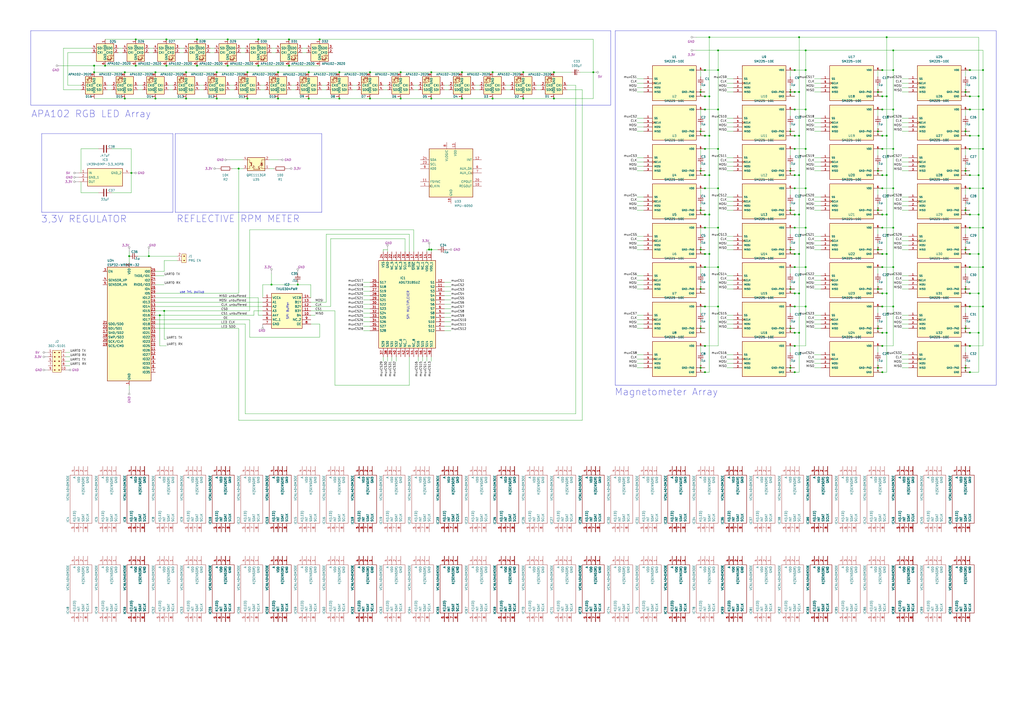
<source format=kicad_sch>
(kicad_sch (version 20230121) (generator eeschema)
  (paper "A2")
  (title_block (title "Rotor Platine") (date "2023-07-15"))
  (junction (at 509.27 190.5))
  (junction (at 567.69 101.6))
  (junction (at 511.81 109.22))
  (junction (at 562.61 170.18))
  (junction (at 461.01 101.6))
  (junction (at 408.94 147.32))
  (junction (at 461.01 193.04))
  (junction (at 511.81 147.32))
  (junction (at 416.56 132.08))
  (junction (at 514.35 193.04))
  (junction (at 562.61 109.22))
  (junction (at 78.74 22.86))
  (junction (at 458.47 167.64))
  (junction (at 458.47 76.2))
  (junction (at 411.48 101.6))
  (junction (at 408.94 86.36))
  (junction (at 406.4 213.36))
  (junction (at 214.63 57.15))
  (junction (at 463.55 124.46))
  (junction (at 463.55 21.59))
  (junction (at 562.61 86.36))
  (junction (at 411.48 147.32))
  (junction (at 570.23 86.36))
  (junction (at 562.61 200.66))
  (junction (at 408.94 101.6))
  (junction (at 114.3 22.86))
  (junction (at 406.4 167.64))
  (junction (at 560.07 99.06))
  (junction (at 562.61 132.08))
  (junction (at 511.81 78.74))
  (junction (at 406.4 121.92))
  (junction (at 514.35 21.59))
  (junction (at 408.94 40.64))
  (junction (at 509.27 144.78))
  (junction (at 196.85 41.91))
  (junction (at 54.61 41.91))
  (junction (at 408.94 109.22))
  (junction (at 461.01 154.94))
  (junction (at 461.01 109.22))
  (junction (at 179.07 57.15))
  (junction (at 461.01 132.08))
  (junction (at 514.35 78.74))
  (junction (at 60.96 38.1))
  (junction (at 408.94 177.8))
  (junction (at 232.41 57.15))
  (junction (at 518.16 86.36))
  (junction (at 562.61 154.94))
  (junction (at 90.17 41.91))
  (junction (at 458.47 213.36))
  (junction (at 562.61 177.8))
  (junction (at 467.36 40.64))
  (junction (at 232.41 41.91))
  (junction (at 157.48 165.1))
  (junction (at 132.08 38.1))
  (junction (at 560.07 167.64))
  (junction (at 250.19 41.91))
  (junction (at 570.23 63.5))
  (junction (at 78.74 38.1))
  (junction (at 92.71 182.88))
  (junction (at 467.36 29.21))
  (junction (at 408.94 132.08))
  (junction (at 167.64 22.86))
  (junction (at 570.23 154.94))
  (junction (at 172.72 165.1))
  (junction (at 461.01 147.32))
  (junction (at 518.16 132.08))
  (junction (at 562.61 63.5))
  (junction (at 463.55 147.32))
  (junction (at 406.4 190.5))
  (junction (at 562.61 78.74))
  (junction (at 72.39 41.91))
  (junction (at 518.16 29.21))
  (junction (at 509.27 76.2))
  (junction (at 562.61 193.04))
  (junction (at 567.69 55.88))
  (junction (at 408.94 200.66))
  (junction (at 518.16 40.64))
  (junction (at 267.97 57.15))
  (junction (at 463.55 170.18))
  (junction (at 107.95 57.15))
  (junction (at 461.01 170.18))
  (junction (at 514.35 101.6))
  (junction (at 114.3 38.1))
  (junction (at 514.35 147.32))
  (junction (at 458.47 99.06))
  (junction (at 74.93 148.59))
  (junction (at 461.01 177.8))
  (junction (at 303.53 41.91))
  (junction (at 461.01 215.9))
  (junction (at 461.01 40.64))
  (junction (at 161.29 57.15))
  (junction (at 143.51 57.15))
  (junction (at 321.31 41.91))
  (junction (at 416.56 177.8))
  (junction (at 467.36 86.36))
  (junction (at 406.4 76.2))
  (junction (at 406.4 53.34))
  (junction (at 96.52 22.86))
  (junction (at 344.17 41.91))
  (junction (at 416.56 86.36))
  (junction (at 560.07 53.34))
  (junction (at 511.81 200.66))
  (junction (at 107.95 41.91))
  (junction (at 179.07 41.91))
  (junction (at 458.47 190.5))
  (junction (at 560.07 76.2))
  (junction (at 86.36 148.59))
  (junction (at 461.01 53.34))
  (junction (at 406.4 99.06))
  (junction (at 267.97 41.91))
  (junction (at 125.73 57.15))
  (junction (at 461.01 86.36))
  (junction (at 511.81 154.94))
  (junction (at 467.36 132.08))
  (junction (at 463.55 78.74))
  (junction (at 518.16 109.22))
  (junction (at 511.81 132.08))
  (junction (at 90.17 57.15))
  (junction (at 570.23 40.64))
  (junction (at 303.53 57.15))
  (junction (at 214.63 41.91))
  (junction (at 467.36 109.22))
  (junction (at 411.48 78.74))
  (junction (at 562.61 40.64))
  (junction (at 72.39 57.15))
  (junction (at 509.27 99.06))
  (junction (at 416.56 63.5))
  (junction (at 560.07 213.36))
  (junction (at 511.81 124.46))
  (junction (at 248.92 144.78))
  (junction (at 196.85 57.15))
  (junction (at 518.16 63.5))
  (junction (at 509.27 53.34))
  (junction (at 567.69 170.18))
  (junction (at 132.08 22.86))
  (junction (at 570.23 177.8))
  (junction (at 560.07 190.5))
  (junction (at 458.47 53.34))
  (junction (at 96.52 38.1))
  (junction (at 467.36 63.5))
  (junction (at 250.19 57.15))
  (junction (at 461.01 200.66))
  (junction (at 408.94 78.74))
  (junction (at 567.69 193.04))
  (junction (at 467.36 154.94))
  (junction (at 560.07 121.92))
  (junction (at 514.35 55.88))
  (junction (at 511.81 40.64))
  (junction (at 518.16 177.8))
  (junction (at 461.01 78.74))
  (junction (at 411.48 21.59))
  (junction (at 562.61 101.6))
  (junction (at 321.31 57.15))
  (junction (at 161.29 41.91))
  (junction (at 416.56 154.94))
  (junction (at 562.61 55.88))
  (junction (at 463.55 53.34))
  (junction (at 511.81 215.9))
  (junction (at 185.42 22.86))
  (junction (at 560.07 144.78))
  (junction (at 562.61 215.9))
  (junction (at 570.23 109.22))
  (junction (at 408.94 215.9))
  (junction (at 463.55 101.6))
  (junction (at 511.81 101.6))
  (junction (at 143.51 41.91))
  (junction (at 511.81 63.5))
  (junction (at 408.94 154.94))
  (junction (at 511.81 86.36))
  (junction (at 511.81 170.18))
  (junction (at 567.69 147.32))
  (junction (at 509.27 213.36))
  (junction (at 95.25 180.34))
  (junction (at 149.86 38.1))
  (junction (at 509.27 167.64))
  (junction (at 511.81 193.04))
  (junction (at 458.47 121.92))
  (junction (at 125.73 41.91))
  (junction (at 463.55 193.04))
  (junction (at 250.19 144.78))
  (junction (at 514.35 124.46))
  (junction (at 518.16 154.94))
  (junction (at 461.01 63.5))
  (junction (at 149.86 22.86))
  (junction (at 467.36 177.8))
  (junction (at 514.35 170.18))
  (junction (at 461.01 124.46))
  (junction (at 416.56 40.64))
  (junction (at 167.64 38.1))
  (junction (at 411.48 124.46))
  (junction (at 416.56 29.21))
  (junction (at 408.94 124.46))
  (junction (at 285.75 41.91))
  (junction (at 408.94 63.5))
  (junction (at 458.47 144.78))
  (junction (at 570.23 132.08))
  (junction (at 416.56 109.22))
  (junction (at 511.81 55.88))
  (junction (at 408.94 55.88))
  (junction (at 406.4 144.78))
  (junction (at 567.69 124.46))
  (junction (at 54.61 38.1))
  (junction (at 76.2 100.33))
  (junction (at 511.81 177.8))
  (junction (at 411.48 55.88))
  (junction (at 285.75 57.15))
  (junction (at 138.43 97.79))
  (junction (at 567.69 78.74))
  (junction (at 509.27 121.92))
  (junction (at 562.61 147.32))
  (junction (at 562.61 124.46))
  (wire (pts (xy 467.36 109.22) (xy 467.36 86.36)))
  (wire (pts (xy 147.32 180.34) (xy 152.4 180.34)))
  (wire (pts (xy 138.43 190.5) (xy 138.43 243.84)))
  (wire (pts (xy 511.81 78.74) (xy 509.27 78.74)))
  (wire (pts (xy 257.81 186.69) (xy 261.62 186.69)))
  (wire (pts (xy 523.24 185.42) (xy 527.05 185.42)))
  (wire (pts (xy 80.01 148.59) (xy 86.36 148.59)))
  (wire (pts (xy 570.23 40.64) (xy 570.23 29.21)))
  (wire (pts (xy 463.55 53.34) (xy 463.55 78.74)))
  (wire (pts (xy 196.85 57.15) (xy 179.07 57.15)))
  (wire (pts (xy 406.4 76.2) (xy 408.94 76.2)))
  (wire (pts (xy 411.48 124.46) (xy 411.48 101.6)))
  (wire (pts (xy 518.16 63.5) (xy 518.16 40.64)))
  (wire (pts (xy 458.47 144.78) (xy 461.01 144.78)))
  (wire (pts (xy 421.64 53.34) (xy 425.45 53.34)))
  (wire (pts (xy 180.34 187.96) (xy 185.42 187.96)))
  (wire (pts (xy 467.36 63.5) (xy 467.36 40.64)))
  (wire (pts (xy 257.81 179.07) (xy 261.62 179.07)))
  (wire (pts (xy 210.82 166.37) (xy 214.63 166.37)))
  (wire (pts (xy 406.4 86.36) (xy 406.4 90.17)))
  (wire (pts (xy 523.24 91.44) (xy 527.05 91.44)))
  (wire (pts (xy 406.4 144.78) (xy 406.4 140.97)))
  (wire (pts (xy 144.78 195.58) (xy 144.78 185.42)))
  (wire (pts (xy 38.1 209.55) (xy 40.64 209.55)))
  (wire (pts (xy 95.25 180.34) (xy 144.78 180.34)))
  (wire (pts (xy 147.32 182.88) (xy 147.32 180.34)))
  (wire (pts (xy 149.86 22.86) (xy 132.08 22.86)))
  (wire (pts (xy 125.73 41.91) (xy 107.95 41.91)))
  (wire (pts (xy 237.49 135.89) (xy 189.23 135.89)))
  (wire (pts (xy 222.25 144.78) (xy 222.25 146.05)))
  (wire (pts (xy 562.61 55.88) (xy 560.07 55.88)))
  (wire (pts (xy 90.17 57.15) (xy 72.39 57.15)))
  (wire (pts (xy 509.27 154.94) (xy 509.27 158.75)))
  (wire (pts (xy 509.27 76.2) (xy 511.81 76.2)))
  (wire (pts (xy 408.94 124.46) (xy 406.4 124.46)))
  (wire (pts (xy 46.99 49.53) (xy 39.37 49.53)))
  (wire (pts (xy 260.35 49.53) (xy 257.81 49.53)))
  (wire (pts (xy 472.44 167.64) (xy 476.25 167.64)))
  (wire (pts (xy 344.17 57.15) (xy 344.17 41.91)))
  (wire (pts (xy 38.1 207.01) (xy 40.64 207.01)))
  (wire (pts (xy 511.81 193.04) (xy 514.35 193.04)))
  (wire (pts (xy 509.27 101.6) (xy 509.27 99.06)))
  (wire (pts (xy 562.61 170.18) (xy 560.07 170.18)))
  (wire (pts (xy 416.56 86.36) (xy 416.56 109.22)))
  (wire (pts (xy 514.35 21.59) (xy 514.35 55.88)))
  (wire (pts (xy 303.53 57.15) (xy 285.75 57.15)))
  (wire (pts (xy 562.61 109.22) (xy 570.23 109.22)))
  (wire (pts (xy 509.27 86.36) (xy 509.27 90.17)))
  (wire (pts (xy 60.96 38.1) (xy 78.74 38.1)))
  (wire (pts (xy 458.47 213.36) (xy 458.47 209.55)))
  (wire (pts (xy 458.47 200.66) (xy 458.47 204.47)))
  (wire (pts (xy 458.47 76.2) (xy 458.47 72.39)))
  (wire (pts (xy 458.47 99.06) (xy 461.01 99.06)))
  (wire (pts (xy 467.36 177.8) (xy 467.36 154.94)))
  (wire (pts (xy 562.61 63.5) (xy 560.07 63.5)))
  (wire (pts (xy 90.17 175.26) (xy 152.4 175.26)))
  (wire (pts (xy 152.4 182.88) (xy 149.86 182.88)))
  (wire (pts (xy 523.24 167.64) (xy 527.05 167.64)))
  (wire (pts (xy 132.08 38.1) (xy 114.3 38.1)))
  (wire (pts (xy 321.31 41.91) (xy 303.53 41.91)))
  (wire (pts (xy 511.81 177.8) (xy 518.16 177.8)))
  (wire (pts (xy 179.07 57.15) (xy 161.29 57.15)))
  (wire (pts (xy 518.16 86.36) (xy 518.16 63.5)))
  (wire (pts (xy 337.82 243.84) (xy 138.43 243.84)))
  (wire (pts (xy 124.46 27.94) (xy 121.92 27.94)))
  (wire (pts (xy 472.44 160.02) (xy 476.25 160.02)))
  (wire (pts (xy 461.01 215.9) (xy 458.47 215.9)))
  (wire (pts (xy 36.83 52.07) (xy 36.83 27.94)))
  (wire (pts (xy 185.42 195.58) (xy 144.78 195.58)))
  (wire (pts (xy 114.3 22.86) (xy 96.52 22.86)))
  (wire (pts (xy 509.27 132.08) (xy 509.27 135.89)))
  (wire (pts (xy 142.24 240.03) (xy 334.01 240.03)))
  (wire (pts (xy 421.64 121.92) (xy 425.45 121.92)))
  (wire (pts (xy 560.07 76.2) (xy 562.61 76.2)))
  (wire (pts (xy 523.24 182.88) (xy 527.05 182.88)))
  (wire (pts (xy 408.94 55.88) (xy 411.48 55.88)))
  (wire (pts (xy 472.44 162.56) (xy 476.25 162.56)))
  (wire (pts (xy 369.57 48.26) (xy 373.38 48.26)))
  (wire (pts (xy 106.68 30.48) (xy 104.14 30.48)))
  (wire (pts (xy 416.56 109.22) (xy 416.56 132.08)))
  (wire (pts (xy 257.81 176.53) (xy 261.62 176.53)))
  (wire (pts (xy 461.01 170.18) (xy 458.47 170.18)))
  (wire (pts (xy 406.4 78.74) (xy 406.4 76.2)))
  (wire (pts (xy 250.19 144.78) (xy 250.19 146.05)))
  (wire (pts (xy 518.16 154.94) (xy 518.16 132.08)))
  (wire (pts (xy 458.47 167.64) (xy 458.47 163.83)))
  (wire (pts (xy 90.17 187.96) (xy 142.24 187.96)))
  (wire (pts (xy 406.4 99.06) (xy 408.94 99.06)))
  (wire (pts (xy 509.27 63.5) (xy 509.27 67.31)))
  (wire (pts (xy 74.93 148.59) (xy 74.93 152.4)))
  (wire (pts (xy 408.94 147.32) (xy 406.4 147.32)))
  (wire (pts (xy 167.64 22.86) (xy 149.86 22.86)))
  (wire (pts (xy 421.64 165.1) (xy 425.45 165.1)))
  (wire (pts (xy 369.57 121.92) (xy 373.38 121.92)))
  (wire (pts (xy 562.61 109.22) (xy 560.07 109.22)))
  (wire (pts (xy 82.55 49.53) (xy 80.01 49.53)))
  (wire (pts (xy 472.44 76.2) (xy 476.25 76.2)))
  (wire (pts (xy 416.56 63.5) (xy 416.56 86.36)))
  (wire (pts (xy 567.69 215.9) (xy 562.61 215.9)))
  (wire (pts (xy 408.94 177.8) (xy 406.4 177.8)))
  (wire (pts (xy 523.24 99.06) (xy 527.05 99.06)))
  (wire (pts (xy 406.4 147.32) (xy 406.4 144.78)))
  (wire (pts (xy 257.81 166.37) (xy 261.62 166.37)))
  (wire (pts (xy 76.2 86.36) (xy 76.2 100.33)))
  (wire (pts (xy 369.57 99.06) (xy 373.38 99.06)))
  (wire (pts (xy 511.81 215.9) (xy 514.35 215.9)))
  (wire (pts (xy 560.07 215.9) (xy 560.07 213.36)))
  (wire (pts (xy 461.01 101.6) (xy 458.47 101.6)))
  (wire (pts (xy 560.07 40.64) (xy 560.07 44.45)))
  (wire (pts (xy 237.49 223.52) (xy 237.49 207.01)))
  (wire (pts (xy 406.4 193.04) (xy 406.4 190.5)))
  (wire (pts (xy 406.4 215.9) (xy 406.4 213.36)))
  (wire (pts (xy 570.23 29.21) (xy 518.16 29.21)))
  (wire (pts (xy 95.25 157.48) (xy 90.17 157.48)))
  (wire (pts (xy 247.65 207.01) (xy 247.65 209.55)))
  (wire (pts (xy 406.4 167.64) (xy 406.4 163.83)))
  (wire (pts (xy 46.99 111.76) (xy 57.15 111.76)))
  (wire (pts (xy 562.61 193.04) (xy 567.69 193.04)))
  (wire (pts (xy 472.44 71.12) (xy 476.25 71.12)))
  (wire (pts (xy 523.24 96.52) (xy 527.05 96.52)))
  (wire (pts (xy 560.07 76.2) (xy 560.07 72.39)))
  (wire (pts (xy 411.48 147.32) (xy 411.48 124.46)))
  (wire (pts (xy 74.93 223.52) (xy 74.93 226.06)))
  (wire (pts (xy 369.57 185.42) (xy 373.38 185.42)))
  (wire (pts (xy 267.97 41.91) (xy 250.19 41.91)))
  (wire (pts (xy 523.24 53.34) (xy 527.05 53.34)))
  (wire (pts (xy 560.07 200.66) (xy 562.61 200.66)))
  (wire (pts (xy 267.97 57.15) (xy 250.19 57.15)))
  (wire (pts (xy 523.24 73.66) (xy 527.05 73.66)))
  (wire (pts (xy 336.55 41.91) (xy 344.17 41.91)))
  (wire (pts (xy 100.33 52.07) (xy 97.79 52.07)))
  (wire (pts (xy 458.47 40.64) (xy 458.47 44.45)))
  (wire (pts (xy 142.24 27.94) (xy 139.7 27.94)))
  (wire (pts (xy 369.57 68.58) (xy 373.38 68.58)))
  (wire (pts (xy 408.94 86.36) (xy 406.4 86.36)))
  (wire (pts (xy 167.64 38.1) (xy 149.86 38.1)))
  (wire (pts (xy 463.55 215.9) (xy 461.01 215.9)))
  (wire (pts (xy 406.4 213.36) (xy 408.94 213.36)))
  (wire (pts (xy 511.81 170.18) (xy 514.35 170.18)))
  (wire (pts (xy 511.81 177.8) (xy 509.27 177.8)))
  (wire (pts (xy 467.36 40.64) (xy 461.01 40.64)))
  (wire (pts (xy 411.48 78.74) (xy 411.48 55.88)))
  (wire (pts (xy 160.02 30.48) (xy 157.48 30.48)))
  (wire (pts (xy 369.57 119.38) (xy 373.38 119.38)))
  (wire (pts (xy 344.17 41.91) (xy 344.17 22.86)))
  (wire (pts (xy 472.44 187.96) (xy 476.25 187.96)))
  (wire (pts (xy 458.47 177.8) (xy 458.47 181.61)))
  (wire (pts (xy 406.4 144.78) (xy 408.94 144.78)))
  (wire (pts (xy 511.81 154.94) (xy 518.16 154.94)))
  (wire (pts (xy 64.77 111.76) (xy 76.2 111.76)))
  (wire (pts (xy 247.65 144.78) (xy 247.65 146.05)))
  (wire (pts (xy 234.95 138.43) (xy 234.95 146.05)))
  (wire (pts (xy 406.4 109.22) (xy 406.4 113.03)))
  (wire (pts (xy 518.16 132.08) (xy 518.16 109.22)))
  (wire (pts (xy 458.47 167.64) (xy 461.01 167.64)))
  (wire (pts (xy 458.47 124.46) (xy 458.47 121.92)))
  (wire (pts (xy 511.81 124.46) (xy 509.27 124.46)))
  (wire (pts (xy 458.47 213.36) (xy 461.01 213.36)))
  (wire (pts (xy 421.64 142.24) (xy 425.45 142.24)))
  (wire (pts (xy 458.47 154.94) (xy 458.47 158.75)))
  (wire (pts (xy 240.03 133.35) (xy 240.03 146.05)))
  (wire (pts (xy 421.64 185.42) (xy 425.45 185.42)))
  (wire (pts (xy 511.81 132.08) (xy 518.16 132.08)))
  (wire (pts (xy 421.64 71.12) (xy 425.45 71.12)))
  (wire (pts (xy 509.27 124.46) (xy 509.27 121.92)))
  (wire (pts (xy 237.49 146.05) (xy 237.49 135.89)))
  (wire (pts (xy 321.31 57.15) (xy 303.53 57.15)))
  (wire (pts (xy 509.27 121.92) (xy 509.27 118.11)))
  (wire (pts (xy 189.23 52.07) (xy 186.69 52.07)))
  (wire (pts (xy 567.69 124.46) (xy 567.69 147.32)))
  (wire (pts (xy 458.47 215.9) (xy 458.47 213.36)))
  (wire (pts (xy 421.64 205.74) (xy 425.45 205.74)))
  (wire (pts (xy 406.4 40.64) (xy 408.94 40.64)))
  (wire (pts (xy 257.81 191.77) (xy 261.62 191.77)))
  (wire (pts (xy 560.07 147.32) (xy 560.07 144.78)))
  (wire (pts (xy 463.55 53.34) (xy 461.01 53.34)))
  (wire (pts (xy 86.36 148.59) (xy 102.87 148.59)))
  (wire (pts (xy 406.4 190.5) (xy 408.94 190.5)))
  (wire (pts (xy 562.61 177.8) (xy 570.23 177.8)))
  (wire (pts (xy 570.23 109.22) (xy 570.23 86.36)))
  (wire (pts (xy 180.34 182.88) (xy 182.88 182.88)))
  (wire (pts (xy 509.27 147.32) (xy 509.27 144.78)))
  (wire (pts (xy 461.01 193.04) (xy 463.55 193.04)))
  (wire (pts (xy 90.17 170.18) (xy 138.43 170.18)))
  (wire (pts (xy 523.24 45.72) (xy 527.05 45.72)))
  (wire (pts (xy 514.35 101.6) (xy 514.35 124.46)))
  (wire (pts (xy 210.82 189.23) (xy 214.63 189.23)))
  (wire (pts (xy 177.8 27.94) (xy 175.26 27.94)))
  (wire (pts (xy 509.27 213.36) (xy 511.81 213.36)))
  (wire (pts (xy 408.94 132.08) (xy 416.56 132.08)))
  (wire (pts (xy 46.99 100.33) (xy 46.99 86.36)))
  (wire (pts (xy 560.07 55.88) (xy 560.07 53.34)))
  (wire (pts (xy 406.4 55.88) (xy 408.94 55.88)))
  (wire (pts (xy 463.55 170.18) (xy 463.55 193.04)))
  (wire (pts (xy 570.23 40.64) (xy 562.61 40.64)))
  (wire (pts (xy 408.94 154.94) (xy 416.56 154.94)))
  (wire (pts (xy 369.57 187.96) (xy 373.38 187.96)))
  (wire (pts (xy 96.52 200.66) (xy 92.71 200.66)))
  (wire (pts (xy 472.44 114.3) (xy 476.25 114.3)))
  (wire (pts (xy 369.57 45.72) (xy 373.38 45.72)))
  (wire (pts (xy 461.01 109.22) (xy 458.47 109.22)))
  (wire (pts (xy 158.75 97.79) (xy 156.21 97.79)))
  (wire (pts (xy 406.4 53.34) (xy 406.4 55.88)))
  (wire (pts (xy 461.01 109.22) (xy 467.36 109.22)))
  (wire (pts (xy 106.68 27.94) (xy 104.14 27.94)))
  (wire (pts (xy 523.24 116.84) (xy 527.05 116.84)))
  (wire (pts (xy 461.01 154.94) (xy 467.36 154.94)))
  (wire (pts (xy 250.19 57.15) (xy 232.41 57.15)))
  (wire (pts (xy 560.07 121.92) (xy 562.61 121.92)))
  (wire (pts (xy 406.4 121.92) (xy 408.94 121.92)))
  (wire (pts (xy 509.27 121.92) (xy 511.81 121.92)))
  (wire (pts (xy 560.07 63.5) (xy 560.07 67.31)))
  (wire (pts (xy 222.25 207.01) (xy 222.25 209.55)))
  (wire (pts (xy 562.61 193.04) (xy 560.07 193.04)))
  (wire (pts (xy 509.27 40.64) (xy 509.27 44.45)))
  (wire (pts (xy 138.43 97.79) (xy 138.43 170.18)))
  (wire (pts (xy 408.94 193.04) (xy 406.4 193.04)))
  (wire (pts (xy 88.9 27.94) (xy 86.36 27.94)))
  (wire (pts (xy 247.65 144.78) (xy 248.92 144.78)))
  (wire (pts (xy 509.27 109.22) (xy 509.27 113.03)))
  (wire (pts (xy 140.97 92.71) (xy 133.35 92.71)))
  (wire (pts (xy 560.07 101.6) (xy 560.07 99.06)))
  (wire (pts (xy 160.02 27.94) (xy 157.48 27.94)))
  (wire (pts (xy 196.85 41.91) (xy 179.07 41.91)))
  (wire (pts (xy 523.24 93.98) (xy 527.05 93.98)))
  (wire (pts (xy 210.82 179.07) (xy 214.63 179.07)))
  (wire (pts (xy 185.42 187.96) (xy 185.42 195.58)))
  (wire (pts (xy 523.24 205.74) (xy 527.05 205.74)))
  (wire (pts (xy 467.36 86.36) (xy 467.36 63.5)))
  (wire (pts (xy 143.51 57.15) (xy 125.73 57.15)))
  (wire (pts (xy 511.81 55.88) (xy 514.35 55.88)))
  (wire (pts (xy 369.57 210.82) (xy 373.38 210.82)))
  (wire (pts (xy 461.01 101.6) (xy 463.55 101.6)))
  (wire (pts (xy 461.01 200.66) (xy 458.47 200.66)))
  (wire (pts (xy 567.69 147.32) (xy 567.69 170.18)))
  (wire (pts (xy 411.48 55.88) (xy 411.48 21.59)))
  (wire (pts (xy 179.07 41.91) (xy 161.29 41.91)))
  (wire (pts (xy 185.42 22.86) (xy 167.64 22.86)))
  (wire (pts (xy 472.44 190.5) (xy 476.25 190.5)))
  (wire (pts (xy 295.91 49.53) (xy 293.37 49.53)))
  (wire (pts (xy 171.45 49.53) (xy 168.91 49.53)))
  (wire (pts (xy 509.27 193.04) (xy 509.27 190.5)))
  (wire (pts (xy 523.24 208.28) (xy 527.05 208.28)))
  (wire (pts (xy 54.61 38.1) (xy 54.61 41.91)))
  (wire (pts (xy 250.19 207.01) (xy 250.19 209.55)))
  (wire (pts (xy 408.94 40.64) (xy 416.56 40.64)))
  (wire (pts (xy 523.24 48.26) (xy 527.05 48.26)))
  (wire (pts (xy 369.57 71.12) (xy 373.38 71.12)))
  (wire (pts (xy 560.07 144.78) (xy 562.61 144.78)))
  (wire (pts (xy 232.41 57.15) (xy 214.63 57.15)))
  (wire (pts (xy 38.1 212.09) (xy 40.64 212.09)))
  (wire (pts (xy 210.82 191.77) (xy 214.63 191.77)))
  (wire (pts (xy 257.81 163.83) (xy 261.62 163.83)))
  (wire (pts (xy 458.47 55.88) (xy 458.47 53.34)))
  (wire (pts (xy 511.81 63.5) (xy 518.16 63.5)))
  (wire (pts (xy 416.56 154.94) (xy 416.56 177.8)))
  (wire (pts (xy 180.34 177.8) (xy 191.77 177.8)))
  (wire (pts (xy 562.61 101.6) (xy 560.07 101.6)))
  (wire (pts (xy 472.44 91.44) (xy 476.25 91.44)))
  (wire (pts (xy 472.44 213.36) (xy 476.25 213.36)))
  (wire (pts (xy 514.35 124.46) (xy 514.35 147.32)))
  (wire (pts (xy 560.07 177.8) (xy 560.07 181.61)))
  (wire (pts (xy 567.69 55.88) (xy 567.69 78.74)))
  (wire (pts (xy 562.61 147.32) (xy 560.07 147.32)))
  (wire (pts (xy 408.94 147.32) (xy 411.48 147.32)))
  (wire (pts (xy 458.47 144.78) (xy 458.47 147.32)))
  (wire (pts (xy 90.17 160.02) (xy 95.25 160.02)))
  (wire (pts (xy 408.94 86.36) (xy 416.56 86.36)))
  (wire (pts (xy 458.47 132.08) (xy 458.47 135.89)))
  (wire (pts (xy 461.01 40.64) (xy 458.47 40.64)))
  (wire (pts (xy 125.73 57.15) (xy 107.95 57.15)))
  (wire (pts (xy 369.57 144.78) (xy 373.38 144.78)))
  (wire (pts (xy 509.27 170.18) (xy 509.27 167.64)))
  (wire (pts (xy 421.64 208.28) (xy 425.45 208.28)))
  (wire (pts (xy 406.4 76.2) (xy 406.4 72.39)))
  (wire (pts (xy 523.24 50.8) (xy 527.05 50.8)))
  (wire (pts (xy 560.07 99.06) (xy 560.07 95.25)))
  (wire (pts (xy 157.48 165.1) (xy 172.72 165.1)))
  (wire (pts (xy 421.64 162.56) (xy 425.45 162.56)))
  (wire (pts (xy 408.94 200.66) (xy 416.56 200.66)))
  (wire (pts (xy 408.94 200.66) (xy 406.4 200.66)))
  (wire (pts (xy 463.55 124.46) (xy 463.55 147.32)))
  (wire (pts (xy 509.27 144.78) (xy 509.27 140.97)))
  (wire (pts (xy 406.4 124.46) (xy 406.4 121.92)))
  (wire (pts (xy 406.4 99.06) (xy 406.4 95.25)))
  (wire (pts (xy 232.41 41.91) (xy 214.63 41.91)))
  (wire (pts (xy 511.81 200.66) (xy 518.16 200.66)))
  (wire (pts (xy 403.86 29.21) (xy 416.56 29.21)))
  (wire (pts (xy 511.81 154.94) (xy 509.27 154.94)))
  (wire (pts (xy 96.52 22.86) (xy 78.74 22.86)))
  (wire (pts (xy 185.42 38.1) (xy 167.64 38.1)))
  (wire (pts (xy 514.35 193.04) (xy 514.35 215.9)))
  (wire (pts (xy 408.94 63.5) (xy 406.4 63.5)))
  (wire (pts (xy 406.4 167.64) (xy 408.94 167.64)))
  (wire (pts (xy 369.57 160.02) (xy 373.38 160.02)))
  (wire (pts (xy 560.07 78.74) (xy 560.07 76.2)))
  (wire (pts (xy 369.57 139.7) (xy 373.38 139.7)))
  (wire (pts (xy 64.77 49.53) (xy 62.23 49.53)))
  (wire (pts (xy 138.43 97.79) (xy 140.97 97.79)))
  (wire (pts (xy 509.27 78.74) (xy 509.27 76.2)))
  (wire (pts (xy 560.07 167.64) (xy 560.07 163.83)))
  (wire (pts (xy 344.17 22.86) (xy 185.42 22.86)))
  (wire (pts (xy 461.01 177.8) (xy 458.47 177.8)))
  (wire (pts (xy 567.69 21.59) (xy 567.69 55.88)))
  (wire (pts (xy 416.56 63.5) (xy 416.56 40.64)))
  (wire (pts (xy 472.44 45.72) (xy 476.25 45.72)))
  (wire (pts (xy 46.99 86.36) (xy 57.15 86.36)))
  (wire (pts (xy 560.07 53.34) (xy 560.07 49.53)))
  (wire (pts (xy 161.29 92.71) (xy 156.21 92.71)))
  (wire (pts (xy 207.01 52.07) (xy 204.47 52.07)))
  (wire (pts (xy 369.57 208.28) (xy 373.38 208.28)))
  (wire (pts (xy 511.81 86.36) (xy 518.16 86.36)))
  (wire (pts (xy 523.24 187.96) (xy 527.05 187.96)))
  (wire (pts (xy 509.27 53.34) (xy 509.27 49.53)))
  (wire (pts (xy 421.64 73.66) (xy 425.45 73.66)))
  (wire (pts (xy 567.69 101.6) (xy 567.69 124.46)))
  (wire (pts (xy 46.99 52.07) (xy 36.83 52.07)))
  (wire (pts (xy 570.23 132.08) (xy 570.23 109.22)))
  (wire (pts (xy 172.72 165.1) (xy 180.34 165.1)))
  (wire (pts (xy 523.24 165.1) (xy 527.05 165.1)))
  (wire (pts (xy 90.17 165.1) (xy 95.25 165.1)))
  (wire (pts (xy 369.57 167.64) (xy 373.38 167.64)))
  (wire (pts (xy 570.23 86.36) (xy 570.23 63.5)))
  (wire (pts (xy 472.44 116.84) (xy 476.25 116.84)))
  (wire (pts (xy 463.55 21.59) (xy 514.35 21.59)))
  (wire (pts (xy 523.24 137.16) (xy 527.05 137.16)))
  (wire (pts (xy 257.81 181.61) (xy 261.62 181.61)))
  (wire (pts (xy 421.64 50.8) (xy 425.45 50.8)))
  (wire (pts (xy 408.94 154.94) (xy 406.4 154.94)))
  (wire (pts (xy 86.36 146.05) (xy 86.36 148.59)))
  (wire (pts (xy 523.24 119.38) (xy 527.05 119.38)))
  (wire (pts (xy 369.57 76.2) (xy 373.38 76.2)))
  (wire (pts (xy 560.07 154.94) (xy 560.07 158.75)))
  (wire (pts (xy 278.13 52.07) (xy 275.59 52.07)))
  (wire (pts (xy 472.44 165.1) (xy 476.25 165.1)))
  (wire (pts (xy 461.01 132.08) (xy 458.47 132.08)))
  (wire (pts (xy 461.01 170.18) (xy 463.55 170.18)))
  (wire (pts (xy 458.47 140.97) (xy 458.47 144.78)))
  (wire (pts (xy 562.61 63.5) (xy 570.23 63.5)))
  (wire (pts (xy 509.27 144.78) (xy 511.81 144.78)))
  (wire (pts (xy 523.24 68.58) (xy 527.05 68.58)))
  (wire (pts (xy 461.01 63.5) (xy 458.47 63.5)))
  (wire (pts (xy 562.61 86.36) (xy 560.07 86.36)))
  (wire (pts (xy 88.9 30.48) (xy 86.36 30.48)))
  (wire (pts (xy 562.61 124.46) (xy 567.69 124.46)))
  (wire (pts (xy 408.94 78.74) (xy 406.4 78.74)))
  (wire (pts (xy 189.23 49.53) (xy 186.69 49.53)))
  (wire (pts (xy 406.4 53.34) (xy 408.94 53.34)))
  (wire (pts (xy 278.13 49.53) (xy 275.59 49.53)))
  (wire (pts (xy 570.23 200.66) (xy 570.23 177.8)))
  (wire (pts (xy 562.61 55.88) (xy 567.69 55.88)))
  (wire (pts (xy 369.57 114.3) (xy 373.38 114.3)))
  (wire (pts (xy 523.24 144.78) (xy 527.05 144.78)))
  (wire (pts (xy 142.24 30.48) (xy 139.7 30.48)))
  (wire (pts (xy 523.24 76.2) (xy 527.05 76.2)))
  (wire (pts (xy 214.63 57.15) (xy 196.85 57.15)))
  (wire (pts (xy 210.82 173.99) (xy 214.63 173.99)))
  (wire (pts (xy 560.07 167.64) (xy 562.61 167.64)))
  (wire (pts (xy 403.86 21.59) (xy 411.48 21.59)))
  (wire (pts (xy 90.17 190.5) (xy 138.43 190.5)))
  (wire (pts (xy 458.47 121.92) (xy 461.01 121.92)))
  (wire (pts (xy 523.24 162.56) (xy 527.05 162.56)))
  (wire (pts (xy 161.29 41.91) (xy 143.51 41.91)))
  (wire (pts (xy 328.93 52.07) (xy 337.82 52.07)))
  (wire (pts (xy 210.82 181.61) (xy 214.63 181.61)))
  (wire (pts (xy 118.11 52.07) (xy 115.57 52.07)))
  (wire (pts (xy 467.36 29.21) (xy 518.16 29.21)))
  (wire (pts (xy 406.4 63.5) (xy 406.4 67.31)))
  (wire (pts (xy 560.07 170.18) (xy 560.07 167.64)))
  (wire (pts (xy 472.44 93.98) (xy 476.25 93.98)))
  (wire (pts (xy 421.64 190.5) (xy 425.45 190.5)))
  (wire (pts (xy 518.16 40.64) (xy 511.81 40.64)))
  (wire (pts (xy 180.34 175.26) (xy 189.23 175.26)))
  (wire (pts (xy 458.47 99.06) (xy 458.47 95.25)))
  (wire (pts (xy 227.33 207.01) (xy 227.33 209.55)))
  (wire (pts (xy 250.19 144.78) (xy 254 144.78)))
  (wire (pts (xy 518.16 40.64) (xy 518.16 29.21)))
  (wire (pts (xy 408.94 109.22) (xy 416.56 109.22)))
  (wire (pts (xy 214.63 41.91) (xy 196.85 41.91)))
  (wire (pts (xy 570.23 63.5) (xy 570.23 40.64)))
  (wire (pts (xy 421.64 119.38) (xy 425.45 119.38)))
  (wire (pts (xy 408.94 124.46) (xy 411.48 124.46)))
  (wire (pts (xy 95.25 151.13) (xy 102.87 151.13)))
  (wire (pts (xy 135.89 52.07) (xy 133.35 52.07)))
  (wire (pts (xy 76.2 111.76) (xy 76.2 100.33)))
  (wire (pts (xy 78.74 22.86) (xy 60.96 22.86)))
  (wire (pts (xy 523.24 121.92) (xy 527.05 121.92)))
  (wire (pts (xy 406.4 40.64) (xy 406.4 44.45)))
  (wire (pts (xy 408.94 101.6) (xy 411.48 101.6)))
  (wire (pts (xy 257.81 173.99) (xy 261.62 173.99)))
  (wire (pts (xy 149.86 182.88) (xy 149.86 172.72)))
  (wire (pts (xy 72.39 41.91) (xy 54.61 41.91)))
  (wire (pts (xy 194.31 223.52) (xy 237.49 223.52)))
  (wire (pts (xy 461.01 124.46) (xy 458.47 124.46)))
  (wire (pts (xy 509.27 200.66) (xy 509.27 204.47)))
  (wire (pts (xy 562.61 124.46) (xy 560.07 124.46)))
  (wire (pts (xy 411.48 215.9) (xy 411.48 147.32)))
  (wire (pts (xy 180.34 180.34) (xy 194.31 180.34)))
  (wire (pts (xy 458.47 109.22) (xy 458.47 113.03)))
  (wire (pts (xy 303.53 41.91) (xy 285.75 41.91)))
  (wire (pts (xy 509.27 99.06) (xy 509.27 95.25)))
  (wire (pts (xy 461.01 63.5) (xy 467.36 63.5)))
  (wire (pts (xy 511.81 86.36) (xy 509.27 86.36)))
  (wire (pts (xy 406.4 177.8) (xy 406.4 181.61)))
  (wire (pts (xy 96.52 38.1) (xy 78.74 38.1)))
  (wire (pts (xy 523.24 190.5) (xy 527.05 190.5)))
  (wire (pts (xy 248.92 143.51) (xy 248.92 144.78)))
  (wire (pts (xy 461.01 200.66) (xy 467.36 200.66)))
  (wire (pts (xy 421.64 137.16) (xy 425.45 137.16)))
  (wire (pts (xy 177.8 30.48) (xy 175.26 30.48)))
  (wire (pts (xy 64.77 86.36) (xy 76.2 86.36)))
  (wire (pts (xy 421.64 45.72) (xy 425.45 45.72)))
  (wire (pts (xy 458.47 190.5) (xy 461.01 190.5)))
  (wire (pts (xy 514.35 78.74) (xy 514.35 101.6)))
  (wire (pts (xy 461.01 55.88) (xy 458.47 55.88)))
  (wire (pts (xy 408.94 215.9) (xy 406.4 215.9)))
  (wire (pts (xy 191.77 177.8) (xy 191.77 138.43)))
  (wire (pts (xy 210.82 186.69) (xy 214.63 186.69)))
  (wire (pts (xy 509.27 215.9) (xy 509.27 213.36)))
  (wire (pts (xy 257.81 168.91) (xy 261.62 168.91)))
  (wire (pts (xy 313.69 52.07) (xy 311.15 52.07)))
  (wire (pts (xy 562.61 78.74) (xy 560.07 78.74)))
  (wire (pts (xy 458.47 78.74) (xy 458.47 76.2)))
  (wire (pts (xy 562.61 177.8) (xy 560.07 177.8)))
  (wire (pts (xy 511.81 109.22) (xy 518.16 109.22)))
  (wire (pts (xy 472.44 68.58) (xy 476.25 68.58)))
  (wire (pts (xy 461.01 78.74) (xy 463.55 78.74)))
  (wire (pts (xy 180.34 172.72) (xy 180.34 165.1)))
  (wire (pts (xy 523.24 71.12) (xy 527.05 71.12)))
  (wire (pts (xy 421.64 139.7) (xy 425.45 139.7)))
  (wire (pts (xy 509.27 167.64) (xy 511.81 167.64)))
  (wire (pts (xy 408.94 215.9) (xy 411.48 215.9)))
  (wire (pts (xy 142.24 187.96) (xy 142.24 240.03)))
  (wire (pts (xy 567.69 193.04) (xy 567.69 215.9)))
  (wire (pts (xy 224.79 52.07) (xy 222.25 52.07)))
  (wire (pts (xy 161.29 57.15) (xy 143.51 57.15)))
  (wire (pts (xy 369.57 93.98) (xy 373.38 93.98)))
  (wire (pts (xy 408.94 177.8) (xy 416.56 177.8)))
  (wire (pts (xy 461.01 147.32) (xy 458.47 147.32)))
  (wire (pts (xy 54.61 38.1) (xy 60.96 38.1)))
  (wire (pts (xy 562.61 101.6) (xy 567.69 101.6)))
  (wire (pts (xy 411.48 21.59) (xy 463.55 21.59)))
  (wire (pts (xy 369.57 53.34) (xy 373.38 53.34)))
  (wire (pts (xy 562.61 147.32) (xy 567.69 147.32)))
  (wire (pts (xy 560.07 200.66) (xy 560.07 204.47)))
  (wire (pts (xy 560.07 86.36) (xy 560.07 90.17)))
  (wire (pts (xy 509.27 215.9) (xy 511.81 215.9)))
  (wire (pts (xy 408.94 109.22) (xy 406.4 109.22)))
  (wire (pts (xy 511.81 101.6) (xy 514.35 101.6)))
  (wire (pts (xy 71.12 27.94) (xy 68.58 27.94)))
  (wire (pts (xy 210.82 163.83) (xy 214.63 163.83)))
  (wire (pts (xy 406.4 154.94) (xy 406.4 158.75)))
  (wire (pts (xy 152.4 165.1) (xy 152.4 172.72)))
  (wire (pts (xy 334.01 49.53) (xy 328.93 49.53)))
  (wire (pts (xy 560.07 53.34) (xy 562.61 53.34)))
  (wire (pts (xy 472.44 139.7) (xy 476.25 139.7)))
  (wire (pts (xy 260.35 52.07) (xy 257.81 52.07)))
  (wire (pts (xy 313.69 49.53) (xy 311.15 49.53)))
  (wire (pts (xy 408.94 78.74) (xy 411.48 78.74)))
  (wire (pts (xy 143.51 41.91) (xy 125.73 41.91)))
  (wire (pts (xy 92.71 182.88) (xy 147.32 182.88)))
  (wire (pts (xy 421.64 91.44) (xy 425.45 91.44)))
  (wire (pts (xy 461.01 124.46) (xy 463.55 124.46)))
  (wire (pts (xy 562.61 215.9) (xy 560.07 215.9)))
  (wire (pts (xy 82.55 52.07) (xy 80.01 52.07)))
  (wire (pts (xy 210.82 176.53) (xy 214.63 176.53)))
  (wire (pts (xy 224.79 207.01) (xy 224.79 209.55)))
  (wire (pts (xy 248.92 144.78) (xy 250.19 144.78)))
  (wire (pts (xy 463.55 78.74) (xy 463.55 101.6)))
  (wire (pts (xy 224.79 49.53) (xy 222.25 49.53)))
  (wire (pts (xy 90.17 172.72) (xy 149.86 172.72)))
  (wire (pts (xy 90.17 41.91) (xy 72.39 41.91)))
  (wire (pts (xy 461.01 78.74) (xy 458.47 78.74)))
  (wire (pts (xy 472.44 48.26) (xy 476.25 48.26)))
  (wire (pts (xy 334.01 49.53) (xy 334.01 240.03)))
  (wire (pts (xy 523.24 139.7) (xy 527.05 139.7)))
  (wire (pts (xy 461.01 86.36) (xy 467.36 86.36)))
  (wire (pts (xy 257.81 189.23) (xy 261.62 189.23)))
  (wire (pts (xy 100.33 49.53) (xy 97.79 49.53)))
  (wire (pts (xy 461.01 132.08) (xy 467.36 132.08)))
  (wire (pts (xy 95.25 151.13) (xy 95.25 157.48)))
  (wire (pts (xy 472.44 121.92) (xy 476.25 121.92)))
  (wire (pts (xy 560.07 124.46) (xy 560.07 121.92)))
  (wire (pts (xy 562.61 132.08) (xy 570.23 132.08)))
  (wire (pts (xy 157.48 158.75) (xy 157.48 165.1)))
  (wire (pts (xy 124.46 30.48) (xy 121.92 30.48)))
  (wire (pts (xy 421.64 213.36) (xy 425.45 213.36)))
  (wire (pts (xy 135.89 49.53) (xy 133.35 49.53)))
  (wire (pts (xy 257.81 171.45) (xy 261.62 171.45)))
  (wire (pts (xy 562.61 86.36) (xy 570.23 86.36)))
  (wire (pts (xy 562.61 200.66) (xy 570.23 200.66)))
  (wire (pts (xy 458.47 63.5) (xy 458.47 67.31)))
  (wire (pts (xy 458.47 193.04) (xy 458.47 190.5)))
  (wire (pts (xy 421.64 96.52) (xy 425.45 96.52)))
  (wire (pts (xy 562.61 154.94) (xy 570.23 154.94)))
  (wire (pts (xy 560.07 121.92) (xy 560.07 118.11)))
  (wire (pts (xy 229.87 207.01) (xy 229.87 209.55)))
  (wire (pts (xy 467.36 132.08) (xy 467.36 109.22)))
  (wire (pts (xy 463.55 147.32) (xy 463.55 170.18)))
  (wire (pts (xy 421.64 116.84) (xy 425.45 116.84)))
  (wire (pts (xy 406.4 170.18) (xy 406.4 167.64)))
  (wire (pts (xy 518.16 177.8) (xy 518.16 154.94)))
  (wire (pts (xy 92.71 200.66) (xy 92.71 182.88)))
  (wire (pts (xy 421.64 114.3) (xy 425.45 114.3)))
  (wire (pts (xy 421.64 187.96) (xy 425.45 187.96)))
  (wire (pts (xy 153.67 52.07) (xy 151.13 52.07)))
  (wire (pts (xy 285.75 41.91) (xy 267.97 41.91)))
  (wire (pts (xy 224.79 144.78) (xy 224.79 146.05)))
  (wire (pts (xy 245.11 207.01) (xy 245.11 209.55)))
  (wire (pts (xy 567.69 78.74) (xy 567.69 101.6)))
  (wire (pts (xy 416.56 132.08) (xy 416.56 154.94)))
  (wire (pts (xy 321.31 57.15) (xy 344.17 57.15)))
  (wire (pts (xy 408.94 101.6) (xy 406.4 101.6)))
  (wire (pts (xy 509.27 53.34) (xy 511.81 53.34)))
  (wire (pts (xy 416.56 29.21) (xy 467.36 29.21)))
  (wire (pts (xy 421.64 210.82) (xy 425.45 210.82)))
  (wire (pts (xy 472.44 119.38) (xy 476.25 119.38)))
  (wire (pts (xy 463.55 193.04) (xy 463.55 215.9)))
  (wire (pts (xy 472.44 142.24) (xy 476.25 142.24)))
  (wire (pts (xy 408.94 170.18) (xy 406.4 170.18)))
  (wire (pts (xy 467.36 29.21) (xy 467.36 40.64)))
  (wire (pts (xy 562.61 154.94) (xy 560.07 154.94)))
  (wire (pts (xy 54.61 38.1) (xy 35.56 38.1)))
  (wire (pts (xy 509.27 190.5) (xy 509.27 186.69)))
  (wire (pts (xy 467.36 200.66) (xy 467.36 177.8)))
  (wire (pts (xy 458.47 53.34) (xy 458.47 49.53)))
  (wire (pts (xy 38.1 204.47) (xy 40.64 204.47)))
  (wire (pts (xy 509.27 177.8) (xy 509.27 181.61)))
  (wire (pts (xy 562.61 40.64) (xy 560.07 40.64)))
  (wire (pts (xy 511.81 147.32) (xy 514.35 147.32)))
  (wire (pts (xy 36.83 27.94) (xy 53.34 27.94)))
  (wire (pts (xy 369.57 162.56) (xy 373.38 162.56)))
  (wire (pts (xy 90.17 180.34) (xy 95.25 180.34)))
  (wire (pts (xy 458.47 53.34) (xy 461.01 53.34)))
  (wire (pts (xy 523.24 142.24) (xy 527.05 142.24)))
  (wire (pts (xy 421.64 99.06) (xy 425.45 99.06)))
  (wire (pts (xy 406.4 101.6) (xy 406.4 99.06)))
  (wire (pts (xy 514.35 170.18) (xy 514.35 193.04)))
  (wire (pts (xy 458.47 170.18) (xy 458.47 167.64)))
  (wire (pts (xy 369.57 142.24) (xy 373.38 142.24)))
  (wire (pts (xy 132.08 22.86) (xy 114.3 22.86)))
  (wire (pts (xy 472.44 205.74) (xy 476.25 205.74)))
  (wire (pts (xy 458.47 86.36) (xy 458.47 90.17)))
  (wire (pts (xy 406.4 200.66) (xy 406.4 204.47)))
  (wire (pts (xy 518.16 200.66) (xy 518.16 177.8)))
  (wire (pts (xy 458.47 121.92) (xy 458.47 118.11)))
  (wire (pts (xy 72.39 57.15) (xy 54.61 57.15)))
  (wire (pts (xy 222.25 144.78) (xy 224.79 144.78)))
  (wire (pts (xy 408.94 132.08) (xy 406.4 132.08)))
  (wire (pts (xy 71.12 30.48) (xy 68.58 30.48)))
  (wire (pts (xy 369.57 96.52) (xy 373.38 96.52)))
  (wire (pts (xy 509.27 213.36) (xy 509.27 209.55)))
  (wire (pts (xy 511.81 101.6) (xy 509.27 101.6)))
  (wire (pts (xy 242.57 49.53) (xy 240.03 49.53)))
  (wire (pts (xy 152.4 165.1) (xy 157.48 165.1)))
  (wire (pts (xy 461.01 154.94) (xy 458.47 154.94)))
  (wire (pts (xy 472.44 137.16) (xy 476.25 137.16)))
  (wire (pts (xy 250.19 41.91) (xy 232.41 41.91)))
  (wire (pts (xy 369.57 182.88) (xy 373.38 182.88)))
  (wire (pts (xy 511.81 193.04) (xy 509.27 193.04)))
  (wire (pts (xy 369.57 116.84) (xy 373.38 116.84)))
  (wire (pts (xy 107.95 41.91) (xy 90.17 41.91)))
  (wire (pts (xy 74.93 146.05) (xy 74.93 148.59)))
  (wire (pts (xy 172.72 165.1) (xy 172.72 163.83)))
  (wire (pts (xy 421.64 167.64) (xy 425.45 167.64)))
  (wire (pts (xy 369.57 91.44) (xy 373.38 91.44)))
  (wire (pts (xy 461.01 147.32) (xy 463.55 147.32)))
  (wire (pts (xy 511.81 200.66) (xy 509.27 200.66)))
  (wire (pts (xy 285.75 57.15) (xy 267.97 57.15)))
  (wire (pts (xy 242.57 207.01) (xy 242.57 209.55)))
  (wire (pts (xy 514.35 147.32) (xy 514.35 170.18)))
  (wire (pts (xy 560.07 109.22) (xy 560.07 113.03)))
  (wire (pts (xy 90.17 185.42) (xy 144.78 185.42)))
  (wire (pts (xy 562.61 78.74) (xy 567.69 78.74)))
  (wire (pts (xy 144.78 180.34) (xy 144.78 133.35)))
  (wire (pts (xy 39.37 30.48) (xy 53.34 30.48)))
  (wire (pts (xy 523.24 114.3) (xy 527.05 114.3)))
  (wire (pts (xy 207.01 49.53) (xy 204.47 49.53)))
  (wire (pts (xy 416.56 40.64) (xy 416.56 29.21)))
  (wire (pts (xy 514.35 21.59) (xy 567.69 21.59)))
  (wire (pts (xy 144.78 133.35) (xy 240.03 133.35)))
  (wire (pts (xy 369.57 190.5) (xy 373.38 190.5)))
  (wire (pts (xy 90.17 177.8) (xy 152.4 177.8)))
  (wire (pts (xy 560.07 190.5) (xy 560.07 186.69)))
  (wire (pts (xy 570.23 177.8) (xy 570.23 154.94)))
  (wire (pts (xy 194.31 180.34) (xy 194.31 223.52)))
  (wire (pts (xy 518.16 109.22) (xy 518.16 86.36)))
  (wire (pts (xy 369.57 213.36) (xy 373.38 213.36)))
  (wire (pts (xy 369.57 205.74) (xy 373.38 205.74)))
  (wire (pts (xy 369.57 137.16) (xy 373.38 137.16)))
  (wire (pts (xy 461.01 193.04) (xy 458.47 193.04)))
  (wire (pts (xy 458.47 76.2) (xy 461.01 76.2)))
  (wire (pts (xy 560.07 193.04) (xy 560.07 190.5)))
  (wire (pts (xy 171.45 52.07) (xy 168.91 52.07)))
  (wire (pts (xy 570.23 154.94) (xy 570.23 132.08)))
  (wire (pts (xy 509.27 55.88) (xy 509.27 53.34)))
  (wire (pts (xy 514.35 55.88) (xy 514.35 78.74)))
  (wire (pts (xy 408.94 63.5) (xy 416.56 63.5)))
  (wire (pts (xy 511.81 147.32) (xy 509.27 147.32)))
  (wire (pts (xy 472.44 73.66) (xy 476.25 73.66)))
  (wire (pts (xy 511.81 55.88) (xy 509.27 55.88)))
  (wire (pts (xy 406.4 49.53) (xy 406.4 53.34)))
  (wire (pts (xy 509.27 190.5) (xy 511.81 190.5)))
  (wire (pts (xy 472.44 50.8) (xy 476.25 50.8)))
  (wire (pts (xy 295.91 52.07) (xy 293.37 52.07)))
  (wire (pts (xy 458.47 101.6) (xy 458.47 99.06)))
  (wire (pts (xy 210.82 168.91) (xy 214.63 168.91)))
  (wire (pts (xy 406.4 190.5) (xy 406.4 186.69)))
  (wire (pts (xy 210.82 171.45) (xy 214.63 171.45)))
  (wire (pts (xy 472.44 182.88) (xy 476.25 182.88)))
  (wire (pts (xy 472.44 53.34) (xy 476.25 53.34)))
  (wire (pts (xy 511.81 63.5) (xy 509.27 63.5)))
  (wire (pts (xy 523.24 160.02) (xy 527.05 160.02)))
  (wire (pts (xy 472.44 210.82) (xy 476.25 210.82)))
  (wire (pts (xy 421.64 160.02) (xy 425.45 160.02)))
  (wire (pts (xy 509.27 99.06) (xy 511.81 99.06)))
  (wire (pts (xy 560.07 132.08) (xy 560.07 135.89)))
  (wire (pts (xy 421.64 76.2) (xy 425.45 76.2)))
  (wire (pts (xy 472.44 99.06) (xy 476.25 99.06)))
  (wire (pts (xy 562.61 132.08) (xy 560.07 132.08)))
  (wire (pts (xy 242.57 52.07) (xy 240.03 52.07)))
  (wire (pts (xy 421.64 144.78) (xy 425.45 144.78)))
  (wire (pts (xy 472.44 144.78) (xy 476.25 144.78)))
  (wire (pts (xy 406.4 132.08) (xy 406.4 135.89)))
  (wire (pts (xy 406.4 121.92) (xy 406.4 118.11)))
  (wire (pts (xy 511.81 170.18) (xy 509.27 170.18)))
  (wire (pts (xy 567.69 170.18) (xy 567.69 193.04)))
  (wire (pts (xy 463.55 21.59) (xy 463.55 53.34)))
  (wire (pts (xy 337.82 52.07) (xy 337.82 243.84)))
  (wire (pts (xy 467.36 154.94) (xy 467.36 132.08)))
  (wire (pts (xy 509.27 40.64) (xy 511.81 40.64)))
  (wire (pts (xy 411.48 101.6) (xy 411.48 78.74)))
  (wire (pts (xy 560.07 99.06) (xy 562.61 99.06)))
  (wire (pts (xy 210.82 184.15) (xy 214.63 184.15)))
  (wire (pts (xy 461.01 177.8) (xy 467.36 177.8)))
  (wire (pts (xy 511.81 109.22) (xy 509.27 109.22)))
  (wire (pts (xy 463.55 101.6) (xy 463.55 124.46)))
  (wire (pts (xy 191.77 138.43) (xy 234.95 138.43)))
  (wire (pts (xy 46.99 105.41) (xy 46.99 111.76)))
  (wire (pts (xy 189.23 135.89) (xy 189.23 175.26)))
  (wire (pts (xy 560.07 213.36) (xy 560.07 209.55)))
  (wire (pts (xy 421.64 48.26) (xy 425.45 48.26)))
  (wire (pts (xy 421.64 182.88) (xy 425.45 182.88)))
  (wire (pts (xy 369.57 73.66) (xy 373.38 73.66)))
  (wire (pts (xy 472.44 96.52) (xy 476.25 96.52)))
  (wire (pts (xy 511.81 124.46) (xy 514.35 124.46)))
  (wire (pts (xy 114.3 38.1) (xy 96.52 38.1)))
  (wire (pts (xy 421.64 68.58) (xy 425.45 68.58)))
  (wire (pts (xy 134.62 97.79) (xy 138.43 97.79)))
  (wire (pts (xy 472.44 185.42) (xy 476.25 185.42)))
  (wire (pts (xy 472.44 208.28) (xy 476.25 208.28)))
  (wire (pts (xy 560.07 144.78) (xy 560.07 140.97)))
  (wire (pts (xy 416.56 177.8) (xy 416.56 200.66)))
  (wire (pts (xy 149.86 38.1) (xy 132.08 38.1)))
  (wire (pts (xy 458.47 190.5) (xy 458.47 186.69)))
  (wire (pts (xy 509.27 76.2) (xy 509.27 72.39)))
  (wire (pts (xy 560.07 190.5) (xy 562.61 190.5)))
  (wire (pts (xy 560.07 213.36) (xy 562.61 213.36)))
  (wire (pts (xy 406.4 213.36) (xy 406.4 209.55)))
  (wire (pts (xy 562.61 170.18) (xy 567.69 170.18)))
  (wire (pts (xy 523.24 210.82) (xy 527.05 210.82)))
  (wire (pts (xy 461.01 86.36) (xy 458.47 86.36)))
  (wire (pts (xy 64.77 52.07) (xy 62.23 52.07)))
  (wire (pts (xy 107.95 57.15) (xy 90.17 57.15)))
  (wire (pts (xy 257.81 184.15) (xy 261.62 184.15)))
  (wire (pts (xy 511.81 132.08) (xy 509.27 132.08)))
  (wire (pts (xy 509.27 167.64) (xy 509.27 163.83)))
  (wire (pts (xy 96.52 196.85) (xy 95.25 196.85)))
  (wire (pts (xy 153.67 49.53) (xy 151.13 49.53)))
  (wire (pts (xy 369.57 165.1) (xy 373.38 165.1)))
  (wire (pts (xy 90.17 182.88) (xy 92.71 182.88)))
  (wire (pts (xy 369.57 50.8) (xy 373.38 50.8)))
  (wire (pts (xy 95.25 196.85) (xy 95.25 180.34)))
  (wire (pts (xy 321.31 41.91) (xy 331.47 41.91)))
  (wire (pts (xy 39.37 49.53) (xy 39.37 30.48)))
  (wire (pts (xy 421.64 93.98) (xy 425.45 93.98)))
  (wire (pts (xy 118.11 49.53) (xy 115.57 49.53)))
  (wire (pts (xy 523.24 213.36) (xy 527.05 213.36)))
  (wire (pts (xy 511.81 78.74) (xy 514.35 78.74)))
  (rectangle (start 101.6 77.47) (end 186.69 123.19))
  (rectangle (start 24.13 77.47) (end 100.33 123.19))
  (rectangle (start 356.87 17.78) (end 577.85 223.52))
  (rectangle (start 17.78 17.78) (end 354.33 60.96))
  (text "SPI MULTIPLEXER\n" (at 237.49 185.42 90) (effects (font (size 1.27 1.27)) (justify left bottom)))
  (text "REFLECTIVE RPM METER\n\n" (at 173.99 135.89 0) (effects (font (size 4 4)) (justify right bottom)))
  (text "Magnetometer Array\n" (at 416.56 229.87 0) (effects (font (size 4 4)) (justify right bottom)))
  (text "APA102 RGB LED Array\n" (at 87.63 68.58 0) (effects (font (size 4 4)) (justify right bottom)))
  (text "use int. pullup" (at 104.14 170.18 0) (effects (font (size 1.27 1.27)) (justify left bottom)))
  (text "3,3V REGULATOR\n" (at 73.66 129.54 0) (effects (font (size 4 4)) (justify right bottom)))
  (text "SPI Buffer" (at 167.64 185.42 90) (effects (font (size 1.27 1.27)) (justify left bottom)))
  (label "CLK" (at 421.64 93.98 180))
  (label "MISO" (at 472.44 76.2 180))
  (label "MOSI" (at 369.57 50.8 180))
  (label "CLK" (at 369.57 185.42 180))
  (label "CLK" (at 472.44 48.26 180))
  (label "muxCS28" (at 210.82 191.77 180))
  (label "MOSI" (at 421.64 119.38 180))
  (label "MOSI" (at 421.64 187.96 180))
  (label "CLK" (at 421.64 162.56 180))
  (label "muxCS27" (at 523.24 91.44 180))
  (label "muxCS32" (at 229.87 209.55 270))
  (label "muxCS16" (at 421.64 205.74 180))
  (label "muxCS26" (at 210.82 186.69 180))
  (label "muxCS29" (at 523.24 137.16 180))
  (label "CLK" (at 523.24 185.42 180))
  (label "MOSI" (at 369.57 119.38 180))
  (label "muxCS11" (at 421.64 91.44 180))
  (label "muxCS22" (at 472.44 160.02 180))
  (label "muxCS25" (at 210.82 184.15 180))
  (label "muxCS5" (at 369.57 137.16 180))
  (label "CLK" (at 472.44 139.7 180))
  (label "MOSI" (at 421.64 210.82 180))
  (label "MOSI" (at 523.24 142.24 180))
  (label "CLK" (at 369.57 116.84 180))
  (label "CLK" (at 369.57 162.56 180))
  (label "muxCS25" (at 523.24 45.72 180))
  (label "muxCS4" (at 369.57 114.3 180))
  (label "CS0" (at 128.27 180.34 0))
  (label "CLK" (at 472.44 93.98 180))
  (label "muxCS30" (at 523.24 160.02 180))
  (label "MOSI" (at 421.64 50.8 180))
  (label "muxCS27" (at 210.82 189.23 180))
  (label "MISO" (at 369.57 144.78 180))
  (label "MOSI" (at 523.24 119.38 180))
  (label "muxCS31" (at 227.33 209.55 270))
  (label "muxCS30" (at 224.79 209.55 270))
  (label "MOSI" (at 472.44 119.38 180))
  (label "CLK" (at 421.64 71.12 180))
  (label "muxCS20" (at 210.82 171.45 180))
  (label "MOSI unbuffered" (at 127 175.26 0))
  (label "CLK" (at 523.24 208.28 180))
  (label "muxCS19" (at 472.44 91.44 180))
  (label "MOSI" (at 182.88 175.26 0))
  (label "LED CLK" (at 128.27 187.96 0))
  (label "MOSI" (at 523.24 187.96 180))
  (label "MISO" (at 523.24 99.06 180))
  (label "MOSI" (at 523.24 73.66 180))
  (label "muxCS18" (at 472.44 68.58 180))
  (label "OE" (at 129.54 185.42 0))
  (label "MISO" (at 421.64 76.2 180))
  (label "UART0 RX" (at 95.25 165.1 0))
  (label "MOSI" (at 472.44 187.96 180))
  (label "MISO" (at 369.57 121.92 180))
  (label "UART0 TX" (at 40.64 204.47 0))
  (label "MOSI" (at 523.24 210.82 180))
  (label "MISO" (at 421.64 167.64 180))
  (label "muxCS2" (at 369.57 68.58 180))
  (label "muxCS2" (at 261.62 166.37 0))
  (label "muxCS17" (at 472.44 45.72 180))
  (label "muxCS8" (at 261.62 181.61 0))
  (label "MISO unbuffered" (at 127 172.72 0))
  (label "CLK" (at 472.44 71.12 180))
  (label "MISO" (at 523.24 213.36 180))
  (label "MOSI" (at 523.24 165.1 180))
  (label "UART1 TX" (at 96.52 196.85 0))
  (label "UART1 RX" (at 96.52 200.66 0))
  (label "MOSI" (at 369.57 142.24 180))
  (label "MISO" (at 523.24 76.2 180))
  (label "MISO" (at 421.64 99.06 180))
  (label "CLK" (at 421.64 48.26 180))
  (label "muxCS24" (at 472.44 205.74 180))
  (label "muxCS32" (at 523.24 205.74 180))
  (label "muxCS11" (at 261.62 189.23 0))
  (label "CLK unbuffered" (at 128.27 177.8 0))
  (label "MISO" (at 523.24 167.64 180))
  (label "CLK" (at 472.44 116.84 180))
  (label "muxCS1" (at 261.62 163.83 0))
  (label "CLK" (at 523.24 116.84 180))
  (label "MOSI" (at 472.44 165.1 180))
  (label "MISO" (at 421.64 121.92 180))
  (label "MOSI" (at 472.44 50.8 180))
  (label "MISO" (at 369.57 167.64 180))
  (label "MOSI" (at 369.57 165.1 180))
  (label "UART1 TX" (at 40.64 209.55 0))
  (label "muxCS8" (at 369.57 205.74 180))
  (label "CLK" (at 523.24 48.26 180))
  (label "muxCS12" (at 261.62 191.77 0))
  (label "muxCS29" (at 222.25 209.55 270))
  (label "muxCS9" (at 421.64 45.72 180))
  (label "MISO" (at 369.57 190.5 180))
  (label "MOSI" (at 472.44 142.24 180))
  (label "CLK" (at 421.64 185.42 180))
  (label "CLK" (at 182.88 177.8 0))
  (label "MOSI" (at 369.57 73.66 180))
  (label "MOSI" (at 421.64 96.52 180))
  (label "muxCS7" (at 369.57 182.88 180))
  (label "MOSI" (at 421.64 142.24 180))
  (label "CLK" (at 523.24 71.12 180))
  (label "muxCS3" (at 261.62 168.91 0))
  (label "MOSI" (at 523.24 50.8 180))
  (label "CLK" (at 523.24 93.98 180))
  (label "muxCS23" (at 472.44 182.88 180))
  (label "muxCS6" (at 369.57 160.02 180))
  (label "muxCS16" (at 242.57 209.55 270))
  (label "muxCS9" (at 261.62 184.15 0))
  (label "muxCS18" (at 210.82 166.37 180))
  (label "muxCS14" (at 247.65 209.55 270))
  (label "CLK" (at 472.44 185.42 180))
  (label "MISO" (at 369.57 99.06 180))
  (label "muxCS13" (at 250.19 209.55 270))
  (label "MISO" (at 369.57 53.34 180))
  (label "UART0 TX" (at 95.25 160.02 0))
  (label "muxCS19" (at 210.82 168.91 180))
  (label "MISO" (at 472.44 121.92 180))
  (label "CLK" (at 421.64 139.7 180))
  (label "muxCS28" (at 523.24 114.3 180))
  (label "MISO" (at 523.24 190.5 180))
  (label "muxCS31" (at 523.24 182.88 180))
  (label "muxCS22" (at 210.82 176.53 180))
  (label "MOSI" (at 369.57 210.82 180))
  (label "MOSI" (at 369.57 187.96 180))
  (label "CLK" (at 523.24 139.7 180))
  (label "CLK" (at 369.57 139.7 180))
  (label "MOSI" (at 472.44 73.66 180))
  (label "muxCS13" (at 421.64 137.16 180))
  (label "muxCS23" (at 210.82 179.07 180))
  (label "CLK" (at 369.57 93.98 180))
  (label "muxCS15" (at 421.64 182.88 180))
  (label "MOSI" (at 472.44 96.52 180))
  (label "muxCS7" (at 261.62 179.07 0))
  (label "MISO" (at 472.44 99.06 180))
  (label "CLK" (at 523.24 162.56 180))
  (label "muxCS14" (at 421.64 160.02 180))
  (label "muxCS21" (at 210.82 173.99 180))
  (label "MISO" (at 523.24 144.78 180))
  (label "muxCS21" (at 472.44 137.16 180))
  (label "MISO" (at 182.88 182.88 0))
  (label "MISO" (at 472.44 213.36 180))
  (label "MOSI" (at 523.24 96.52 180))
  (label "CLK" (at 369.57 48.26 180))
  (label "CLK" (at 472.44 162.56 180))
  (label "CLK" (at 421.64 208.28 180))
  (label "MISO" (at 421.64 190.5 180))
  (label "MISO" (at 523.24 121.92 180))
  (label "MISO" (at 472.44 144.78 180))
  (label "MISO" (at 472.44 53.34 180))
  (label "UART0 RX" (at 40.64 207.01 0))
  (label "CLK" (at 472.44 208.28 180))
  (label "MOSI" (at 421.64 165.1 180))
  (label "MOSI" (at 421.64 73.66 180))
  (label "LED SDO" (at 128.27 190.5 0))
  (label "CS1" (at 182.88 180.34 0))
  (label "MISO" (at 421.64 144.78 180))
  (label "muxCS17" (at 210.82 163.83 180))
  (label "CS1 unbuffered" (at 128.27 182.88 0))
  (label "muxCS4" (at 261.62 171.45 0))
  (label "MISO" (at 421.64 213.36 180))
  (label "MISO" (at 523.24 53.34 180))
  (label "MISO" (at 421.64 53.34 180))
  (label "muxCS10" (at 421.64 68.58 180))
  (label "muxCS12" (at 421.64 114.3 180))
  (label "MISO" (at 369.57 213.36 180))
  (label "MISO" (at 472.44 167.64 180))
  (label "CLK" (at 369.57 208.28 180))
  (label "UART1 RX" (at 40.64 212.09 0))
  (label "MOSI" (at 369.57 96.52 180))
  (label "MISO" (at 472.44 190.5 180))
  (label "MISO" (at 369.57 76.2 180))
  (label "muxCS5" (at 261.62 173.99 0))
  (label "CLK" (at 369.57 71.12 180))
  (label "muxCS1" (at 369.57 45.72 180))
  (label "muxCS6" (at 261.62 176.53 0))
  (label "CLK" (at 421.64 116.84 180))
  (label "muxCS10" (at 261.62 186.69 0))
  (label "muxCS26" (at 523.24 68.58 180))
  (label "MOSI" (at 472.44 210.82 180))
  (label "muxCS3" (at 369.57 91.44 180))
  (label "muxCS15" (at 245.11 209.55 270))
  (label "muxCS20" (at 472.44 114.3 180))
  (label "muxCS24" (at 210.82 181.61 180))
  (netclass_flag "" (length 2.54) (shape round) (at 133.35 92.71 90) (property "Netclass" "GND" (at 125.73 92.71 0) (effects (font italic) (justify left))))
  (netclass_flag "" (length 2.54) (shape round) (at 45.72 102.87 90) (property "Netclass" "GND" (at 38.1 102.87 0) (effects (font italic) (justify left))))
  (netclass_flag "" (length 2.54) (shape round) (at 27.94 214.63 90) (property "Netclass" "GND" (at 20.32 214.63 0) (effects (font italic) (justify left))))
  (netclass_flag "" (length 2.54) (shape round) (at 157.48 158.75 0) (property "Netclass" "3.3V" (at 157.48 154.94 0) (effects (font italic) (justify right))))
  (netclass_flag "" (length 2.54) (shape round) (at 172.72 158.75 0) (property "Netclass" "GND" (at 172.72 154.94 0) (effects (font italic) (justify left))))
  (netclass_flag "" (length 2.54) (shape round) (at 259.08 144.78 270) (property "Netclass" "GND" (at 262.89 144.78 0) (effects (font italic) (justify left))))
  (netclass_flag "" (length 2.54) (shape round) (at 224.79 144.78 0) (property "Netclass" "GND" (at 227.33 140.97 0) (effects (font italic) (justify right))))
  (netclass_flag "" (length 2.54) (shape round) (at 344.17 41.91 270) (property "Netclass" "5V" (at 346.71 44.45 0) (effects (font italic) (justify left))))
  (netclass_flag "" (length 2.54) (shape round) (at 45.72 105.41 90) (property "Netclass" "3.3V" (at 41.91 105.41 0) (effects (font italic) (justify right))))
  (netclass_flag "" (length 2.54) (shape round) (at 74.93 226.06 180) (property "Netclass" "GND" (at 74.93 229.87 90) (effects (font italic) (justify right))))
  (netclass_flag "" (length 2.54) (shape round) (at 166.37 97.79 270) (property "Netclass" "3.3V" (at 170.18 97.79 0) (effects (font italic) (justify left))))
  (netclass_flag "" (length 2.54) (shape round) (at 152.4 187.96 180) (property "Netclass" "GND" (at 149.86 191.77 0) (effects (font italic) (justify left))))
  (netclass_flag "" (length 2.54) (shape round) (at 86.36 146.05 0) (property "Netclass" "GND" (at 86.36 142.24 0) (effects (font italic) (justify left))))
  (netclass_flag "" (length 2.54) (shape round) (at 27.94 207.01 90) (property "Netclass" "3.3V" (at 24.13 207.01 0) (effects (font italic) (justify right))))
  (netclass_flag "" (length 2.54) (shape round) (at 403.86 21.59 90) (property "Netclass" "GND" (at 398.78 24.13 0) (effects (font italic) (justify left))))
  (netclass_flag "" (length 2.54) (shape round) (at 45.72 100.33 90) (property "Netclass" "5V" (at 40.64 100.33 0) (effects (font italic) (justify right))))
  (netclass_flag "" (length 2.54) (shape round) (at 161.29 92.71 270) (property "Netclass" "GND" (at 168.91 92.71 0) (effects (font italic) (justify right))))
  (netclass_flag "" (length 2.54) (shape round) (at 35.56 38.1 90) (property "Netclass" "GND" (at 34.29 40.64 0) (effects (font italic) (justify right))))
  (netclass_flag "" (length 2.54) (shape round) (at 76.2 100.33 270) (property "Netclass" "GND" (at 83.82 100.33 0) (effects (font italic) (justify right))))
  (netclass_flag "" (length 2.54) (shape round) (at 27.94 204.47 90) (property "Netclass" "5V" (at 22.86 204.47 0) (effects (font italic) (justify right))))
  (netclass_flag "" (length 2.54) (shape round) (at 38.1 214.63 270) (property "Netclass" "GND" (at 45.72 214.63 0) (effects (font italic) (justify right))))
  (netclass_flag "" (length 2.54) (shape round) (at 248.92 143.51 0) (property "Netclass" "3.3V" (at 248.92 139.7 0) (effects (font italic) (justify right))))
  (netclass_flag "" (length 2.54) (shape round) (at 127 97.79 90) (property "Netclass" "3.3V" (at 123.19 97.79 0) (effects (font italic) (justify right))))
  (netclass_flag "" (length 2.54) (shape round) (at 403.86 29.21 90) (property "Netclass" "3.3V" (at 398.78 31.75 0) (effects (font italic) (justify left))))
  (netclass_flag "" (length 2.54) (shape round) (at 74.93 146.05 0) (property "Netclass" "3.3V" (at 74.93 142.24 0) (effects (font italic) (justify right))))
  (symbol (lib_id "SM225-10E:SM225-10E") (at 443.23 48.26 0) (unit 1)
    (property "Reference" "U9" (at 443.23 33.02 0))
    (property "Value" "SM225-10E" (at 443.23 35.56 0))
    (property "Footprint" "SON65P250X250X80-7N" (effects hide))
    (property "PARTREV" "D" (effects hide))
    (property "STANDARD" "IPC-7351B" (effects hide))
    (property "MAXIMUM_PACKAGE_HEIGHT" "0.8mm" (effects hide))
    (property "MANUFACTURER" "NVE" (effects hide))
  )
  (symbol (lib_id "Device:C_Small") (at 406.4 207.01 0) (unit 1)
    (property "Reference" "C8" (at 406.654 205.232 0) (effects (justify left)))
    (property "Value" "1µ" (at 406.654 209.042 0) (effects (justify left)))
    (property "Footprint" "Capacitor_SMD:C_0201_0603Metric" (effects hide))
  )
  (symbol (lib_id "SM225-10E:SM225-10E") (at 544.83 48.26 0) (unit 1)
    (property "Reference" "U25" (at 544.83 33.02 0))
    (property "Value" "SM225-10E" (at 544.83 35.56 0))
    (property "Footprint" "SON65P250X250X80-7N" (effects hide))
    (property "PARTREV" "D" (effects hide))
    (property "STANDARD" "IPC-7351B" (effects hide))
    (property "MAXIMUM_PACKAGE_HEIGHT" "0.8mm" (effects hide))
    (property "MANUFACTURER" "NVE" (effects hide))
  )
  (symbol (lib_id "LED:APA102-2020") (at 60.96 30.48 0) (unit 1)
    (property "Reference" "D25" (at 63.5 24.13 0) (effects (justify left)))
    (property "Value" "APA102-2020" (at 62.23 36.83 0) (effects (justify left)))
    (property "Footprint" "LED_SMD:LED-APA102-2020" (effects hide))
    (property "Datasheet" "http://www.led-color.com/upload/201604/APA102-2020%20SMD%20LED.pdf" (effects hide))
  )
  (symbol (lib_id "SM225-10E:SM225-10E") (at 544.83 116.84 0) (unit 1)
    (property "Reference" "U28" (at 544.83 101.6 0))
    (property "Value" "SM225-10E" (at 544.83 104.14 0))
    (property "Footprint" "SON65P250X250X80-7N" (effects hide))
    (property "PARTREV" "D" (effects hide))
    (property "STANDARD" "IPC-7351B" (effects hide))
    (property "MAXIMUM_PACKAGE_HEIGHT" "0.8mm" (effects hide))
    (property "MANUFACTURER" "NVE" (effects hide))
  )
  (symbol (lib_id "VCNL4040M3OE:VCNL4040M3OE") (at 356.87 360.68 90) (unit 1)
    (property "Reference" "IC74" (at 353.06 351.79 0) (effects (justify right)))
    (property "Value" "VCNL4040M3OE" (at 353.06 327.66 0) (effects (justify right)))
    (property "Footprint" "VCNL4040M3OE" (effects hide))
    (property "Datasheet" "http://www.vishay.com/docs/84274/vcnl4040.pdf" (effects hide))
    (property "Description" "Fully Integrated Proximity and Ambient Light Sensor with Infrared Emitter, I2C Interface, and Interrupt Function" (effects hide))
    (property "Height" "1.15" (effects hide))
    (property "Manufacturer_Name" "Vishay" (effects hide))
    (property "Manufacturer_Part_Number" "VCNL4040M3OE" (effects hide))
    (property "Mouser Part Number" "78-VCNL4040M3OE" (effects hide))
    (property "Mouser Price/Stock" "https://www.mouser.co.uk/ProductDetail/Vishay-Semiconductors/VCNL4040M3OE?qs=p1ya7m3AA0C%252Buyxak4%252Bv6g%3D%3D" (effects hide))
    (property "Arrow Part Number" "VCNL4040M3OE" (effects hide))
    (property "Arrow Price/Stock" "https://www.arrow.com/en/products/vcnl4040m3oe/vishay?region=nac" (effects hide))
  )
  (symbol (lib_id "VCNL4040M3OE:VCNL4040M3OE") (at 389.89 308.61 90) (unit 1)
    (property "Reference" "IC32" (at 386.08 299.72 0) (effects (justify right)))
    (property "Value" "VCNL4040M3OE" (at 386.08 275.59 0) (effects (justify right)))
    (property "Footprint" "VCNL4040M3OE" (effects hide))
    (property "Datasheet" "http://www.vishay.com/docs/84274/vcnl4040.pdf" (effects hide))
    (property "Description" "Fully Integrated Proximity and Ambient Light Sensor with Infrared Emitter, I2C Interface, and Interrupt Function" (effects hide))
    (property "Height" "1.15" (effects hide))
    (property "Manufacturer_Name" "Vishay" (effects hide))
    (property "Manufacturer_Part_Number" "VCNL4040M3OE" (effects hide))
    (property "Mouser Part Number" "78-VCNL4040M3OE" (effects hide))
    (property "Mouser Price/Stock" "https://www.mouser.co.uk/ProductDetail/Vishay-Semiconductors/VCNL4040M3OE?qs=p1ya7m3AA0C%252Buyxak4%252Bv6g%3D%3D" (effects hide))
    (property "Arrow Part Number" "VCNL4040M3OE" (effects hide))
    (property "Arrow Price/Stock" "https://www.arrow.com/en/products/vcnl4040m3oe/vishay?region=nac" (effects hide))
  )
  (symbol (lib_id "VCNL4040M3OE:VCNL4040M3OE") (at 307.34 308.61 90) (unit 1)
    (property "Reference" "IC26" (at 303.53 299.72 0) (effects (justify right)))
    (property "Value" "VCNL4040M3OE" (at 303.53 275.59 0) (effects (justify right)))
    (property "Footprint" "VCNL4040M3OE" (effects hide))
    (property "Datasheet" "http://www.vishay.com/docs/84274/vcnl4040.pdf" (effects hide))
    (property "Description" "Fully Integrated Proximity and Ambient Light Sensor with Infrared Emitter, I2C Interface, and Interrupt Function" (effects hide))
    (property "Height" "1.15" (effects hide))
    (property "Manufacturer_Name" "Vishay" (effects hide))
    (property "Manufacturer_Part_Number" "VCNL4040M3OE" (effects hide))
    (property "Mouser Part Number" "78-VCNL4040M3OE" (effects hide))
    (property "Mouser Price/Stock" "https://www.mouser.co.uk/ProductDetail/Vishay-Semiconductors/VCNL4040M3OE?qs=p1ya7m3AA0C%252Buyxak4%252Bv6g%3D%3D" (effects hide))
    (property "Arrow Part Number" "VCNL4040M3OE" (effects hide))
    (property "Arrow Price/Stock" "https://www.arrow.com/en/products/vcnl4040m3oe/vishay?region=nac" (effects hide))
  )
  (symbol (lib_id "TXU0304PWR:TXU0304PWR") (at 152.4 172.72 0) (unit 1)
    (property "Reference" "IC2" (at 166.37 165.1 0))
    (property "Value" "TXU0304PWR" (at 166.37 167.64 0))
    (property "Footprint" "SOP65P640X120-14N" (effects hide))
    (property "Datasheet" "https://www.ti.com/lit/ds/symlink/txu0304.pdf?ts=1627717511667&ref_url=https%253A%252F%252Fwww.ti.com%252Fproduct%252FTXU0304" (effects hide))
    (property "Height" "1.2" (effects hide))
    (property "Manufacturer_Name" "Texas Instruments" (effects hide))
    (property "Manufacturer_Part_Number" "TXU0304PWR" (effects hide))
    (property "Mouser Part Number" "595-TXU0304PWR" (effects hide))
    (property "Mouser Price/Stock" "https://www.mouser.co.uk/ProductDetail/Texas-Instruments/TXU0304PWR?qs=QNEnbhJQKvZVYXIKZoXs0A%3D%3D" (effects hide))
    (property "Arrow Part Number" "TXU0304PWR" (effects hide))
    (property "Arrow Price/Stock" "https://www.arrow.com/en/products/txu0304pwr/texas-instruments?region=nac" (effects hide))
  )
  (symbol (lib_id "LED:APA102-2020") (at 107.95 49.53 180) (unit 1)
    (property "Reference" "D13" (at 102.87 55.245 0) (effects (justify right bottom)))
    (property "Value" "APA102-2020" (at 106.68 43.815 0) (effects (justify left top)))
    (property "Footprint" "LED_SMD:LED-APA102-2020" (effects hide))
    (property "Datasheet" "http://www.led-color.com/upload/201604/APA102-2020%20SMD%20LED.pdf" (effects hide))
  )
  (symbol (lib_id "SM225-10E:SM225-10E") (at 494.03 93.98 0) (unit 1)
    (property "Reference" "U19" (at 494.03 78.74 0))
    (property "Value" "SM225-10E" (at 494.03 81.28 0))
    (property "Footprint" "SON65P250X250X80-7N" (effects hide))
    (property "PARTREV" "D" (effects hide))
    (property "STANDARD" "IPC-7351B" (effects hide))
    (property "MAXIMUM_PACKAGE_HEIGHT" "0.8mm" (effects hide))
    (property "MANUFACTURER" "NVE" (effects hide))
  )
  (symbol (lib_id "SM225-10E:SM225-10E") (at 494.03 185.42 0) (unit 1)
    (property "Reference" "U23" (at 494.03 170.18 0))
    (property "Value" "SM225-10E" (at 494.03 172.72 0))
    (property "Footprint" "SON65P250X250X80-7N" (effects hide))
    (property "PARTREV" "D" (effects hide))
    (property "STANDARD" "IPC-7351B" (effects hide))
    (property "MAXIMUM_PACKAGE_HEIGHT" "0.8mm" (effects hide))
    (property "MANUFACTURER" "NVE" (effects hide))
  )
  (symbol (lib_id "VCNL4040M3OE:VCNL4040M3OE") (at 340.36 360.68 90) (unit 1)
    (property "Reference" "IC72" (at 336.55 351.79 0) (effects (justify right)))
    (property "Value" "VCNL4040M3OE" (at 336.55 327.66 0) (effects (justify right)))
    (property "Footprint" "VCNL4040M3OE" (effects hide))
    (property "Datasheet" "http://www.vishay.com/docs/84274/vcnl4040.pdf" (effects hide))
    (property "Description" "Fully Integrated Proximity and Ambient Light Sensor with Infrared Emitter, I2C Interface, and Interrupt Function" (effects hide))
    (property "Height" "1.15" (effects hide))
    (property "Manufacturer_Name" "Vishay" (effects hide))
    (property "Manufacturer_Part_Number" "VCNL4040M3OE" (effects hide))
    (property "Mouser Part Number" "78-VCNL4040M3OE" (effects hide))
    (property "Mouser Price/Stock" "https://www.mouser.co.uk/ProductDetail/Vishay-Semiconductors/VCNL4040M3OE?qs=p1ya7m3AA0C%252Buyxak4%252Bv6g%3D%3D" (effects hide))
    (property "Arrow Part Number" "VCNL4040M3OE" (effects hide))
    (property "Arrow Price/Stock" "https://www.arrow.com/en/products/vcnl4040m3oe/vishay?region=nac" (effects hide))
  )
  (symbol (lib_id "VCNL4040M3OE:VCNL4040M3OE") (at 472.44 360.68 90) (unit 1)
    (property "Reference" "IC83" (at 468.63 351.79 0) (effects (justify right)))
    (property "Value" "VCNL4040M3OE" (at 468.63 327.66 0) (effects (justify right)))
    (property "Footprint" "VCNL4040M3OE" (effects hide))
    (property "Datasheet" "http://www.vishay.com/docs/84274/vcnl4040.pdf" (effects hide))
    (property "Description" "Fully Integrated Proximity and Ambient Light Sensor with Infrared Emitter, I2C Interface, and Interrupt Function" (effects hide))
    (property "Height" "1.15" (effects hide))
    (property "Manufacturer_Name" "Vishay" (effects hide))
    (property "Manufacturer_Part_Number" "VCNL4040M3OE" (effects hide))
    (property "Mouser Part Number" "78-VCNL4040M3OE" (effects hide))
    (property "Mouser Price/Stock" "https://www.mouser.co.uk/ProductDetail/Vishay-Semiconductors/VCNL4040M3OE?qs=p1ya7m3AA0C%252Buyxak4%252Bv6g%3D%3D" (effects hide))
    (property "Arrow Part Number" "VCNL4040M3OE" (effects hide))
    (property "Arrow Price/Stock" "https://www.arrow.com/en/products/vcnl4040m3oe/vishay?region=nac" (effects hide))
  )
  (symbol (lib_id "SM225-10E:SM225-10E") (at 494.03 48.26 0) (unit 1)
    (property "Reference" "U17" (at 494.03 33.02 0))
    (property "Value" "SM225-10E" (at 494.03 35.56 0))
    (property "Footprint" "SON65P250X250X80-7N" (effects hide))
    (property "PARTREV" "D" (effects hide))
    (property "STANDARD" "IPC-7351B" (effects hide))
    (property "MAXIMUM_PACKAGE_HEIGHT" "0.8mm" (effects hide))
    (property "MANUFACTURER" "NVE" (effects hide))
  )
  (symbol (lib_id "VCNL4040M3OE:VCNL4040M3OE") (at 521.97 360.68 90) (unit 1)
    (property "Reference" "IC87" (at 518.16 351.79 0) (effects (justify right)))
    (property "Value" "VCNL4040M3OE" (at 518.16 327.66 0) (effects (justify right)))
    (property "Footprint" "VCNL4040M3OE" (effects hide))
    (property "Datasheet" "http://www.vishay.com/docs/84274/vcnl4040.pdf" (effects hide))
    (property "Description" "Fully Integrated Proximity and Ambient Light Sensor with Infrared Emitter, I2C Interface, and Interrupt Function" (effects hide))
    (property "Height" "1.15" (effects hide))
    (property "Manufacturer_Name" "Vishay" (effects hide))
    (property "Manufacturer_Part_Number" "VCNL4040M3OE" (effects hide))
    (property "Mouser Part Number" "78-VCNL4040M3OE" (effects hide))
    (property "Mouser Price/Stock" "https://www.mouser.co.uk/ProductDetail/Vishay-Semiconductors/VCNL4040M3OE?qs=p1ya7m3AA0C%252Buyxak4%252Bv6g%3D%3D" (effects hide))
    (property "Arrow Part Number" "VCNL4040M3OE" (effects hide))
    (property "Arrow Price/Stock" "https://www.arrow.com/en/products/vcnl4040m3oe/vishay?region=nac" (effects hide))
  )
  (symbol (lib_id "Device:C_Small") (at 406.4 115.57 0) (unit 1)
    (property "Reference" "C4" (at 406.654 113.792 0) (effects (justify left)))
    (property "Value" "1µ" (at 406.654 117.602 0) (effects (justify left)))
    (property "Footprint" "Capacitor_SMD:C_0201_0603Metric" (effects hide))
  )
  (symbol (lib_id "Sensor_Motion:MPU-6050") (at 261.62 100.33 0) (unit 1)
    (property "Reference" "U33" (at 263.5759 116.84 0) (effects (justify left)))
    (property "Value" "MPU-6050" (at 263.5759 119.38 0) (effects (justify left)))
    (property "Footprint" "Sensor_Motion:InvenSense_QFN-24_4x4mm_P0.5mm" (effects hide))
    (property "Datasheet" "https://invensense.tdk.com/wp-content/uploads/2015/02/MPU-6000-Datasheet1.pdf" (effects hide))
  )
  (symbol (lib_id "VCNL4040M3OE:VCNL4040M3OE") (at 422.91 308.61 90) (unit 1)
    (property "Reference" "IC35" (at 419.1 299.72 0) (effects (justify right)))
    (property "Value" "VCNL4040M3OE" (at 419.1 275.59 0) (effects (justify right)))
    (property "Footprint" "VCNL4040M3OE" (effects hide))
    (property "Datasheet" "http://www.vishay.com/docs/84274/vcnl4040.pdf" (effects hide))
    (property "Description" "Fully Integrated Proximity and Ambient Light Sensor with Infrared Emitter, I2C Interface, and Interrupt Function" (effects hide))
    (property "Height" "1.15" (effects hide))
    (property "Manufacturer_Name" "Vishay" (effects hide))
    (property "Manufacturer_Part_Number" "VCNL4040M3OE" (effects hide))
    (property "Mouser Part Number" "78-VCNL4040M3OE" (effects hide))
    (property "Mouser Price/Stock" "https://www.mouser.co.uk/ProductDetail/Vishay-Semiconductors/VCNL4040M3OE?qs=p1ya7m3AA0C%252Buyxak4%252Bv6g%3D%3D" (effects hide))
    (property "Arrow Part Number" "VCNL4040M3OE" (effects hide))
    (property "Arrow Price/Stock" "https://www.arrow.com/en/products/vcnl4040m3oe/vishay?region=nac" (effects hide))
  )
  (symbol (lib_id "LED:APA102-2020") (at 321.31 49.53 180) (unit 1)
    (property "Reference" "D1" (at 318.77 55.88 0) (effects (justify left)))
    (property "Value" "APA102-2020" (at 320.04 43.18 0) (effects (justify left)))
    (property "Footprint" "LED_SMD:LED-APA102-2020" (effects hide))
    (property "Datasheet" "http://www.led-color.com/upload/201604/APA102-2020%20SMD%20LED.pdf" (effects hide))
  )
  (symbol (lib_id "LED:APA102-2020") (at 185.42 30.48 0) (unit 1)
    (property "Reference" "D32" (at 190.5 24.765 0) (effects (justify right bottom)))
    (property "Value" "APA102-2020" (at 186.69 36.195 0) (effects (justify left top)))
    (property "Footprint" "LED_SMD:LED-APA102-2020" (effects hide))
    (property "Datasheet" "http://www.led-color.com/upload/201604/APA102-2020%20SMD%20LED.pdf" (effects hide))
  )
  (symbol (lib_id "VCNL4040M3OE:VCNL4040M3OE") (at 257.81 308.61 90) (unit 1)
    (property "Reference" "IC21" (at 254 299.72 0) (effects (justify right)))
    (property "Value" "VCNL4040M3OE" (at 254 275.59 0) (effects (justify right)))
    (property "Footprint" "VCNL4040M3OE" (effects hide))
    (property "Datasheet" "http://www.vishay.com/docs/84274/vcnl4040.pdf" (effects hide))
    (property "Description" "Fully Integrated Proximity and Ambient Light Sensor with Infrared Emitter, I2C Interface, and Interrupt Function" (effects hide))
    (property "Height" "1.15" (effects hide))
    (property "Manufacturer_Name" "Vishay" (effects hide))
    (property "Manufacturer_Part_Number" "VCNL4040M3OE" (effects hide))
    (property "Mouser Part Number" "78-VCNL4040M3OE" (effects hide))
    (property "Mouser Price/Stock" "https://www.mouser.co.uk/ProductDetail/Vishay-Semiconductors/VCNL4040M3OE?qs=p1ya7m3AA0C%252Buyxak4%252Bv6g%3D%3D" (effects hide))
    (property "Arrow Part Number" "VCNL4040M3OE" (effects hide))
    (property "Arrow Price/Stock" "https://www.arrow.com/en/products/vcnl4040m3oe/vishay?region=nac" (effects hide))
  )
  (symbol (lib_id "SM225-10E:SM225-10E") (at 443.23 162.56 0) (unit 1)
    (property "Reference" "U14" (at 443.23 147.32 0))
    (property "Value" "SM225-10E" (at 443.23 149.86 0))
    (property "Footprint" "SON65P250X250X80-7N" (effects hide))
    (property "PARTREV" "D" (effects hide))
    (property "STANDARD" "IPC-7351B" (effects hide))
    (property "MAXIMUM_PACKAGE_HEIGHT" "0.8mm" (effects hide))
    (property "MANUFACTURER" "NVE" (effects hide))
  )
  (symbol (lib_id "VCNL4040M3OE:VCNL4040M3OE") (at 208.28 360.68 90) (unit 1)
    (property "Reference" "IC61" (at 204.47 351.79 0) (effects (justify right)))
    (property "Value" "VCNL4040M3OE" (at 204.47 327.66 0) (effects (justify right)))
    (property "Footprint" "VCNL4040M3OE" (effects hide))
    (property "Datasheet" "http://www.vishay.com/docs/84274/vcnl4040.pdf" (effects hide))
    (property "Description" "Fully Integrated Proximity and Ambient Light Sensor with Infrared Emitter, I2C Interface, and Interrupt Function" (effects hide))
    (property "Height" "1.15" (effects hide))
    (property "Manufacturer_Name" "Vishay" (effects hide))
    (property "Manufacturer_Part_Number" "VCNL4040M3OE" (effects hide))
    (property "Mouser Part Number" "78-VCNL4040M3OE" (effects hide))
    (property "Mouser Price/Stock" "https://www.mouser.co.uk/ProductDetail/Vishay-Semiconductors/VCNL4040M3OE?qs=p1ya7m3AA0C%252Buyxak4%252Bv6g%3D%3D" (effects hide))
    (property "Arrow Part Number" "VCNL4040M3OE" (effects hide))
    (property "Arrow Price/Stock" "https://www.arrow.com/en/products/vcnl4040m3oe/vishay?region=nac" (effects hide))
  )
  (symbol (lib_id "VCNL4040M3OE:VCNL4040M3OE") (at 257.81 360.68 90) (unit 1)
    (property "Reference" "IC65" (at 254 351.79 0) (effects (justify right)))
    (property "Value" "VCNL4040M3OE" (at 254 327.66 0) (effects (justify right)))
    (property "Footprint" "VCNL4040M3OE" (effects hide))
    (property "Datasheet" "http://www.vishay.com/docs/84274/vcnl4040.pdf" (effects hide))
    (property "Description" "Fully Integrated Proximity and Ambient Light Sensor with Infrared Emitter, I2C Interface, and Interrupt Function" (effects hide))
    (property "Height" "1.15" (effects hide))
    (property "Manufacturer_Name" "Vishay" (effects hide))
    (property "Manufacturer_Part_Number" "VCNL4040M3OE" (effects hide))
    (property "Mouser Part Number" "78-VCNL4040M3OE" (effects hide))
    (property "Mouser Price/Stock" "https://www.mouser.co.uk/ProductDetail/Vishay-Semiconductors/VCNL4040M3OE?qs=p1ya7m3AA0C%252Buyxak4%252Bv6g%3D%3D" (effects hide))
    (property "Arrow Part Number" "VCNL4040M3OE" (effects hide))
    (property "Arrow Price/Stock" "https://www.arrow.com/en/products/vcnl4040m3oe/vishay?region=nac" (effects hide))
  )
  (symbol (lib_id "SM225-10E:SM225-10E") (at 494.03 208.28 0) (unit 1)
    (property "Reference" "U24" (at 494.03 193.04 0))
    (property "Value" "SM225-10E" (at 494.03 195.58 0))
    (property "Footprint" "SON65P250X250X80-7N" (effects hide))
    (property "PARTREV" "D" (effects hide))
    (property "STANDARD" "IPC-7351B" (effects hide))
    (property "MAXIMUM_PACKAGE_HEIGHT" "0.8mm" (effects hide))
    (property "MANUFACTURER" "NVE" (effects hide))
  )
  (symbol (lib_id "Device:C_Small") (at 458.47 184.15 0) (unit 1)
    (property "Reference" "C15" (at 461.01 182.3339 0) (effects (justify left)))
    (property "Value" "1µ" (at 458.724 186.182 0) (effects (justify left)))
    (property "Footprint" "Capacitor_SMD:C_0201_0603Metric" (effects hide))
  )
  (symbol (lib_id "VCNL4040M3OE:VCNL4040M3OE") (at 422.91 360.68 90) (unit 1)
    (property "Reference" "IC79" (at 419.1 351.79 0) (effects (justify right)))
    (property "Value" "VCNL4040M3OE" (at 419.1 327.66 0) (effects (justify right)))
    (property "Footprint" "VCNL4040M3OE" (effects hide))
    (property "Datasheet" "http://www.vishay.com/docs/84274/vcnl4040.pdf" (effects hide))
    (property "Description" "Fully Integrated Proximity and Ambient Light Sensor with Infrared Emitter, I2C Interface, and Interrupt Function" (effects hide))
    (property "Height" "1.15" (effects hide))
    (property "Manufacturer_Name" "Vishay" (effects hide))
    (property "Manufacturer_Part_Number" "VCNL4040M3OE" (effects hide))
    (property "Mouser Part Number" "78-VCNL4040M3OE" (effects hide))
    (property "Mouser Price/Stock" "https://www.mouser.co.uk/ProductDetail/Vishay-Semiconductors/VCNL4040M3OE?qs=p1ya7m3AA0C%252Buyxak4%252Bv6g%3D%3D" (effects hide))
    (property "Arrow Part Number" "VCNL4040M3OE" (effects hide))
    (property "Arrow Price/Stock" "https://www.arrow.com/en/products/vcnl4040m3oe/vishay?region=nac" (effects hide))
  )
  (symbol (lib_id "VCNL4040M3OE:VCNL4040M3OE") (at 488.95 308.61 90) (unit 1)
    (property "Reference" "IC41" (at 485.14 299.72 0) (effects (justify right)))
    (property "Value" "VCNL4040M3OE" (at 485.14 275.59 0) (effects (justify right)))
    (property "Footprint" "VCNL4040M3OE" (effects hide))
    (property "Datasheet" "http://www.vishay.com/docs/84274/vcnl4040.pdf" (effects hide))
    (property "Description" "Fully Integrated Proximity and Ambient Light Sensor with Infrared Emitter, I2C Interface, and Interrupt Function" (effects hide))
    (property "Height" "1.15" (effects hide))
    (property "Manufacturer_Name" "Vishay" (effects hide))
    (property "Manufacturer_Part_Number" "VCNL4040M3OE" (effects hide))
    (property "Mouser Part Number" "78-VCNL4040M3OE" (effects hide))
    (property "Mouser Price/Stock" "https://www.mouser.co.uk/ProductDetail/Vishay-Semiconductors/VCNL4040M3OE?qs=p1ya7m3AA0C%252Buyxak4%252Bv6g%3D%3D" (effects hide))
    (property "Arrow Part Number" "VCNL4040M3OE" (effects hide))
    (property "Arrow Price/Stock" "https://www.arrow.com/en/products/vcnl4040m3oe/vishay?region=nac" (effects hide))
  )
  (symbol (lib_id "VCNL4040M3OE:VCNL4040M3OE") (at 191.77 360.68 90) (unit 1)
    (property "Reference" "IC60" (at 187.96 351.79 0) (effects (justify right)))
    (property "Value" "VCNL4040M3OE" (at 187.96 327.66 0) (effects (justify right)))
    (property "Footprint" "VCNL4040M3OE" (effects hide))
    (property "Datasheet" "http://www.vishay.com/docs/84274/vcnl4040.pdf" (effects hide))
    (property "Description" "Fully Integrated Proximity and Ambient Light Sensor with Infrared Emitter, I2C Interface, and Interrupt Function" (effects hide))
    (property "Height" "1.15" (effects hide))
    (property "Manufacturer_Name" "Vishay" (effects hide))
    (property "Manufacturer_Part_Number" "VCNL4040M3OE" (effects hide))
    (property "Mouser Part Number" "78-VCNL4040M3OE" (effects hide))
    (property "Mouser Price/Stock" "https://www.mouser.co.uk/ProductDetail/Vishay-Semiconductors/VCNL4040M3OE?qs=p1ya7m3AA0C%252Buyxak4%252Bv6g%3D%3D" (effects hide))
    (property "Arrow Part Number" "VCNL4040M3OE" (effects hide))
    (property "Arrow Price/Stock" "https://www.arrow.com/en/products/vcnl4040m3oe/vishay?region=nac" (effects hide))
  )
  (symbol (lib_id "Device:R") (at 130.81 97.79 270) (unit 1)
    (property "Reference" "R2" (at 130.81 104.14 90))
    (property "Value" "10K" (at 130.81 101.6 90))
  )
  (symbol (lib_id "LM3940IMP-3_3_NOPB:LM3940IMP-3.3_NOPB") (at 45.72 100.33 0) (unit 1)
    (property "Reference" "IC3" (at 60.96 92.71 0))
    (property "Value" "LM3940IMP-3.3_NOPB" (at 60.96 95.25 0))
    (property "Footprint" "SOT230P700X180-4N" (effects hide))
    (property "Datasheet" "http://www.ti.com/lit/ds/symlink/lm3940.pdf" (effects hide))
    (property "Height" "1.8" (effects hide))
    (property "Manufacturer_Name" "Texas Instruments" (effects hide))
    (property "Manufacturer_Part_Number" "LM3940IMP-3.3/NOPB" (effects hide))
    (property "Mouser Part Number" "926-LM3940IMP3.3NOPB" (effects hide))
    (property "Mouser Price/Stock" "https://www.mouser.co.uk/ProductDetail/Texas-Instruments/LM3940IMP-3.3-NOPB?qs=QbsRYf82W3EIVCEt3IRFTQ%3D%3D" (effects hide))
    (property "Arrow Part Number" "LM3940IMP-3.3/NOPB" (effects hide))
    (property "Arrow Price/Stock" "https://www.arrow.com/en/products/lm3940imp-3.3nopb/texas-instruments?region=nac" (effects hide))
  )
  (symbol (lib_id "SM225-10E:SM225-10E") (at 443.23 116.84 0) (unit 1)
    (property "Reference" "U12" (at 443.23 101.6 0))
    (property "Value" "SM225-10E" (at 443.23 104.14 0))
    (property "Footprint" "SON65P250X250X80-7N" (effects hide))
    (property "PARTREV" "D" (effects hide))
    (property "STANDARD" "IPC-7351B" (effects hide))
    (property "MAXIMUM_PACKAGE_HEIGHT" "0.8mm" (effects hide))
    (property "MANUFACTURER" "NVE" (effects hide))
  )
  (symbol (lib_id "SM225-10E:SM225-10E") (at 544.83 93.98 0) (unit 1)
    (property "Reference" "U27" (at 544.83 78.74 0))
    (property "Value" "SM225-10E" (at 544.83 81.28 0))
    (property "Footprint" "SON65P250X250X80-7N" (effects hide))
    (property "PARTREV" "D" (effects hide))
    (property "STANDARD" "IPC-7351B" (effects hide))
    (property "MAXIMUM_PACKAGE_HEIGHT" "0.8mm" (effects hide))
    (property "MANUFACTURER" "NVE" (effects hide))
  )
  (symbol (lib_id "VCNL4040M3OE:VCNL4040M3OE") (at 59.69 308.61 90) (unit 1)
    (property "Reference" "IC5" (at 55.88 299.72 0) (effects (justify right)))
    (property "Value" "VCNL4040M3OE" (at 55.88 275.59 0) (effects (justify right)))
    (property "Footprint" "VCNL4040M3OE" (effects hide))
    (property "Datasheet" "http://www.vishay.com/docs/84274/vcnl4040.pdf" (effects hide))
    (property "Description" "Fully Integrated Proximity and Ambient Light Sensor with Infrared Emitter, I2C Interface, and Interrupt Function" (effects hide))
    (property "Height" "1.15" (effects hide))
    (property "Manufacturer_Name" "Vishay" (effects hide))
    (property "Manufacturer_Part_Number" "VCNL4040M3OE" (effects hide))
    (property "Mouser Part Number" "78-VCNL4040M3OE" (effects hide))
    (property "Mouser Price/Stock" "https://www.mouser.co.uk/ProductDetail/Vishay-Semiconductors/VCNL4040M3OE?qs=p1ya7m3AA0C%252Buyxak4%252Bv6g%3D%3D" (effects hide))
    (property "Arrow Part Number" "VCNL4040M3OE" (effects hide))
    (property "Arrow Price/Stock" "https://www.arrow.com/en/products/vcnl4040m3oe/vishay?region=nac" (effects hide))
  )
  (symbol (lib_id "Device:C_Small") (at 560.07 46.99 0) (unit 1)
    (property "Reference" "C25" (at 562.61 45.1739 0) (effects (justify left)))
    (property "Value" "1µ" (at 560.324 49.022 0) (effects (justify left)))
    (property "Footprint" "Capacitor_SMD:C_0201_0603Metric" (effects hide))
  )
  (symbol (lib_id "LED:APA102-2020") (at 196.85 49.53 180) (unit 1)
    (property "Reference" "D8" (at 191.77 55.245 0) (effects (justify right bottom)))
    (property "Value" "APA102-2020" (at 195.58 43.815 0) (effects (justify left top)))
    (property "Footprint" "LED_SMD:LED-APA102-2020" (effects hide))
    (property "Datasheet" "http://www.led-color.com/upload/201604/APA102-2020%20SMD%20LED.pdf" (effects hide))
  )
  (symbol (lib_id "dk_Rectangular-Connectors-Headers-Male-Pins:302-S101") (at 33.02 209.55 0) (unit 1)
    (property "Reference" "J2" (at 33.02 198.12 0))
    (property "Value" "302-S101" (at 33.02 200.66 0))
    (property "Footprint" "digikey-footprints:PinHeader_2x5_P2.54mm_Drill1.2mm" (effects hide))
    (property "Datasheet" "http://www.on-shore.com/wp-content/uploads/2018/04/302-SXX1.pdf" (effects hide))
    (property "Digi-Key_PN" "ED1543-ND" (effects hide))
    (property "MPN" "302-S101" (effects hide))
    (property "Category" "Connectors, Interconnects" (effects hide))
    (property "Family" "Rectangular Connectors - Headers, Male Pins" (effects hide))
    (property "DK_Datasheet_Link" "http://www.on-shore.com/wp-content/uploads/2018/04/302-SXX1.pdf" (effects hide))
    (property "DK_Detail_Page" "/product-detail/en/on-shore-technology-inc/302-S101/ED1543-ND/2178422" (effects hide))
    (property "Description" "CONN HEADER VERT 10POS 2.54MM" (effects hide))
    (property "Manufacturer" "On Shore Technology Inc." (effects hide))
    (property "Status" "Active" (effects hide))
  )
  (symbol (lib_id "VCNL4040M3OE:VCNL4040M3OE") (at 208.28 308.61 90) (unit 1)
    (property "Reference" "IC17" (at 204.47 299.72 0) (effects (justify right)))
    (property "Value" "VCNL4040M3OE" (at 204.47 275.59 0) (effects (justify right)))
    (property "Footprint" "VCNL4040M3OE" (effects hide))
    (property "Datasheet" "http://www.vishay.com/docs/84274/vcnl4040.pdf" (effects hide))
    (property "Description" "Fully Integrated Proximity and Ambient Light Sensor with Infrared Emitter, I2C Interface, and Interrupt Function" (effects hide))
    (property "Height" "1.15" (effects hide))
    (property "Manufacturer_Name" "Vishay" (effects hide))
    (property "Manufacturer_Part_Number" "VCNL4040M3OE" (effects hide))
    (property "Mouser Part Number" "78-VCNL4040M3OE" (effects hide))
    (property "Mouser Price/Stock" "https://www.mouser.co.uk/ProductDetail/Vishay-Semiconductors/VCNL4040M3OE?qs=p1ya7m3AA0C%252Buyxak4%252Bv6g%3D%3D" (effects hide))
    (property "Arrow Part Number" "VCNL4040M3OE" (effects hide))
    (property "Arrow Price/Stock" "https://www.arrow.com/en/products/vcnl4040m3oe/vishay?region=nac" (effects hide))
  )
  (symbol (lib_id "SM225-10E:SM225-10E") (at 443.23 208.28 0) (unit 1)
    (property "Reference" "U16" (at 443.23 193.04 0))
    (property "Value" "SM225-10E" (at 443.23 195.58 0))
    (property "Footprint" "SON65P250X250X80-7N" (effects hide))
    (property "PARTREV" "D" (effects hide))
    (property "STANDARD" "IPC-7351B" (effects hide))
    (property "MAXIMUM_PACKAGE_HEIGHT" "0.8mm" (effects hide))
    (property "MANUFACTURER" "NVE" (effects hide))
  )
  (symbol (lib_id "VCNL4040M3OE:VCNL4040M3OE") (at 76.2 360.68 90) (unit 1)
    (property "Reference" "IC50" (at 72.39 351.79 0) (effects (justify right)))
    (property "Value" "VCNL4040M3OE" (at 72.39 327.66 0) (effects (justify right)))
    (property "Footprint" "VCNL4040M3OE" (effects hide))
    (property "Datasheet" "http://www.vishay.com/docs/84274/vcnl4040.pdf" (effects hide))
    (property "Description" "Fully Integrated Proximity and Ambient Light Sensor with Infrared Emitter, I2C Interface, and Interrupt Function" (effects hide))
    (property "Height" "1.15" (effects hide))
    (property "Manufacturer_Name" "Vishay" (effects hide))
    (property "Manufacturer_Part_Number" "VCNL4040M3OE" (effects hide))
    (property "Mouser Part Number" "78-VCNL4040M3OE" (effects hide))
    (property "Mouser Price/Stock" "https://www.mouser.co.uk/ProductDetail/Vishay-Semiconductors/VCNL4040M3OE?qs=p1ya7m3AA0C%252Buyxak4%252Bv6g%3D%3D" (effects hide))
    (property "Arrow Part Number" "VCNL4040M3OE" (effects hide))
    (property "Arrow Price/Stock" "https://www.arrow.com/en/products/vcnl4040m3oe/vishay?region=nac" (effects hide))
  )
  (symbol (lib_id "VCNL4040M3OE:VCNL4040M3OE") (at 455.93 360.68 90) (unit 1)
    (property "Reference" "IC82" (at 452.12 351.79 0) (effects (justify right)))
    (property "Value" "VCNL4040M3OE" (at 452.12 327.66 0) (effects (justify right)))
    (property "Footprint" "VCNL4040M3OE" (effects hide))
    (property "Datasheet" "http://www.vishay.com/docs/84274/vcnl4040.pdf" (effects hide))
    (property "Description" "Fully Integrated Proximity and Ambient Light Sensor with Infrared Emitter, I2C Interface, and Interrupt Function" (effects hide))
    (property "Height" "1.15" (effects hide))
    (property "Manufacturer_Name" "Vishay" (effects hide))
    (property "Manufacturer_Part_Number" "VCNL4040M3OE" (effects hide))
    (property "Mouser Part Number" "78-VCNL4040M3OE" (effects hide))
    (property "Mouser Price/Stock" "https://www.mouser.co.uk/ProductDetail/Vishay-Semiconductors/VCNL4040M3OE?qs=p1ya7m3AA0C%252Buyxak4%252Bv6g%3D%3D" (effects hide))
    (property "Arrow Part Number" "VCNL4040M3OE" (effects hide))
    (property "Arrow Price/Stock" "https://www.arrow.com/en/products/vcnl4040m3oe/vishay?region=nac" (effects hide))
  )
  (symbol (lib_id "VCNL4040M3OE:VCNL4040M3OE") (at 43.18 360.68 90) (unit 1)
    (property "Reference" "IC48" (at 39.37 351.79 0) (effects (justify right)))
    (property "Value" "VCNL4040M3OE" (at 39.37 327.66 0) (effects (justify right)))
    (property "Footprint" "VCNL4040M3OE" (effects hide))
    (property "Datasheet" "http://www.vishay.com/docs/84274/vcnl4040.pdf" (effects hide))
    (property "Description" "Fully Integrated Proximity and Ambient Light Sensor with Infrared Emitter, I2C Interface, and Interrupt Function" (effects hide))
    (property "Height" "1.15" (effects hide))
    (property "Manufacturer_Name" "Vishay" (effects hide))
    (property "Manufacturer_Part_Number" "VCNL4040M3OE" (effects hide))
    (property "Mouser Part Number" "78-VCNL4040M3OE" (effects hide))
    (property "Mouser Price/Stock" "https://www.mouser.co.uk/ProductDetail/Vishay-Semiconductors/VCNL4040M3OE?qs=p1ya7m3AA0C%252Buyxak4%252Bv6g%3D%3D" (effects hide))
    (property "Arrow Part Number" "VCNL4040M3OE" (effects hide))
    (property "Arrow Price/Stock" "https://www.arrow.com/en/products/vcnl4040m3oe/vishay?region=nac" (effects hide))
  )
  (symbol (lib_id "VCNL4040M3OE:VCNL4040M3OE") (at 257.81 308.61 90) (unit 1)
    (property "Reference" "IC22" (at 254 299.72 0) (effects (justify right)))
    (property "Value" "VCNL4040M3OE" (at 254 275.59 0) (effects (justify right)))
    (property "Footprint" "VCNL4040M3OE" (effects hide))
    (property "Datasheet" "http://www.vishay.com/docs/84274/vcnl4040.pdf" (effects hide))
    (property "Description" "Fully Integrated Proximity and Ambient Light Sensor with Infrared Emitter, I2C Interface, and Interrupt Function" (effects hide))
    (property "Height" "1.15" (effects hide))
    (property "Manufacturer_Name" "Vishay" (effects hide))
    (property "Manufacturer_Part_Number" "VCNL4040M3OE" (effects hide))
    (property "Mouser Part Number" "78-VCNL4040M3OE" (effects hide))
    (property "Mouser Price/Stock" "https://www.mouser.co.uk/ProductDetail/Vishay-Semiconductors/VCNL4040M3OE?qs=p1ya7m3AA0C%252Buyxak4%252Bv6g%3D%3D" (effects hide))
    (property "Arrow Part Number" "VCNL4040M3OE" (effects hide))
    (property "Arrow Price/Stock" "https://www.arrow.com/en/products/vcnl4040m3oe/vishay?region=nac" (effects hide))
  )
  (symbol (lib_id "LED:APA102-2020") (at 214.63 49.53 180) (unit 1)
    (property "Reference" "D7" (at 209.55 55.245 0) (effects (justify right bottom)))
    (property "Value" "APA102-2020" (at 213.36 43.815 0) (effects (justify left top)))
    (property "Footprint" "LED_SMD:LED-APA102-2020" (effects hide))
    (property "Datasheet" "http://www.led-color.com/upload/201604/APA102-2020%20SMD%20LED.pdf" (effects hide))
  )
  (symbol (lib_id "LED:APA102-2020") (at 54.61 49.53 180) (unit 1)
    (property "Reference" "D16" (at 49.53 55.245 0) (effects (justify right bottom)))
    (property "Value" "APA102-2020" (at 53.34 43.815 0) (effects (justify left top)))
    (property "Footprint" "LED_SMD:LED-APA102-2020" (effects hide))
    (property "Datasheet" "http://www.led-color.com/upload/201604/APA102-2020%20SMD%20LED.pdf" (effects hide))
  )
  (symbol (lib_id "VCNL4040M3OE:VCNL4040M3OE") (at 274.32 360.68 90) (unit 1)
    (property "Reference" "IC67" (at 270.51 351.79 0) (effects (justify right)))
    (property "Value" "VCNL4040M3OE" (at 270.51 327.66 0) (effects (justify right)))
    (property "Footprint" "VCNL4040M3OE" (effects hide))
    (property "Datasheet" "http://www.vishay.com/docs/84274/vcnl4040.pdf" (effects hide))
    (property "Description" "Fully Integrated Proximity and Ambient Light Sensor with Infrared Emitter, I2C Interface, and Interrupt Function" (effects hide))
    (property "Height" "1.15" (effects hide))
    (property "Manufacturer_Name" "Vishay" (effects hide))
    (property "Manufacturer_Part_Number" "VCNL4040M3OE" (effects hide))
    (property "Mouser Part Number" "78-VCNL4040M3OE" (effects hide))
    (property "Mouser Price/Stock" "https://www.mouser.co.uk/ProductDetail/Vishay-Semiconductors/VCNL4040M3OE?qs=p1ya7m3AA0C%252Buyxak4%252Bv6g%3D%3D" (effects hide))
    (property "Arrow Part Number" "VCNL4040M3OE" (effects hide))
    (property "Arrow Price/Stock" "https://www.arrow.com/en/products/vcnl4040m3oe/vishay?region=nac" (effects hide))
  )
  (symbol (lib_id "VCNL4040M3OE:VCNL4040M3OE") (at 142.24 360.68 90) (unit 1)
    (property "Reference" "IC56" (at 138.43 351.79 0) (effects (justify right)))
    (property "Value" "VCNL4040M3OE" (at 138.43 327.66 0) (effects (justify right)))
    (property "Footprint" "VCNL4040M3OE" (effects hide))
    (property "Datasheet" "http://www.vishay.com/docs/84274/vcnl4040.pdf" (effects hide))
    (property "Description" "Fully Integrated Proximity and Ambient Light Sensor with Infrared Emitter, I2C Interface, and Interrupt Function" (effects hide))
    (property "Height" "1.15" (effects hide))
    (property "Manufacturer_Name" "Vishay" (effects hide))
    (property "Manufacturer_Part_Number" "VCNL4040M3OE" (effects hide))
    (property "Mouser Part Number" "78-VCNL4040M3OE" (effects hide))
    (property "Mouser Price/Stock" "https://www.mouser.co.uk/ProductDetail/Vishay-Semiconductors/VCNL4040M3OE?qs=p1ya7m3AA0C%252Buyxak4%252Bv6g%3D%3D" (effects hide))
    (property "Arrow Part Number" "VCNL4040M3OE" (effects hide))
    (property "Arrow Price/Stock" "https://www.arrow.com/en/products/vcnl4040m3oe/vishay?region=nac" (effects hide))
  )
  (symbol (lib_id "SM225-10E:SM225-10E") (at 391.16 93.98 0) (unit 1)
    (property "Reference" "U3" (at 391.16 78.74 0))
    (property "Value" "SM225-10E" (at 391.16 81.28 0))
    (property "Footprint" "SON65P250X250X80-7N" (effects hide))
    (property "PARTREV" "D" (effects hide))
    (property "STANDARD" "IPC-7351B" (effects hide))
    (property "MAXIMUM_PACKAGE_HEIGHT" "0.8mm" (effects hide))
    (property "MANUFACTURER" "NVE" (effects hide))
  )
  (symbol (lib_id "Device:C_Small") (at 77.47 148.59 90) (unit 1)
    (property "Reference" "C36" (at 80.01 146.05 90) (effects (justify left)))
    (property "Value" ".1µ" (at 81.28 149.86 90) (effects (justify left)))
    (property "Footprint" "Capacitor_SMD:C_0201_0603Metric" (effects hide))
  )
  (symbol (lib_id "VCNL4040M3OE:VCNL4040M3OE") (at 505.46 360.68 90) (unit 1)
    (property "Reference" "IC86" (at 501.65 351.79 0) (effects (justify right)))
    (property "Value" "VCNL4040M3OE" (at 501.65 327.66 0) (effects (justify right)))
    (property "Footprint" "VCNL4040M3OE" (effects hide))
    (property "Datasheet" "http://www.vishay.com/docs/84274/vcnl4040.pdf" (effects hide))
    (property "Description" "Fully Integrated Proximity and Ambient Light Sensor with Infrared Emitter, I2C Interface, and Interrupt Function" (effects hide))
    (property "Height" "1.15" (effects hide))
    (property "Manufacturer_Name" "Vishay" (effects hide))
    (property "Manufacturer_Part_Number" "VCNL4040M3OE" (effects hide))
    (property "Mouser Part Number" "78-VCNL4040M3OE" (effects hide))
    (property "Mouser Price/Stock" "https://www.mouser.co.uk/ProductDetail/Vishay-Semiconductors/VCNL4040M3OE?qs=p1ya7m3AA0C%252Buyxak4%252Bv6g%3D%3D" (effects hide))
    (property "Arrow Part Number" "VCNL4040M3OE" (effects hide))
    (property "Arrow Price/Stock" "https://www.arrow.com/en/products/vcnl4040m3oe/vishay?region=nac" (effects hide))
  )
  (symbol (lib_id "VCNL4040M3OE:VCNL4040M3OE") (at 340.36 308.61 90) (unit 1)
    (property "Reference" "IC28" (at 336.55 299.72 0) (effects (justify right)))
    (property "Value" "VCNL4040M3OE" (at 336.55 275.59 0) (effects (justify right)))
    (property "Footprint" "VCNL4040M3OE" (effects hide))
    (property "Datasheet" "http://www.vishay.com/docs/84274/vcnl4040.pdf" (effects hide))
    (property "Description" "Fully Integrated Proximity and Ambient Light Sensor with Infrared Emitter, I2C Interface, and Interrupt Function" (effects hide))
    (property "Height" "1.15" (effects hide))
    (property "Manufacturer_Name" "Vishay" (effects hide))
    (property "Manufacturer_Part_Number" "VCNL4040M3OE" (effects hide))
    (property "Mouser Part Number" "78-VCNL4040M3OE" (effects hide))
    (property "Mouser Price/Stock" "https://www.mouser.co.uk/ProductDetail/Vishay-Semiconductors/VCNL4040M3OE?qs=p1ya7m3AA0C%252Buyxak4%252Bv6g%3D%3D" (effects hide))
    (property "Arrow Part Number" "VCNL4040M3OE" (effects hide))
    (property "Arrow Price/Stock" "https://www.arrow.com/en/products/vcnl4040m3oe/vishay?region=nac" (effects hide))
  )
  (symbol (lib_id "Device:C_Small") (at 458.47 46.99 0) (unit 1)
    (property "Reference" "C9" (at 461.01 45.1739 0) (effects (justify left)))
    (property "Value" "1µ" (at 458.724 49.022 0) (effects (justify left)))
    (property "Footprint" "Capacitor_SMD:C_0201_0603Metric" (effects hide))
  )
  (symbol (lib_id "VCNL4040M3OE:VCNL4040M3OE") (at 472.44 360.68 90) (unit 1)
    (property "Reference" "IC84" (at 468.63 351.79 0) (effects (justify right)))
    (property "Value" "VCNL4040M3OE" (at 468.63 327.66 0) (effects (justify right)))
    (property "Footprint" "VCNL4040M3OE" (effects hide))
    (property "Datasheet" "http://www.vishay.com/docs/84274/vcnl4040.pdf" (effects hide))
    (property "Description" "Fully Integrated Proximity and Ambient Light Sensor with Infrared Emitter, I2C Interface, and Interrupt Function" (effects hide))
    (property "Height" "1.15" (effects hide))
    (property "Manufacturer_Name" "Vishay" (effects hide))
    (property "Manufacturer_Part_Number" "VCNL4040M3OE" (effects hide))
    (property "Mouser Part Number" "78-VCNL4040M3OE" (effects hide))
    (property "Mouser Price/Stock" "https://www.mouser.co.uk/ProductDetail/Vishay-Semiconductors/VCNL4040M3OE?qs=p1ya7m3AA0C%252Buyxak4%252Bv6g%3D%3D" (effects hide))
    (property "Arrow Part Number" "VCNL4040M3OE" (effects hide))
    (property "Arrow Price/Stock" "https://www.arrow.com/en/products/vcnl4040m3oe/vishay?region=nac" (effects hide))
  )
  (symbol (lib_id "VCNL4040M3OE:VCNL4040M3OE") (at 406.4 360.68 90) (unit 1)
    (property "Reference" "IC78" (at 402.59 351.79 0) (effects (justify right)))
    (property "Value" "VCNL4040M3OE" (at 402.59 327.66 0) (effects (justify right)))
    (property "Footprint" "VCNL4040M3OE" (effects hide))
    (property "Datasheet" "http://www.vishay.com/docs/84274/vcnl4040.pdf" (effects hide))
    (property "Description" "Fully Integrated Proximity and Ambient Light Sensor with Infrared Emitter, I2C Interface, and Interrupt Function" (effects hide))
    (property "Height" "1.15" (effects hide))
    (property "Manufacturer_Name" "Vishay" (effects hide))
    (property "Manufacturer_Part_Number" "VCNL4040M3OE" (effects hide))
    (property "Mouser Part Number" "78-VCNL4040M3OE" (effects hide))
    (property "Mouser Price/Stock" "https://www.mouser.co.uk/ProductDetail/Vishay-Semiconductors/VCNL4040M3OE?qs=p1ya7m3AA0C%252Buyxak4%252Bv6g%3D%3D" (effects hide))
    (property "Arrow Part Number" "VCNL4040M3OE" (effects hide))
    (property "Arrow Price/Stock" "https://www.arrow.com/en/products/vcnl4040m3oe/vishay?region=nac" (effects hide))
  )
  (symbol (lib_id "Device:C_Small") (at 458.47 161.29 0) (unit 1)
    (property "Reference" "C14" (at 461.01 159.4739 0) (effects (justify left)))
    (property "Value" "1µ" (at 458.724 163.322 0) (effects (justify left)))
    (property "Footprint" "Capacitor_SMD:C_0201_0603Metric" (effects hide))
  )
  (symbol (lib_id "Device:C_Small") (at 458.47 69.85 0) (unit 1)
    (property "Reference" "C10" (at 461.01 68.0339 0) (effects (justify left)))
    (property "Value" "1µ" (at 458.724 71.882 0) (effects (justify left)))
    (property "Footprint" "Capacitor_SMD:C_0201_0603Metric" (effects hide))
  )
  (symbol (lib_id "VCNL4040M3OE:VCNL4040M3OE") (at 158.75 308.61 90) (unit 1)
    (property "Reference" "IC13" (at 154.94 299.72 0) (effects (justify right)))
    (property "Value" "VCNL4040M3OE" (at 154.94 275.59 0) (effects (justify right)))
    (property "Footprint" "VCNL4040M3OE" (effects hide))
    (property "Datasheet" "http://www.vishay.com/docs/84274/vcnl4040.pdf" (effects hide))
    (property "Description" "Fully Integrated Proximity and Ambient Light Sensor with Infrared Emitter, I2C Interface, and Interrupt Function" (effects hide))
    (property "Height" "1.15" (effects hide))
    (property "Manufacturer_Name" "Vishay" (effects hide))
    (property "Manufacturer_Part_Number" "VCNL4040M3OE" (effects hide))
    (property "Mouser Part Number" "78-VCNL4040M3OE" (effects hide))
    (property "Mouser Price/Stock" "https://www.mouser.co.uk/ProductDetail/Vishay-Semiconductors/VCNL4040M3OE?qs=p1ya7m3AA0C%252Buyxak4%252Bv6g%3D%3D" (effects hide))
    (property "Arrow Part Number" "VCNL4040M3OE" (effects hide))
    (property "Arrow Price/Stock" "https://www.arrow.com/en/products/vcnl4040m3oe/vishay?region=nac" (effects hide))
  )
  (symbol (lib_id "VCNL4040M3OE:VCNL4040M3OE") (at 521.97 308.61 90) (unit 1)
    (property "Reference" "IC43" (at 518.16 299.72 0) (effects (justify right)))
    (property "Value" "VCNL4040M3OE" (at 518.16 275.59 0) (effects (justify right)))
    (property "Footprint" "VCNL4040M3OE" (effects hide))
    (property "Datasheet" "http://www.vishay.com/docs/84274/vcnl4040.pdf" (effects hide))
    (property "Description" "Fully Integrated Proximity and Ambient Light Sensor with Infrared Emitter, I2C Interface, and Interrupt Function" (effects hide))
    (property "Height" "1.15" (effects hide))
    (property "Manufacturer_Name" "Vishay" (effects hide))
    (property "Manufacturer_Part_Number" "VCNL4040M3OE" (effects hide))
    (property "Mouser Part Number" "78-VCNL4040M3OE" (effects hide))
    (property "Mouser Price/Stock" "https://www.mouser.co.uk/ProductDetail/Vishay-Semiconductors/VCNL4040M3OE?qs=p1ya7m3AA0C%252Buyxak4%252Bv6g%3D%3D" (effects hide))
    (property "Arrow Part Number" "VCNL4040M3OE" (effects hide))
    (property "Arrow Price/Stock" "https://www.arrow.com/en/products/vcnl4040m3oe/vishay?region=nac" (effects hide))
  )
  (symbol (lib_id "SM225-10E:SM225-10E") (at 494.03 162.56 0) (unit 1)
    (property "Reference" "U22" (at 494.03 147.32 0))
    (property "Value" "SM225-10E" (at 494.03 149.86 0))
    (property "Footprint" "SON65P250X250X80-7N" (effects hide))
    (property "PARTREV" "D" (effects hide))
    (property "STANDARD" "IPC-7351B" (effects hide))
    (property "MAXIMUM_PACKAGE_HEIGHT" "0.8mm" (effects hide))
    (property "MANUFACTURER" "NVE" (effects hide))
  )
  (symbol (lib_id "VCNL4040M3OE:VCNL4040M3OE") (at 76.2 308.61 90) (unit 1)
    (property "Reference" "IC7" (at 72.39 299.72 0) (effects (justify right)))
    (property "Value" "VCNL4040M3OE" (at 72.39 275.59 0) (effects (justify right)))
    (property "Footprint" "VCNL4040M3OE" (effects hide))
    (property "Datasheet" "http://www.vishay.com/docs/84274/vcnl4040.pdf" (effects hide))
    (property "Description" "Fully Integrated Proximity and Ambient Light Sensor with Infrared Emitter, I2C Interface, and Interrupt Function" (effects hide))
    (property "Height" "1.15" (effects hide))
    (property "Manufacturer_Name" "Vishay" (effects hide))
    (property "Manufacturer_Part_Number" "VCNL4040M3OE" (effects hide))
    (property "Mouser Part Number" "78-VCNL4040M3OE" (effects hide))
    (property "Mouser Price/Stock" "https://www.mouser.co.uk/ProductDetail/Vishay-Semiconductors/VCNL4040M3OE?qs=p1ya7m3AA0C%252Buyxak4%252Bv6g%3D%3D" (effects hide))
    (property "Arrow Part Number" "VCNL4040M3OE" (effects hide))
    (property "Arrow Price/Stock" "https://www.arrow.com/en/products/vcnl4040m3oe/vishay?region=nac" (effects hide))
  )
  (symbol (lib_id "VCNL4040M3OE:VCNL4040M3OE") (at 191.77 308.61 90) (unit 1)
    (property "Reference" "IC16" (at 187.96 299.72 0) (effects (justify right)))
    (property "Value" "VCNL4040M3OE" (at 187.96 275.59 0) (effects (justify right)))
    (property "Footprint" "VCNL4040M3OE" (effects hide))
    (property "Datasheet" "http://www.vishay.com/docs/84274/vcnl4040.pdf" (effects hide))
    (property "Description" "Fully Integrated Proximity and Ambient Light Sensor with Infrared Emitter, I2C Interface, and Interrupt Function" (effects hide))
    (property "Height" "1.15" (effects hide))
    (property "Manufacturer_Name" "Vishay" (effects hide))
    (property "Manufacturer_Part_Number" "VCNL4040M3OE" (effects hide))
    (property "Mouser Part Number" "78-VCNL4040M3OE" (effects hide))
    (property "Mouser Price/Stock" "https://www.mouser.co.uk/ProductDetail/Vishay-Semiconductors/VCNL4040M3OE?qs=p1ya7m3AA0C%252Buyxak4%252Bv6g%3D%3D" (effects hide))
    (property "Arrow Part Number" "VCNL4040M3OE" (effects hide))
    (property "Arrow Price/Stock" "https://www.arrow.com/en/products/vcnl4040m3oe/vishay?region=nac" (effects hide))
  )
  (symbol (lib_id "LED:APA102-2020") (at 78.74 30.48 0) (unit 1)
    (property "Reference" "D26" (at 83.82 24.765 0) (effects (justify right bottom)))
    (property "Value" "APA102-2020" (at 80.01 36.195 0) (effects (justify left top)))
    (property "Footprint" "LED_SMD:LED-APA102-2020" (effects hide))
    (property "Datasheet" "http://www.led-color.com/upload/201604/APA102-2020%20SMD%20LED.pdf" (effects hide))
  )
  (symbol (lib_id "Device:C_Small") (at 509.27 207.01 0) (unit 1)
    (property "Reference" "C24" (at 511.81 205.1939 0) (effects (justify left)))
    (property "Value" "1µ" (at 509.524 209.042 0) (effects (justify left)))
    (property "Footprint" "Capacitor_SMD:C_0201_0603Metric" (effects hide))
  )
  (symbol (lib_id "VCNL4040M3OE:VCNL4040M3OE") (at 422.91 308.61 90) (unit 1)
    (property "Reference" "IC36" (at 419.1 299.72 0) (effects (justify right)))
    (property "Value" "VCNL4040M3OE" (at 419.1 275.59 0) (effects (justify right)))
    (property "Footprint" "VCNL4040M3OE" (effects hide))
    (property "Datasheet" "http://www.vishay.com/docs/84274/vcnl4040.pdf" (effects hide))
    (property "Description" "Fully Integrated Proximity and Ambient Light Sensor with Infrared Emitter, I2C Interface, and Interrupt Function" (effects hide))
    (property "Height" "1.15" (effects hide))
    (property "Manufacturer_Name" "Vishay" (effects hide))
    (property "Manufacturer_Part_Number" "VCNL4040M3OE" (effects hide))
    (property "Mouser Part Number" "78-VCNL4040M3OE" (effects hide))
    (property "Mouser Price/Stock" "https://www.mouser.co.uk/ProductDetail/Vishay-Semiconductors/VCNL4040M3OE?qs=p1ya7m3AA0C%252Buyxak4%252Bv6g%3D%3D" (effects hide))
    (property "Arrow Part Number" "VCNL4040M3OE" (effects hide))
    (property "Arrow Price/Stock" "https://www.arrow.com/en/products/vcnl4040m3oe/vishay?region=nac" (effects hide))
  )
  (symbol (lib_id "Device:C_Small") (at 509.27 69.85 0) (unit 1)
    (property "Reference" "C18" (at 511.81 68.0339 0) (effects (justify left)))
    (property "Value" "1µ" (at 509.524 71.882 0) (effects (justify left)))
    (property "Footprint" "Capacitor_SMD:C_0201_0603Metric" (effects hide))
  )
  (symbol (lib_id "VCNL4040M3OE:VCNL4040M3OE") (at 505.46 308.61 90) (unit 1)
    (property "Reference" "IC42" (at 501.65 299.72 0) (effects (justify right)))
    (property "Value" "VCNL4040M3OE" (at 501.65 275.59 0) (effects (justify right)))
    (property "Footprint" "VCNL4040M3OE" (effects hide))
    (property "Datasheet" "http://www.vishay.com/docs/84274/vcnl4040.pdf" (effects hide))
    (property "Description" "Fully Integrated Proximity and Ambient Light Sensor with Infrared Emitter, I2C Interface, and Interrupt Function" (effects hide))
    (property "Height" "1.15" (effects hide))
    (property "Manufacturer_Name" "Vishay" (effects hide))
    (property "Manufacturer_Part_Number" "VCNL4040M3OE" (effects hide))
    (property "Mouser Part Number" "78-VCNL4040M3OE" (effects hide))
    (property "Mouser Price/Stock" "https://www.mouser.co.uk/ProductDetail/Vishay-Semiconductors/VCNL4040M3OE?qs=p1ya7m3AA0C%252Buyxak4%252Bv6g%3D%3D" (effects hide))
    (property "Arrow Part Number" "VCNL4040M3OE" (effects hide))
    (property "Arrow Price/Stock" "https://www.arrow.com/en/products/vcnl4040m3oe/vishay?region=nac" (effects hide))
  )
  (symbol (lib_id "VCNL4040M3OE:VCNL4040M3OE") (at 241.3 360.68 90) (unit 1)
    (property "Reference" "IC64" (at 237.49 351.79 0) (effects (justify right)))
    (property "Value" "VCNL4040M3OE" (at 237.49 327.66 0) (effects (justify right)))
    (property "Footprint" "VCNL4040M3OE" (effects hide))
    (property "Datasheet" "http://www.vishay.com/docs/84274/vcnl4040.pdf" (effects hide))
    (property "Description" "Fully Integrated Proximity and Ambient Light Sensor with Infrared Emitter, I2C Interface, and Interrupt Function" (effects hide))
    (property "Height" "1.15" (effects hide))
    (property "Manufacturer_Name" "Vishay" (effects hide))
    (property "Manufacturer_Part_Number" "VCNL4040M3OE" (effects hide))
    (property "Mouser Part Number" "78-VCNL4040M3OE" (effects hide))
    (property "Mouser Price/Stock" "https://www.mouser.co.uk/ProductDetail/Vishay-Semiconductors/VCNL4040M3OE?qs=p1ya7m3AA0C%252Buyxak4%252Bv6g%3D%3D" (effects hide))
    (property "Arrow Part Number" "VCNL4040M3OE" (effects hide))
    (property "Arrow Price/Stock" "https://www.arrow.com/en/products/vcnl4040m3oe/vishay?region=nac" (effects hide))
  )
  (symbol (lib_id "VCNL4040M3OE:VCNL4040M3OE") (at 373.38 360.68 90) (unit 1)
    (property "Reference" "IC75" (at 369.57 351.79 0) (effects (justify right)))
    (property "Value" "VCNL4040M3OE" (at 369.57 327.66 0) (effects (justify right)))
    (property "Footprint" "VCNL4040M3OE" (effects hide))
    (property "Datasheet" "http://www.vishay.com/docs/84274/vcnl4040.pdf" (effects hide))
    (property "Description" "Fully Integrated Proximity and Ambient Light Sensor with Infrared Emitter, I2C Interface, and Interrupt Function" (effects hide))
    (property "Height" "1.15" (effects hide))
    (property "Manufacturer_Name" "Vishay" (effects hide))
    (property "Manufacturer_Part_Number" "VCNL4040M3OE" (effects hide))
    (property "Mouser Part Number" "78-VCNL4040M3OE" (effects hide))
    (property "Mouser Price/Stock" "https://www.mouser.co.uk/ProductDetail/Vishay-Semiconductors/VCNL4040M3OE?qs=p1ya7m3AA0C%252Buyxak4%252Bv6g%3D%3D" (effects hide))
    (property "Arrow Part Number" "VCNL4040M3OE" (effects hide))
    (property "Arrow Price/Stock" "https://www.arrow.com/en/products/vcnl4040m3oe/vishay?region=nac" (effects hide))
  )
  (symbol (lib_id "Device:C_Small") (at 458.47 138.43 0) (unit 1)
    (property "Reference" "C13" (at 461.01 136.6139 0) (effects (justify left)))
    (property "Value" "1µ" (at 458.724 140.462 0) (effects (justify left)))
    (property "Footprint" "Capacitor_SMD:C_0201_0603Metric" (effects hide))
  )
  (symbol (lib_id "VCNL4040M3OE:VCNL4040M3OE") (at 142.24 308.61 90) (unit 1)
    (property "Reference" "IC12" (at 138.43 299.72 0) (effects (justify right)))
    (property "Value" "VCNL4040M3OE" (at 138.43 275.59 0) (effects (justify right)))
    (property "Footprint" "VCNL4040M3OE" (effects hide))
    (property "Datasheet" "http://www.vishay.com/docs/84274/vcnl4040.pdf" (effects hide))
    (property "Description" "Fully Integrated Proximity and Ambient Light Sensor with Infrared Emitter, I2C Interface, and Interrupt Function" (effects hide))
    (property "Height" "1.15" (effects hide))
    (property "Manufacturer_Name" "Vishay" (effects hide))
    (property "Manufacturer_Part_Number" "VCNL4040M3OE" (effects hide))
    (property "Mouser Part Number" "78-VCNL4040M3OE" (effects hide))
    (property "Mouser Price/Stock" "https://www.mouser.co.uk/ProductDetail/Vishay-Semiconductors/VCNL4040M3OE?qs=p1ya7m3AA0C%252Buyxak4%252Bv6g%3D%3D" (effects hide))
    (property "Arrow Part Number" "VCNL4040M3OE" (effects hide))
    (property "Arrow Price/Stock" "https://www.arrow.com/en/products/vcnl4040m3oe/vishay?region=nac" (effects hide))
  )
  (symbol (lib_id "RF_Module:ESP32-WROOM-32") (at 74.93 187.96 0) (unit 1)
    (property "Reference" "U34" (at 62.23 151.13 0) (effects (justify left)))
    (property "Value" "ESP32-WROOM-32" (at 62.23 153.67 0) (effects (justify left)))
    (property "Footprint" "RF_Module:ESP32-WROOM-32" (effects hide))
    (property "Datasheet" "https://www.espressif.com/sites/default/files/documentation/esp32-wroom-32_datasheet_en.pdf" (effects hide))
  )
  (symbol (lib_id "SM225-10E:SM225-10E") (at 391.16 71.12 0) (unit 1)
    (property "Reference" "U2" (at 391.16 55.88 0))
    (property "Value" "SM225-10E" (at 391.16 58.42 0))
    (property "Footprint" "SON65P250X250X80-7N" (effects hide))
    (property "PARTREV" "D" (effects hide))
    (property "STANDARD" "IPC-7351B" (effects hide))
    (property "MAXIMUM_PACKAGE_HEIGHT" "0.8mm" (effects hide))
    (property "MANUFACTURER" "NVE" (effects hide))
  )
  (symbol (lib_id "LED:APA102-2020") (at 167.64 30.48 0) (unit 1)
    (property "Reference" "D31" (at 172.72 24.765 0) (effects (justify right bottom)))
    (property "Value" "APA102-2020" (at 168.91 36.195 0) (effects (justify left top)))
    (property "Footprint" "LED_SMD:LED-APA102-2020" (effects hide))
    (property "Datasheet" "http://www.led-color.com/upload/201604/APA102-2020%20SMD%20LED.pdf" (effects hide))
  )
  (symbol (lib_id "VCNL4040M3OE:VCNL4040M3OE") (at 175.26 360.68 90) (unit 1)
    (property "Reference" "IC59" (at 171.45 351.79 0) (effects (justify right)))
    (property "Value" "VCNL4040M3OE" (at 171.45 327.66 0) (effects (justify right)))
    (property "Footprint" "VCNL4040M3OE" (effects hide))
    (property "Datasheet" "http://www.vishay.com/docs/84274/vcnl4040.pdf" (effects hide))
    (property "Description" "Fully Integrated Proximity and Ambient Light Sensor with Infrared Emitter, I2C Interface, and Interrupt Function" (effects hide))
    (property "Height" "1.15" (effects hide))
    (property "Manufacturer_Name" "Vishay" (effects hide))
    (property "Manufacturer_Part_Number" "VCNL4040M3OE" (effects hide))
    (property "Mouser Part Number" "78-VCNL4040M3OE" (effects hide))
    (property "Mouser Price/Stock" "https://www.mouser.co.uk/ProductDetail/Vishay-Semiconductors/VCNL4040M3OE?qs=p1ya7m3AA0C%252Buyxak4%252Bv6g%3D%3D" (effects hide))
    (property "Arrow Part Number" "VCNL4040M3OE" (effects hide))
    (property "Arrow Price/Stock" "https://www.arrow.com/en/products/vcnl4040m3oe/vishay?region=nac" (effects hide))
  )
  (symbol (lib_id "Device:C_Small") (at 560.07 115.57 0) (unit 1)
    (property "Reference" "C28" (at 562.61 113.7539 0) (effects (justify left)))
    (property "Value" "1µ" (at 560.324 117.602 0) (effects (justify left)))
    (property "Footprint" "Capacitor_SMD:C_0201_0603Metric" (effects hide))
  )
  (symbol (lib_id "VCNL4040M3OE:VCNL4040M3OE") (at 208.28 308.61 90) (unit 1)
    (property "Reference" "IC18" (at 204.47 299.72 0) (effects (justify right)))
    (property "Value" "VCNL4040M3OE" (at 204.47 275.59 0) (effects (justify right)))
    (property "Footprint" "VCNL4040M3OE" (effects hide))
    (property "Datasheet" "http://www.vishay.com/docs/84274/vcnl4040.pdf" (effects hide))
    (property "Description" "Fully Integrated Proximity and Ambient Light Sensor with Infrared Emitter, I2C Interface, and Interrupt Function" (effects hide))
    (property "Height" "1.15" (effects hide))
    (property "Manufacturer_Name" "Vishay" (effects hide))
    (property "Manufacturer_Part_Number" "VCNL4040M3OE" (effects hide))
    (property "Mouser Part Number" "78-VCNL4040M3OE" (effects hide))
    (property "Mouser Price/Stock" "https://www.mouser.co.uk/ProductDetail/Vishay-Semiconductors/VCNL4040M3OE?qs=p1ya7m3AA0C%252Buyxak4%252Bv6g%3D%3D" (effects hide))
    (property "Arrow Part Number" "VCNL4040M3OE" (effects hide))
    (property "Arrow Price/Stock" "https://www.arrow.com/en/products/vcnl4040m3oe/vishay?region=nac" (effects hide))
  )
  (symbol (lib_id "SM225-10E:SM225-10E") (at 443.23 71.12 0) (unit 1)
    (property "Reference" "U10" (at 443.23 55.88 0))
    (property "Value" "SM225-10E" (at 443.23 58.42 0))
    (property "Footprint" "SON65P250X250X80-7N" (effects hide))
    (property "PARTREV" "D" (effects hide))
    (property "STANDARD" "IPC-7351B" (effects hide))
    (property "MAXIMUM_PACKAGE_HEIGHT" "0.8mm" (effects hide))
    (property "MANUFACTURER" "NVE" (effects hide))
  )
  (symbol (lib_id "SM225-10E:SM225-10E") (at 544.83 185.42 0) (unit 1)
    (property "Reference" "U31" (at 544.83 170.18 0))
    (property "Value" "SM225-10E" (at 544.83 172.72 0))
    (property "Footprint" "SON65P250X250X80-7N" (effects hide))
    (property "PARTREV" "D" (effects hide))
    (property "STANDARD" "IPC-7351B" (effects hide))
    (property "MAXIMUM_PACKAGE_HEIGHT" "0.8mm" (effects hide))
    (property "MANUFACTURER" "NVE" (effects hide))
  )
  (symbol (lib_id "VCNL4040M3OE:VCNL4040M3OE") (at 521.97 360.68 90) (unit 1)
    (property "Reference" "IC88" (at 518.16 351.79 0) (effects (justify right)))
    (property "Value" "VCNL4040M3OE" (at 518.16 327.66 0) (effects (justify right)))
    (property "Footprint" "VCNL4040M3OE" (effects hide))
    (property "Datasheet" "http://www.vishay.com/docs/84274/vcnl4040.pdf" (effects hide))
    (property "Description" "Fully Integrated Proximity and Ambient Light Sensor with Infrared Emitter, I2C Interface, and Interrupt Function" (effects hide))
    (property "Height" "1.15" (effects hide))
    (property "Manufacturer_Name" "Vishay" (effects hide))
    (property "Manufacturer_Part_Number" "VCNL4040M3OE" (effects hide))
    (property "Mouser Part Number" "78-VCNL4040M3OE" (effects hide))
    (property "Mouser Price/Stock" "https://www.mouser.co.uk/ProductDetail/Vishay-Semiconductors/VCNL4040M3OE?qs=p1ya7m3AA0C%252Buyxak4%252Bv6g%3D%3D" (effects hide))
    (property "Arrow Part Number" "VCNL4040M3OE" (effects hide))
    (property "Arrow Price/Stock" "https://www.arrow.com/en/products/vcnl4040m3oe/vishay?region=nac" (effects hide))
  )
  (symbol (lib_id "VCNL4040M3OE:VCNL4040M3OE") (at 125.73 308.61 90) (unit 1)
    (property "Reference" "IC10" (at 121.92 299.72 0) (effects (justify right)))
    (property "Value" "VCNL4040M3OE" (at 121.92 275.59 0) (effects (justify right)))
    (property "Footprint" "VCNL4040M3OE" (effects hide))
    (property "Datasheet" "http://www.vishay.com/docs/84274/vcnl4040.pdf" (effects hide))
    (property "Description" "Fully Integrated Proximity and Ambient Light Sensor with Infrared Emitter, I2C Interface, and Interrupt Function" (effects hide))
    (property "Height" "1.15" (effects hide))
    (property "Manufacturer_Name" "Vishay" (effects hide))
    (property "Manufacturer_Part_Number" "VCNL4040M3OE" (effects hide))
    (property "Mouser Part Number" "78-VCNL4040M3OE" (effects hide))
    (property "Mouser Price/Stock" "https://www.mouser.co.uk/ProductDetail/Vishay-Semiconductors/VCNL4040M3OE?qs=p1ya7m3AA0C%252Buyxak4%252Bv6g%3D%3D" (effects hide))
    (property "Arrow Part Number" "VCNL4040M3OE" (effects hide))
    (property "Arrow Price/Stock" "https://www.arrow.com/en/products/vcnl4040m3oe/vishay?region=nac" (effects hide))
  )
  (symbol (lib_id "VCNL4040M3OE:VCNL4040M3OE") (at 224.79 360.68 90) (unit 1)
    (property "Reference" "IC63" (at 220.98 351.79 0) (effects (justify right)))
    (property "Value" "VCNL4040M3OE" (at 220.98 327.66 0) (effects (justify right)))
    (property "Footprint" "VCNL4040M3OE" (effects hide))
    (property "Datasheet" "http://www.vishay.com/docs/84274/vcnl4040.pdf" (effects hide))
    (property "Description" "Fully Integrated Proximity and Ambient Light Sensor with Infrared Emitter, I2C Interface, and Interrupt Function" (effects hide))
    (property "Height" "1.15" (effects hide))
    (property "Manufacturer_Name" "Vishay" (effects hide))
    (property "Manufacturer_Part_Number" "VCNL4040M3OE" (effects hide))
    (property "Mouser Part Number" "78-VCNL4040M3OE" (effects hide))
    (property "Mouser Price/Stock" "https://www.mouser.co.uk/ProductDetail/Vishay-Semiconductors/VCNL4040M3OE?qs=p1ya7m3AA0C%252Buyxak4%252Bv6g%3D%3D" (effects hide))
    (property "Arrow Part Number" "VCNL4040M3OE" (effects hide))
    (property "Arrow Price/Stock" "https://www.arrow.com/en/products/vcnl4040m3oe/vishay?region=nac" (effects hide))
  )
  (symbol (lib_id "LED:APA102-2020") (at 267.97 49.53 180) (unit 1)
    (property "Reference" "D4" (at 262.89 55.245 0) (effects (justify right bottom)))
    (property "Value" "APA102-2020" (at 266.7 43.815 0) (effects (justify left top)))
    (property "Footprint" "LED_SMD:LED-APA102-2020" (effects hide))
    (property "Datasheet" "http://www.led-color.com/upload/201604/APA102-2020%20SMD%20LED.pdf" (effects hide))
  )
  (symbol (lib_id "SM225-10E:SM225-10E") (at 494.03 71.12 0) (unit 1)
    (property "Reference" "U18" (at 494.03 55.88 0))
    (property "Value" "SM225-10E" (at 494.03 58.42 0))
    (property "Footprint" "SON65P250X250X80-7N" (effects hide))
    (property "PARTREV" "D" (effects hide))
    (property "STANDARD" "IPC-7351B" (effects hide))
    (property "MAXIMUM_PACKAGE_HEIGHT" "0.8mm" (effects hide))
    (property "MANUFACTURER" "NVE" (effects hide))
  )
  (symbol (lib_id "Device:C_Small") (at 560.07 138.43 0) (unit 1)
    (property "Reference" "C29" (at 562.61 136.6139 0) (effects (justify left)))
    (property "Value" "1µ" (at 560.324 140.462 0) (effects (justify left)))
    (property "Footprint" "Capacitor_SMD:C_0201_0603Metric" (effects hide))
  )
  (symbol (lib_id "SM225-10E:SM225-10E") (at 391.16 185.42 0) (unit 1)
    (property "Reference" "U7" (at 391.16 170.18 0))
    (property "Value" "SM225-10E" (at 391.16 172.72 0))
    (property "Footprint" "SON65P250X250X80-7N" (effects hide))
    (property "PARTREV" "D" (effects hide))
    (property "STANDARD" "IPC-7351B" (effects hide))
    (property "MAXIMUM_PACKAGE_HEIGHT" "0.8mm" (effects hide))
    (property "MANUFACTURER" "NVE" (effects hide))
  )
  (symbol (lib_id "VCNL4040M3OE:VCNL4040M3OE") (at 274.32 308.61 90) (unit 1)
    (property "Reference" "IC23" (at 270.51 299.72 0) (effects (justify right)))
    (property "Value" "VCNL4040M3OE" (at 270.51 275.59 0) (effects (justify right)))
    (property "Footprint" "VCNL4040M3OE" (effects hide))
    (property "Datasheet" "http://www.vishay.com/docs/84274/vcnl4040.pdf" (effects hide))
    (property "Description" "Fully Integrated Proximity and Ambient Light Sensor with Infrared Emitter, I2C Interface, and Interrupt Function" (effects hide))
    (property "Height" "1.15" (effects hide))
    (property "Manufacturer_Name" "Vishay" (effects hide))
    (property "Manufacturer_Part_Number" "VCNL4040M3OE" (effects hide))
    (property "Mouser Part Number" "78-VCNL4040M3OE" (effects hide))
    (property "Mouser Price/Stock" "https://www.mouser.co.uk/ProductDetail/Vishay-Semiconductors/VCNL4040M3OE?qs=p1ya7m3AA0C%252Buyxak4%252Bv6g%3D%3D" (effects hide))
    (property "Arrow Part Number" "VCNL4040M3OE" (effects hide))
    (property "Arrow Price/Stock" "https://www.arrow.com/en/products/vcnl4040m3oe/vishay?region=nac" (effects hide))
  )
  (symbol (lib_id "LED:APA102-2020") (at 132.08 30.48 0) (unit 1)
    (property "Reference" "D29" (at 137.16 24.765 0) (effects (justify right bottom)))
    (property "Value" "APA102-2020" (at 133.35 36.195 0) (effects (justify left top)))
    (property "Footprint" "LED_SMD:LED-APA102-2020" (effects hide))
    (property "Datasheet" "http://www.led-color.com/upload/201604/APA102-2020%20SMD%20LED.pdf" (effects hide))
  )
  (symbol (lib_id "VCNL4040M3OE:VCNL4040M3OE") (at 208.28 360.68 90) (unit 1)
    (property "Reference" "IC62" (at 204.47 351.79 0) (effects (justify right)))
    (property "Value" "VCNL4040M3OE" (at 204.47 327.66 0) (effects (justify right)))
    (property "Footprint" "VCNL4040M3OE" (effects hide))
    (property "Datasheet" "http://www.vishay.com/docs/84274/vcnl4040.pdf" (effects hide))
    (property "Description" "Fully Integrated Proximity and Ambient Light Sensor with Infrared Emitter, I2C Interface, and Interrupt Function" (effects hide))
    (property "Height" "1.15" (effects hide))
    (property "Manufacturer_Name" "Vishay" (effects hide))
    (property "Manufacturer_Part_Number" "VCNL4040M3OE" (effects hide))
    (property "Mouser Part Number" "78-VCNL4040M3OE" (effects hide))
    (property "Mouser Price/Stock" "https://www.mouser.co.uk/ProductDetail/Vishay-Semiconductors/VCNL4040M3OE?qs=p1ya7m3AA0C%252Buyxak4%252Bv6g%3D%3D" (effects hide))
    (property "Arrow Part Number" "VCNL4040M3OE" (effects hide))
    (property "Arrow Price/Stock" "https://www.arrow.com/en/products/vcnl4040m3oe/vishay?region=nac" (effects hide))
  )
  (symbol (lib_id "VCNL4040M3OE:VCNL4040M3OE") (at 439.42 308.61 90) (unit 1)
    (property "Reference" "IC37" (at 435.61 299.72 0) (effects (justify right)))
    (property "Value" "VCNL4040M3OE" (at 435.61 275.59 0) (effects (justify right)))
    (property "Footprint" "VCNL4040M3OE" (effects hide))
    (property "Datasheet" "http://www.vishay.com/docs/84274/vcnl4040.pdf" (effects hide))
    (property "Description" "Fully Integrated Proximity and Ambient Light Sensor with Infrared Emitter, I2C Interface, and Interrupt Function" (effects hide))
    (property "Height" "1.15" (effects hide))
    (property "Manufacturer_Name" "Vishay" (effects hide))
    (property "Manufacturer_Part_Number" "VCNL4040M3OE" (effects hide))
    (property "Mouser Part Number" "78-VCNL4040M3OE" (effects hide))
    (property "Mouser Price/Stock" "https://www.mouser.co.uk/ProductDetail/Vishay-Semiconductors/VCNL4040M3OE?qs=p1ya7m3AA0C%252Buyxak4%252Bv6g%3D%3D" (effects hide))
    (property "Arrow Part Number" "VCNL4040M3OE" (effects hide))
    (property "Arrow Price/Stock" "https://www.arrow.com/en/products/vcnl4040m3oe/vishay?region=nac" (effects hide))
  )
  (symbol (lib_id "LED:APA102-2020") (at 143.51 49.53 180) (unit 1)
    (property "Reference" "D11" (at 138.43 55.245 0) (effects (justify right bottom)))
    (property "Value" "APA102-2020" (at 142.24 43.815 0) (effects (justify left top)))
    (property "Footprint" "LED_SMD:LED-APA102-2020" (effects hide))
    (property "Datasheet" "http://www.led-color.com/upload/201604/APA102-2020%20SMD%20LED.pdf" (effects hide))
  )
  (symbol (lib_id "VCNL4040M3OE:VCNL4040M3OE") (at 356.87 308.61 90) (unit 1)
    (property "Reference" "IC30" (at 353.06 299.72 0) (effects (justify right)))
    (property "Value" "VCNL4040M3OE" (at 353.06 275.59 0) (effects (justify right)))
    (property "Footprint" "VCNL4040M3OE" (effects hide))
    (property "Datasheet" "http://www.vishay.com/docs/84274/vcnl4040.pdf" (effects hide))
    (property "Description" "Fully Integrated Proximity and Ambient Light Sensor with Infrared Emitter, I2C Interface, and Interrupt Function" (effects hide))
    (property "Height" "1.15" (effects hide))
    (property "Manufacturer_Name" "Vishay" (effects hide))
    (property "Manufacturer_Part_Number" "VCNL4040M3OE" (effects hide))
    (property "Mouser Part Number" "78-VCNL4040M3OE" (effects hide))
    (property "Mouser Price/Stock" "https://www.mouser.co.uk/ProductDetail/Vishay-Semiconductors/VCNL4040M3OE?qs=p1ya7m3AA0C%252Buyxak4%252Bv6g%3D%3D" (effects hide))
    (property "Arrow Part Number" "VCNL4040M3OE" (effects hide))
    (property "Arrow Price/Stock" "https://www.arrow.com/en/products/vcnl4040m3oe/vishay?region=nac" (effects hide))
  )
  (symbol (lib_id "VCNL4040M3OE:VCNL4040M3OE") (at 59.69 360.68 90) (unit 1)
    (property "Reference" "IC49" (at 55.88 351.79 0) (effects (justify right)))
    (property "Value" "VCNL4040M3OE" (at 55.88 327.66 0) (effects (justify right)))
    (property "Footprint" "VCNL4040M3OE" (effects hide))
    (property "Datasheet" "http://www.vishay.com/docs/84274/vcnl4040.pdf" (effects hide))
    (property "Description" "Fully Integrated Proximity and Ambient Light Sensor with Infrared Emitter, I2C Interface, and Interrupt Function" (effects hide))
    (property "Height" "1.15" (effects hide))
    (property "Manufacturer_Name" "Vishay" (effects hide))
    (property "Manufacturer_Part_Number" "VCNL4040M3OE" (effects hide))
    (property "Mouser Part Number" "78-VCNL4040M3OE" (effects hide))
    (property "Mouser Price/Stock" "https://www.mouser.co.uk/ProductDetail/Vishay-Semiconductors/VCNL4040M3OE?qs=p1ya7m3AA0C%252Buyxak4%252Bv6g%3D%3D" (effects hide))
    (property "Arrow Part Number" "VCNL4040M3OE" (effects hide))
    (property "Arrow Price/Stock" "https://www.arrow.com/en/products/vcnl4040m3oe/vishay?region=nac" (effects hide))
  )
  (symbol (lib_id "LED:APA102-2020") (at 250.19 49.53 180) (unit 1)
    (property "Reference" "D5" (at 245.11 55.245 0) (effects (justify right bottom)))
    (property "Value" "APA102-2020" (at 248.92 43.815 0) (effects (justify left top)))
    (property "Footprint" "LED_SMD:LED-APA102-2020" (effects hide))
    (property "Datasheet" "http://www.led-color.com/upload/201604/APA102-2020%20SMD%20LED.pdf" (effects hide))
  )
  (symbol (lib_id "VCNL4040M3OE:VCNL4040M3OE") (at 158.75 360.68 90) (unit 1)
    (property "Reference" "IC57" (at 154.94 351.79 0) (effects (justify right)))
    (property "Value" "VCNL4040M3OE" (at 154.94 327.66 0) (effects (justify right)))
    (property "Footprint" "VCNL4040M3OE" (effects hide))
    (property "Datasheet" "http://www.vishay.com/docs/84274/vcnl4040.pdf" (effects hide))
    (property "Description" "Fully Integrated Proximity and Ambient Light Sensor with Infrared Emitter, I2C Interface, and Interrupt Function" (effects hide))
    (property "Height" "1.15" (effects hide))
    (property "Manufacturer_Name" "Vishay" (effects hide))
    (property "Manufacturer_Part_Number" "VCNL4040M3OE" (effects hide))
    (property "Mouser Part Number" "78-VCNL4040M3OE" (effects hide))
    (property "Mouser Price/Stock" "https://www.mouser.co.uk/ProductDetail/Vishay-Semiconductors/VCNL4040M3OE?qs=p1ya7m3AA0C%252Buyxak4%252Bv6g%3D%3D" (effects hide))
    (property "Arrow Part Number" "VCNL4040M3OE" (effects hide))
    (property "Arrow Price/Stock" "https://www.arrow.com/en/products/vcnl4040m3oe/vishay?region=nac" (effects hide))
  )
  (symbol (lib_id "VCNL4040M3OE:VCNL4040M3OE") (at 340.36 308.61 90) (unit 1)
    (property "Reference" "IC29" (at 336.55 299.72 0) (effects (justify right)))
    (property "Value" "VCNL4040M3OE" (at 336.55 275.59 0) (effects (justify right)))
    (property "Footprint" "VCNL4040M3OE" (effects hide))
    (property "Datasheet" "http://www.vishay.com/docs/84274/vcnl4040.pdf" (effects hide))
    (property "Description" "Fully Integrated Proximity and Ambient Light Sensor with Infrared Emitter, I2C Interface, and Interrupt Function" (effects hide))
    (property "Height" "1.15" (effects hide))
    (property "Manufacturer_Name" "Vishay" (effects hide))
    (property "Manufacturer_Part_Number" "VCNL4040M3OE" (effects hide))
    (property "Mouser Part Number" "78-VCNL4040M3OE" (effects hide))
    (property "Mouser Price/Stock" "https://www.mouser.co.uk/ProductDetail/Vishay-Semiconductors/VCNL4040M3OE?qs=p1ya7m3AA0C%252Buyxak4%252Bv6g%3D%3D" (effects hide))
    (property "Arrow Part Number" "VCNL4040M3OE" (effects hide))
    (property "Arrow Price/Stock" "https://www.arrow.com/en/products/vcnl4040m3oe/vishay?region=nac" (effects hide))
  )
  (symbol (lib_id "VCNL4040M3OE:VCNL4040M3OE") (at 175.26 308.61 90) (unit 1)
    (property "Reference" "IC15" (at 171.45 299.72 0) (effects (justify right)))
    (property "Value" "VCNL4040M3OE" (at 171.45 275.59 0) (effects (justify right)))
    (property "Footprint" "VCNL4040M3OE" (effects hide))
    (property "Datasheet" "http://www.vishay.com/docs/84274/vcnl4040.pdf" (effects hide))
    (property "Description" "Fully Integrated Proximity and Ambient Light Sensor with Infrared Emitter, I2C Interface, and Interrupt Function" (effects hide))
    (property "Height" "1.15" (effects hide))
    (property "Manufacturer_Name" "Vishay" (effects hide))
    (property "Manufacturer_Part_Number" "VCNL4040M3OE" (effects hide))
    (property "Mouser Part Number" "78-VCNL4040M3OE" (effects hide))
    (property "Mouser Price/Stock" "https://www.mouser.co.uk/ProductDetail/Vishay-Semiconductors/VCNL4040M3OE?qs=p1ya7m3AA0C%252Buyxak4%252Bv6g%3D%3D" (effects hide))
    (property "Arrow Part Number" "VCNL4040M3OE" (effects hide))
    (property "Arrow Price/Stock" "https://www.arrow.com/en/products/vcnl4040m3oe/vishay?region=nac" (effects hide))
  )
  (symbol (lib_id "Device:C_Small") (at 560.07 161.29 0) (unit 1)
    (property "Reference" "C30" (at 562.61 159.4739 0) (effects (justify left)))
    (property "Value" "1µ" (at 560.324 163.322 0) (effects (justify left)))
    (property "Footprint" "Capacitor_SMD:C_0201_0603Metric" (effects hide))
  )
  (symbol (lib_id "Device:R") (at 162.56 97.79 270) (unit 1)
    (property "Reference" "R1" (at 162.56 104.14 90))
    (property "Value" "100" (at 162.56 101.6 90))
  )
  (symbol (lib_id "VCNL4040M3OE:VCNL4040M3OE") (at 241.3 308.61 90) (unit 1)
    (property "Reference" "IC20" (at 237.49 299.72 0) (effects (justify right)))
    (property "Value" "VCNL4040M3OE" (at 237.49 275.59 0) (effects (justify right)))
    (property "Footprint" "VCNL4040M3OE" (effects hide))
    (property "Datasheet" "http://www.vishay.com/docs/84274/vcnl4040.pdf" (effects hide))
    (property "Description" "Fully Integrated Proximity and Ambient Light Sensor with Infrared Emitter, I2C Interface, and Interrupt Function" (effects hide))
    (property "Height" "1.15" (effects hide))
    (property "Manufacturer_Name" "Vishay" (effects hide))
    (property "Manufacturer_Part_Number" "VCNL4040M3OE" (effects hide))
    (property "Mouser Part Number" "78-VCNL4040M3OE" (effects hide))
    (property "Mouser Price/Stock" "https://www.mouser.co.uk/ProductDetail/Vishay-Semiconductors/VCNL4040M3OE?qs=p1ya7m3AA0C%252Buyxak4%252Bv6g%3D%3D" (effects hide))
    (property "Arrow Part Number" "VCNL4040M3OE" (effects hide))
    (property "Arrow Price/Stock" "https://www.arrow.com/en/products/vcnl4040m3oe/vishay?region=nac" (effects hide))
  )
  (symbol (lib_id "VCNL4040M3OE:VCNL4040M3OE") (at 290.83 308.61 90) (unit 1)
    (property "Reference" "IC24" (at 287.02 299.72 0) (effects (justify right)))
    (property "Value" "VCNL4040M3OE" (at 287.02 275.59 0) (effects (justify right)))
    (property "Footprint" "VCNL4040M3OE" (effects hide))
    (property "Datasheet" "http://www.vishay.com/docs/84274/vcnl4040.pdf" (effects hide))
    (property "Description" "Fully Integrated Proximity and Ambient Light Sensor with Infrared Emitter, I2C Interface, and Interrupt Function" (effects hide))
    (property "Height" "1.15" (effects hide))
    (property "Manufacturer_Name" "Vishay" (effects hide))
    (property "Manufacturer_Part_Number" "VCNL4040M3OE" (effects hide))
    (property "Mouser Part Number" "78-VCNL4040M3OE" (effects hide))
    (property "Mouser Price/Stock" "https://www.mouser.co.uk/ProductDetail/Vishay-Semiconductors/VCNL4040M3OE?qs=p1ya7m3AA0C%252Buyxak4%252Bv6g%3D%3D" (effects hide))
    (property "Arrow Part Number" "VCNL4040M3OE" (effects hide))
    (property "Arrow Price/Stock" "https://www.arrow.com/en/products/vcnl4040m3oe/vishay?region=nac" (effects hide))
  )
  (symbol (lib_id "VCNL4040M3OE:VCNL4040M3OE") (at 488.95 360.68 90) (unit 1)
    (property "Reference" "IC85" (at 485.14 351.79 0) (effects (justify right)))
    (property "Value" "VCNL4040M3OE" (at 485.14 327.66 0) (effects (justify right)))
    (property "Footprint" "VCNL4040M3OE" (effects hide))
    (property "Datasheet" "http://www.vishay.com/docs/84274/vcnl4040.pdf" (effects hide))
    (property "Description" "Fully Integrated Proximity and Ambient Light Sensor with Infrared Emitter, I2C Interface, and Interrupt Function" (effects hide))
    (property "Height" "1.15" (effects hide))
    (property "Manufacturer_Name" "Vishay" (effects hide))
    (property "Manufacturer_Part_Number" "VCNL4040M3OE" (effects hide))
    (property "Mouser Part Number" "78-VCNL4040M3OE" (effects hide))
    (property "Mouser Price/Stock" "https://www.mouser.co.uk/ProductDetail/Vishay-Semiconductors/VCNL4040M3OE?qs=p1ya7m3AA0C%252Buyxak4%252Bv6g%3D%3D" (effects hide))
    (property "Arrow Part Number" "VCNL4040M3OE" (effects hide))
    (property "Arrow Price/Stock" "https://www.arrow.com/en/products/vcnl4040m3oe/vishay?region=nac" (effects hide))
  )
  (symbol (lib_id "ADG731BSUZ:ADG731BSUZ") (at 257.81 191.77 180) (unit 1)
    (property "Reference" "IC1" (at 233.68 161.29 0))
    (property "Value" "ADG731BSUZ" (at 237.49 163.83 0))
    (property "Footprint" "QFP50P900X900X120-48N" (effects hide))
    (property "Datasheet" "https://datasheet.datasheetarchive.com/originals/distributors/Datasheets-4/DSA-69834.pdf" (effects hide))
    (property "Height" "1.2" (effects hide))
    (property "Manufacturer_Name" "Analog Devices" (effects hide))
    (property "Manufacturer_Part_Number" "ADG731BSUZ" (effects hide))
    (property "Mouser Part Number" "584-ADG731BSUZ" (effects hide))
    (property "Mouser Price/Stock" "https://www.mouser.co.uk/ProductDetail/Analog-Devices/ADG731BSUZ?qs=BpaRKvA4VqEJueulxDCy6w%3D%3D" (effects hide))
    (property "Arrow Part Number" "ADG731BSUZ" (effects hide))
    (property "Arrow Price/Stock" "https://www.arrow.com/en/products/adg731bsuz/analog-devices?region=nac" (effects hide))
  )
  (symbol (lib_id "SM225-10E:SM225-10E") (at 391.16 139.7 0) (unit 1)
    (property "Reference" "U5" (at 391.16 124.46 0))
    (property "Value" "SM225-10E" (at 391.16 127 0))
    (property "Footprint" "SON65P250X250X80-7N" (effects hide))
    (property "PARTREV" "D" (effects hide))
    (property "STANDARD" "IPC-7351B" (effects hide))
    (property "MAXIMUM_PACKAGE_HEIGHT" "0.8mm" (effects hide))
    (property "MANUFACTURER" "NVE" (effects hide))
  )
  (symbol (lib_id "Device:C_Small") (at 406.4 138.43 0) (unit 1)
    (property "Reference" "C5" (at 406.654 136.652 0) (effects (justify left)))
    (property "Value" "1µ" (at 406.654 140.462 0) (effects (justify left)))
    (property "Footprint" "Capacitor_SMD:C_0201_0603Metric" (effects hide))
  )
  (symbol (lib_id "SM225-10E:SM225-10E") (at 443.23 185.42 0) (unit 1)
    (property "Reference" "U15" (at 443.23 170.18 0))
    (property "Value" "SM225-10E" (at 443.23 172.72 0))
    (property "Footprint" "SON65P250X250X80-7N" (effects hide))
    (property "PARTREV" "D" (effects hide))
    (property "STANDARD" "IPC-7351B" (effects hide))
    (property "MAXIMUM_PACKAGE_HEIGHT" "0.8mm" (effects hide))
    (property "MANUFACTURER" "NVE" (effects hide))
  )
  (symbol (lib_id "LED:APA102-2020") (at 114.3 30.48 0) (unit 1)
    (property "Reference" "D28" (at 119.38 24.765 0) (effects (justify right bottom)))
    (property "Value" "APA102-2020" (at 115.57 36.195 0) (effects (justify left top)))
    (property "Footprint" "LED_SMD:LED-APA102-2020" (effects hide))
    (property "Datasheet" "http://www.led-color.com/upload/201604/APA102-2020%20SMD%20LED.pdf" (effects hide))
  )
  (symbol (lib_id "Sensor_Proximity:QRE1113GR") (at 148.59 95.25 180) (unit 1)
    (property "Reference" "U35" (at 148.59 104.14 0))
    (property "Value" "QRE1113GR" (at 148.59 101.6 0))
    (property "Footprint" "OptoDevice:OnSemi_CASE100CY" (effects hide))
    (property "Datasheet" "http://www.onsemi.com/pub/Collateral/QRE1113-D.PDF" (effects hide))
  )
  (symbol (lib_id "VCNL4040M3OE:VCNL4040M3OE") (at 290.83 308.61 90) (unit 1)
    (property "Reference" "IC25" (at 287.02 299.72 0) (effects (justify right)))
    (property "Value" "VCNL4040M3OE" (at 287.02 275.59 0) (effects (justify right)))
    (property "Footprint" "VCNL4040M3OE" (effects hide))
    (property "Datasheet" "http://www.vishay.com/docs/84274/vcnl4040.pdf" (effects hide))
    (property "Description" "Fully Integrated Proximity and Ambient Light Sensor with Infrared Emitter, I2C Interface, and Interrupt Function" (effects hide))
    (property "Height" "1.15" (effects hide))
    (property "Manufacturer_Name" "Vishay" (effects hide))
    (property "Manufacturer_Part_Number" "VCNL4040M3OE" (effects hide))
    (property "Mouser Part Number" "78-VCNL4040M3OE" (effects hide))
    (property "Mouser Price/Stock" "https://www.mouser.co.uk/ProductDetail/Vishay-Semiconductors/VCNL4040M3OE?qs=p1ya7m3AA0C%252Buyxak4%252Bv6g%3D%3D" (effects hide))
    (property "Arrow Part Number" "VCNL4040M3OE" (effects hide))
    (property "Arrow Price/Stock" "https://www.arrow.com/en/products/vcnl4040m3oe/vishay?region=nac" (effects hide))
  )
  (symbol (lib_id "SM225-10E:SM225-10E") (at 544.83 139.7 0) (unit 1)
    (property "Reference" "U29" (at 544.83 124.46 0))
    (property "Value" "SM225-10E" (at 544.83 127 0))
    (property "Footprint" "SON65P250X250X80-7N" (effects hide))
    (property "PARTREV" "D" (effects hide))
    (property "STANDARD" "IPC-7351B" (effects hide))
    (property "MAXIMUM_PACKAGE_HEIGHT" "0.8mm" (effects hide))
    (property "MANUFACTURER" "NVE" (effects hide))
  )
  (symbol (lib_id "SM225-10E:SM225-10E") (at 443.23 139.7 0) (unit 1)
    (property "Reference" "U13" (at 443.23 124.46 0))
    (property "Value" "SM225-10E" (at 443.23 127 0))
    (property "Footprint" "SON65P250X250X80-7N" (effects hide))
    (property "PARTREV" "D" (effects hide))
    (property "STANDARD" "IPC-7351B" (effects hide))
    (property "MAXIMUM_PACKAGE_HEIGHT" "0.8mm" (effects hide))
    (property "MANUFACTURER" "NVE" (effects hide))
  )
  (symbol (lib_id "Device:C_Small") (at 509.27 46.99 0) (unit 1)
    (property "Reference" "C17" (at 511.81 45.1739 0) (effects (justify left)))
    (property "Value" "1µ" (at 509.524 49.022 0) (effects (justify left)))
    (property "Footprint" "Capacitor_SMD:C_0201_0603Metric" (effects hide))
  )
  (symbol (lib_id "SM225-10E:SM225-10E") (at 544.83 162.56 0) (unit 1)
    (property "Reference" "U30" (at 544.83 147.32 0))
    (property "Value" "SM225-10E" (at 544.83 149.86 0))
    (property "Footprint" "SON65P250X250X80-7N" (effects hide))
    (property "PARTREV" "D" (effects hide))
    (property "STANDARD" "IPC-7351B" (effects hide))
    (property "MAXIMUM_PACKAGE_HEIGHT" "0.8mm" (effects hide))
    (property "MANUFACTURER" "NVE" (effects hide))
  )
  (symbol (lib_id "LED:APA102-2020") (at 232.41 49.53 180) (unit 1)
    (property "Reference" "D6" (at 227.33 55.245 0) (effects (justify right bottom)))
    (property "Value" "APA102-2020" (at 231.14 43.815 0) (effects (justify left top)))
    (property "Footprint" "LED_SMD:LED-APA102-2020" (effects hide))
    (property "Datasheet" "http://www.led-color.com/upload/201604/APA102-2020%20SMD%20LED.pdf" (effects hide))
  )
  (symbol (lib_id "Device:C_Small") (at 560.07 92.71 0) (unit 1)
    (property "Reference" "C27" (at 562.61 90.8939 0) (effects (justify left)))
    (property "Value" "1µ" (at 560.324 94.742 0) (effects (justify left)))
    (property "Footprint" "Capacitor_SMD:C_0201_0603Metric" (effects hide))
  )
  (symbol (lib_id "VCNL4040M3OE:VCNL4040M3OE") (at 125.73 308.61 90) (unit 1)
    (property "Reference" "IC11" (at 121.92 299.72 0) (effects (justify right)))
    (property "Value" "VCNL4040M3OE" (at 121.92 275.59 0) (effects (justify right)))
    (property "Footprint" "VCNL4040M3OE" (effects hide))
    (property "Datasheet" "http://www.vishay.com/docs/84274/vcnl4040.pdf" (effects hide))
    (property "Description" "Fully Integrated Proximity and Ambient Light Sensor with Infrared Emitter, I2C Interface, and Interrupt Function" (effects hide))
    (property "Height" "1.15" (effects hide))
    (property "Manufacturer_Name" "Vishay" (effects hide))
    (property "Manufacturer_Part_Number" "VCNL4040M3OE" (effects hide))
    (property "Mouser Part Number" "78-VCNL4040M3OE" (effects hide))
    (property "Mouser Price/Stock" "https://www.mouser.co.uk/ProductDetail/Vishay-Semiconductors/VCNL4040M3OE?qs=p1ya7m3AA0C%252Buyxak4%252Bv6g%3D%3D" (effects hide))
    (property "Arrow Part Number" "VCNL4040M3OE" (effects hide))
    (property "Arrow Price/Stock" "https://www.arrow.com/en/products/vcnl4040m3oe/vishay?region=nac" (effects hide))
  )
  (symbol (lib_id "VCNL4040M3OE:VCNL4040M3OE") (at 554.99 360.68 90) (unit 1)
    (property "Reference" "IC90" (at 551.18 351.79 0) (effects (justify right)))
    (property "Value" "VCNL4040M3OE" (at 551.18 327.66 0) (effects (justify right)))
    (property "Footprint" "VCNL4040M3OE" (effects hide))
    (property "Datasheet" "http://www.vishay.com/docs/84274/vcnl4040.pdf" (effects hide))
    (property "Description" "Fully Integrated Proximity and Ambient Light Sensor with Infrared Emitter, I2C Interface, and Interrupt Function" (effects hide))
    (property "Height" "1.15" (effects hide))
    (property "Manufacturer_Name" "Vishay" (effects hide))
    (property "Manufacturer_Part_Number" "VCNL4040M3OE" (effects hide))
    (property "Mouser Part Number" "78-VCNL4040M3OE" (effects hide))
    (property "Mouser Price/Stock" "https://www.mouser.co.uk/ProductDetail/Vishay-Semiconductors/VCNL4040M3OE?qs=p1ya7m3AA0C%252Buyxak4%252Bv6g%3D%3D" (effects hide))
    (property "Arrow Part Number" "VCNL4040M3OE" (effects hide))
    (property "Arrow Price/Stock" "https://www.arrow.com/en/products/vcnl4040m3oe/vishay?region=nac" (effects hide))
  )
  (symbol (lib_id "LED:APA102-2020") (at 179.07 49.53 180) (unit 1)
    (property "Reference" "D9" (at 176.53 55.88 0) (effects (justify left)))
    (property "Value" "APA102-2020" (at 177.8 43.18 0) (effects (justify left)))
    (property "Footprint" "LED_SMD:LED-APA102-2020" (effects hide))
    (property "Datasheet" "http://www.led-color.com/upload/201604/APA102-2020%20SMD%20LED.pdf" (effects hide))
  )
  (symbol (lib_id "VCNL4040M3OE:VCNL4040M3OE") (at 76.2 308.61 90) (unit 1)
    (property "Reference" "IC6" (at 72.39 299.72 0) (effects (justify right)))
    (property "Value" "VCNL4040M3OE" (at 72.39 275.59 0) (effects (justify right)))
    (property "Footprint" "VCNL4040M3OE" (effects hide))
    (property "Datasheet" "http://www.vishay.com/docs/84274/vcnl4040.pdf" (effects hide))
    (property "Description" "Fully Integrated Proximity and Ambient Light Sensor with Infrared Emitter, I2C Interface, and Interrupt Function" (effects hide))
    (property "Height" "1.15" (effects hide))
    (property "Manufacturer_Name" "Vishay" (effects hide))
    (property "Manufacturer_Part_Number" "VCNL4040M3OE" (effects hide))
    (property "Mouser Part Number" "78-VCNL4040M3OE" (effects hide))
    (property "Mouser Price/Stock" "https://www.mouser.co.uk/ProductDetail/Vishay-Semiconductors/VCNL4040M3OE?qs=p1ya7m3AA0C%252Buyxak4%252Bv6g%3D%3D" (effects hide))
    (property "Arrow Part Number" "VCNL4040M3OE" (effects hide))
    (property "Arrow Price/Stock" "https://www.arrow.com/en/products/vcnl4040m3oe/vishay?region=nac" (effects hide))
  )
  (symbol (lib_id "SM225-10E:SM225-10E") (at 544.83 208.28 0) (unit 1)
    (property "Reference" "U32" (at 544.83 193.04 0))
    (property "Value" "SM225-10E" (at 544.83 195.58 0))
    (property "Footprint" "SON65P250X250X80-7N" (effects hide))
    (property "PARTREV" "D" (effects hide))
    (property "STANDARD" "IPC-7351B" (effects hide))
    (property "MAXIMUM_PACKAGE_HEIGHT" "0.8mm" (effects hide))
    (property "MANUFACTURER" "NVE" (effects hide))
  )
  (symbol (lib_id "SM225-10E:SM225-10E") (at 544.83 71.12 0) (unit 1)
    (property "Reference" "U26" (at 544.83 55.88 0))
    (property "Value" "SM225-10E" (at 544.83 58.42 0))
    (property "Footprint" "SON65P250X250X80-7N" (effects hide))
    (property "PARTREV" "D" (effects hide))
    (property "STANDARD" "IPC-7351B" (effects hide))
    (property "MAXIMUM_PACKAGE_HEIGHT" "0.8mm" (effects hide))
    (property "MANUFACTURER" "NVE" (effects hide))
  )
  (symbol (lib_id "SM225-10E:SM225-10E") (at 494.03 116.84 0) (unit 1)
    (property "Reference" "U20" (at 494.03 101.6 0))
    (property "Value" "SM225-10E" (at 494.03 104.14 0))
    (property "Footprint" "SON65P250X250X80-7N" (effects hide))
    (property "PARTREV" "D" (effects hide))
    (property "STANDARD" "IPC-7351B" (effects hide))
    (property "MAXIMUM_PACKAGE_HEIGHT" "0.8mm" (effects hide))
    (property "MANUFACTURER" "NVE" (effects hide))
  )
  (symbol (lib_id "VCNL4040M3OE:VCNL4040M3OE") (at 323.85 308.61 90) (unit 1)
    (property "Reference" "IC27" (at 320.04 299.72 0) (effects (justify right)))
    (property "Value" "VCNL4040M3OE" (at 320.04 275.59 0) (effects (justify right)))
    (property "Footprint" "VCNL4040M3OE" (effects hide))
    (property "Datasheet" "http://www.vishay.com/docs/84274/vcnl4040.pdf" (effects hide))
    (property "Description" "Fully Integrated Proximity and Ambient Light Sensor with Infrared Emitter, I2C Interface, and Interrupt Function" (effects hide))
    (property "Height" "1.15" (effects hide))
    (property "Manufacturer_Name" "Vishay" (effects hide))
    (property "Manufacturer_Part_Number" "VCNL4040M3OE" (effects hide))
    (property "Mouser Part Number" "78-VCNL4040M3OE" (effects hide))
    (property "Mouser Price/Stock" "https://www.mouser.co.uk/ProductDetail/Vishay-Semiconductors/VCNL4040M3OE?qs=p1ya7m3AA0C%252Buyxak4%252Bv6g%3D%3D" (effects hide))
    (property "Arrow Part Number" "VCNL4040M3OE" (effects hide))
    (property "Arrow Price/Stock" "https://www.arrow.com/en/products/vcnl4040m3oe/vishay?region=nac" (effects hide))
  )
  (symbol (lib_id "Device:C") (at 60.96 86.36 90) (unit 1)
    (property "Reference" "C38" (at 64.77 85.09 90))
    (property "Value" ".47µF" (at 60.96 90.17 90))
  )
  (symbol (lib_id "LED:APA102-2020") (at 125.73 49.53 180) (unit 1)
    (property "Reference" "D12" (at 120.65 55.245 0) (effects (justify right bottom)))
    (property "Value" "APA102-2020" (at 124.46 43.815 0) (effects (justify left top)))
    (property "Footprint" "LED_SMD:LED-APA102-2020" (effects hide))
    (property "Datasheet" "http://www.led-color.com/upload/201604/APA102-2020%20SMD%20LED.pdf" (effects hide))
  )
  (symbol (lib_id "VCNL4040M3OE:VCNL4040M3OE") (at 109.22 308.61 90) (unit 1)
    (property "Reference" "IC9" (at 105.41 299.72 0) (effects (justify right)))
    (property "Value" "VCNL4040M3OE" (at 105.41 275.59 0) (effects (justify right)))
    (property "Footprint" "VCNL4040M3OE" (effects hide))
    (property "Datasheet" "http://www.vishay.com/docs/84274/vcnl4040.pdf" (effects hide))
    (property "Description" "Fully Integrated Proximity and Ambient Light Sensor with Infrared Emitter, I2C Interface, and Interrupt Function" (effects hide))
    (property "Height" "1.15" (effects hide))
    (property "Manufacturer_Name" "Vishay" (effects hide))
    (property "Manufacturer_Part_Number" "VCNL4040M3OE" (effects hide))
    (property "Mouser Part Number" "78-VCNL4040M3OE" (effects hide))
    (property "Mouser Price/Stock" "https://www.mouser.co.uk/ProductDetail/Vishay-Semiconductors/VCNL4040M3OE?qs=p1ya7m3AA0C%252Buyxak4%252Bv6g%3D%3D" (effects hide))
    (property "Arrow Part Number" "VCNL4040M3OE" (effects hide))
    (property "Arrow Price/Stock" "https://www.arrow.com/en/products/vcnl4040m3oe/vishay?region=nac" (effects hide))
  )
  (symbol (lib_id "SM225-10E:SM225-10E") (at 391.16 48.26 0) (unit 1)
    (property "Reference" "U1" (at 391.16 33.02 0))
    (property "Value" "SM225-10E" (at 391.16 35.56 0))
    (property "Footprint" "SON65P250X250X80-7N" (effects hide))
    (property "PARTREV" "D" (effects hide))
    (property "STANDARD" "IPC-7351B" (effects hide))
    (property "MAXIMUM_PACKAGE_HEIGHT" "0.8mm" (effects hide))
    (property "MANUFACTURER" "NVE" (effects hide))
  )
  (symbol (lib_id "VCNL4040M3OE:VCNL4040M3OE") (at 472.44 308.61 90) (unit 1)
    (property "Reference" "IC39" (at 468.63 299.72 0) (effects (justify right)))
    (property "Value" "VCNL4040M3OE" (at 468.63 275.59 0) (effects (justify right)))
    (property "Footprint" "VCNL4040M3OE" (effects hide))
    (property "Datasheet" "http://www.vishay.com/docs/84274/vcnl4040.pdf" (effects hide))
    (property "Description" "Fully Integrated Proximity and Ambient Light Sensor with Infrared Emitter, I2C Interface, and Interrupt Function" (effects hide))
    (property "Height" "1.15" (effects hide))
    (property "Manufacturer_Name" "Vishay" (effects hide))
    (property "Manufacturer_Part_Number" "VCNL4040M3OE" (effects hide))
    (property "Mouser Part Number" "78-VCNL4040M3OE" (effects hide))
    (property "Mouser Price/Stock" "https://www.mouser.co.uk/ProductDetail/Vishay-Semiconductors/VCNL4040M3OE?qs=p1ya7m3AA0C%252Buyxak4%252Bv6g%3D%3D" (effects hide))
    (property "Arrow Part Number" "VCNL4040M3OE" (effects hide))
    (property "Arrow Price/Stock" "https://www.arrow.com/en/products/vcnl4040m3oe/vishay?region=nac" (effects hide))
  )
  (symbol (lib_id "VCNL4040M3OE:VCNL4040M3OE") (at 422.91 360.68 90) (unit 1)
    (property "Reference" "IC80" (at 419.1 351.79 0) (effects (justify right)))
    (property "Value" "VCNL4040M3OE" (at 419.1 327.66 0) (effects (justify right)))
    (property "Footprint" "VCNL4040M3OE" (effects hide))
    (property "Datasheet" "http://www.vishay.com/docs/84274/vcnl4040.pdf" (effects hide))
    (property "Description" "Fully Integrated Proximity and Ambient Light Sensor with Infrared Emitter, I2C Interface, and Interrupt Function" (effects hide))
    (property "Height" "1.15" (effects hide))
    (property "Manufacturer_Name" "Vishay" (effects hide))
    (property "Manufacturer_Part_Number" "VCNL4040M3OE" (effects hide))
    (property "Mouser Part Number" "78-VCNL4040M3OE" (effects hide))
    (property "Mouser Price/Stock" "https://www.mouser.co.uk/ProductDetail/Vishay-Semiconductors/VCNL4040M3OE?qs=p1ya7m3AA0C%252Buyxak4%252Bv6g%3D%3D" (effects hide))
    (property "Arrow Part Number" "VCNL4040M3OE" (effects hide))
    (property "Arrow Price/Stock" "https://www.arrow.com/en/products/vcnl4040m3oe/vishay?region=nac" (effects hide))
  )
  (symbol (lib_id "VCNL4040M3OE:VCNL4040M3OE") (at 554.99 308.61 90) (unit 1)
    (property "Reference" "IC46" (at 551.18 299.72 0) (effects (justify right)))
    (property "Value" "VCNL4040M3OE" (at 551.18 275.59 0) (effects (justify right)))
    (property "Footprint" "VCNL4040M3OE" (effects hide))
    (property "Datasheet" "http://www.vishay.com/docs/84274/vcnl4040.pdf" (effects hide))
    (property "Description" "Fully Integrated Proximity and Ambient Light Sensor with Infrared Emitter, I2C Interface, and Interrupt Function" (effects hide))
    (property "Height" "1.15" (effects hide))
    (property "Manufacturer_Name" "Vishay" (effects hide))
    (property "Manufacturer_Part_Number" "VCNL4040M3OE" (effects hide))
    (property "Mouser Part Number" "78-VCNL4040M3OE" (effects hide))
    (property "Mouser Price/Stock" "https://www.mouser.co.uk/ProductDetail/Vishay-Semiconductors/VCNL4040M3OE?qs=p1ya7m3AA0C%252Buyxak4%252Bv6g%3D%3D" (effects hide))
    (property "Arrow Part Number" "VCNL4040M3OE" (effects hide))
    (property "Arrow Price/Stock" "https://www.arrow.com/en/products/vcnl4040m3oe/vishay?region=nac" (effects hide))
  )
  (symbol (lib_id "Device:C_Small") (at 172.72 161.29 180) (unit 1)
    (property "Reference" "C35" (at 172.72 158.75 0) (effects (justify left)))
    (property "Value" ".1µ" (at 172.72 162.56 0) (effects (justify left)))
    (property "Footprint" "Capacitor_SMD:C_0201_0603Metric" (effects hide))
  )
  (symbol (lib_id "VCNL4040M3OE:VCNL4040M3OE") (at 472.44 308.61 90) (unit 1)
    (property "Reference" "IC40" (at 468.63 299.72 0) (effects (justify right)))
    (property "Value" "VCNL4040M3OE" (at 468.63 275.59 0) (effects (justify right)))
    (property "Footprint" "VCNL4040M3OE" (effects hide))
    (property "Datasheet" "http://www.vishay.com/docs/84274/vcnl4040.pdf" (effects hide))
    (property "Description" "Fully Integrated Proximity and Ambient Light Sensor with Infrared Emitter, I2C Interface, and Interrupt Function" (effects hide))
    (property "Height" "1.15" (effects hide))
    (property "Manufacturer_Name" "Vishay" (effects hide))
    (property "Manufacturer_Part_Number" "VCNL4040M3OE" (effects hide))
    (property "Mouser Part Number" "78-VCNL4040M3OE" (effects hide))
    (property "Mouser Price/Stock" "https://www.mouser.co.uk/ProductDetail/Vishay-Semiconductors/VCNL4040M3OE?qs=p1ya7m3AA0C%252Buyxak4%252Bv6g%3D%3D" (effects hide))
    (property "Arrow Part Number" "VCNL4040M3OE" (effects hide))
    (property "Arrow Price/Stock" "https://www.arrow.com/en/products/vcnl4040m3oe/vishay?region=nac" (effects hide))
  )
  (symbol (lib_id "VCNL4040M3OE:VCNL4040M3OE") (at 538.48 360.68 90) (unit 1)
    (property "Reference" "IC89" (at 534.67 351.79 0) (effects (justify right)))
    (property "Value" "VCNL4040M3OE" (at 534.67 327.66 0) (effects (justify right)))
    (property "Footprint" "VCNL4040M3OE" (effects hide))
    (property "Datasheet" "http://www.vishay.com/docs/84274/vcnl4040.pdf" (effects hide))
    (property "Description" "Fully Integrated Proximity and Ambient Light Sensor with Infrared Emitter, I2C Interface, and Interrupt Function" (effects hide))
    (property "Height" "1.15" (effects hide))
    (property "Manufacturer_Name" "Vishay" (effects hide))
    (property "Manufacturer_Part_Number" "VCNL4040M3OE" (effects hide))
    (property "Mouser Part Number" "78-VCNL4040M3OE" (effects hide))
    (property "Mouser Price/Stock" "https://www.mouser.co.uk/ProductDetail/Vishay-Semiconductors/VCNL4040M3OE?qs=p1ya7m3AA0C%252Buyxak4%252Bv6g%3D%3D" (effects hide))
    (property "Arrow Part Number" "VCNL4040M3OE" (effects hide))
    (property "Arrow Price/Stock" "https://www.arrow.com/en/products/vcnl4040m3oe/vishay?region=nac" (effects hide))
  )
  (symbol (lib_id "SM225-10E:SM225-10E") (at 443.23 93.98 0) (unit 1)
    (property "Reference" "U11" (at 443.23 78.74 0))
    (property "Value" "SM225-10E" (at 443.23 81.28 0))
    (property "Footprint" "SON65P250X250X80-7N" (effects hide))
    (property "PARTREV" "D" (effects hide))
    (property "STANDARD" "IPC-7351B" (effects hide))
    (property "MAXIMUM_PACKAGE_HEIGHT" "0.8mm" (effects hide))
    (property "MANUFACTURER" "NVE" (effects hide))
  )
  (symbol (lib_id "LED:APA102-2020") (at 285.75 49.53 180) (unit 1)
    (property "Reference" "D3" (at 280.67 55.245 0) (effects (justify right bottom)))
    (property "Value" "APA102-2020" (at 284.48 43.815 0) (effects (justify left top)))
    (property "Footprint" "LED_SMD:LED-APA102-2020" (effects hide))
    (property "Datasheet" "http://www.led-color.com/upload/201604/APA102-2020%20SMD%20LED.pdf" (effects hide))
  )
  (symbol (lib_id "VCNL4040M3OE:VCNL4040M3OE") (at 158.75 360.68 90) (unit 1)
    (property "Reference" "IC58" (at 154.94 351.79 0) (effects (justify right)))
    (property "Value" "VCNL4040M3OE" (at 154.94 327.66 0) (effects (justify right)))
    (property "Footprint" "VCNL4040M3OE" (effects hide))
    (property "Datasheet" "http://www.vishay.com/docs/84274/vcnl4040.pdf" (effects hide))
    (property "Description" "Fully Integrated Proximity and Ambient Light Sensor with Infrared Emitter, I2C Interface, and Interrupt Function" (effects hide))
    (property "Height" "1.15" (effects hide))
    (property "Manufacturer_Name" "Vishay" (effects hide))
    (property "Manufacturer_Part_Number" "VCNL4040M3OE" (effects hide))
    (property "Mouser Part Number" "78-VCNL4040M3OE" (effects hide))
    (property "Mouser Price/Stock" "https://www.mouser.co.uk/ProductDetail/Vishay-Semiconductors/VCNL4040M3OE?qs=p1ya7m3AA0C%252Buyxak4%252Bv6g%3D%3D" (effects hide))
    (property "Arrow Part Number" "VCNL4040M3OE" (effects hide))
    (property "Arrow Price/Stock" "https://www.arrow.com/en/products/vcnl4040m3oe/vishay?region=nac" (effects hide))
  )
  (symbol (lib_id "VCNL4040M3OE:VCNL4040M3OE") (at 554.99 308.61 90) (unit 1)
    (property "Reference" "IC47" (at 551.18 299.72 0) (effects (justify right)))
    (property "Value" "VCNL4040M3OE" (at 551.18 275.59 0) (effects (justify right)))
    (property "Footprint" "VCNL4040M3OE" (effects hide))
    (property "Datasheet" "http://www.vishay.com/docs/84274/vcnl4040.pdf" (effects hide))
    (property "Description" "Fully Integrated Proximity and Ambient Light Sensor with Infrared Emitter, I2C Interface, and Interrupt Function" (effects hide))
    (property "Height" "1.15" (effects hide))
    (property "Manufacturer_Name" "Vishay" (effects hide))
    (property "Manufacturer_Part_Number" "VCNL4040M3OE" (effects hide))
    (property "Mouser Part Number" "78-VCNL4040M3OE" (effects hide))
    (property "Mouser Price/Stock" "https://www.mouser.co.uk/ProductDetail/Vishay-Semiconductors/VCNL4040M3OE?qs=p1ya7m3AA0C%252Buyxak4%252Bv6g%3D%3D" (effects hide))
    (property "Arrow Part Number" "VCNL4040M3OE" (effects hide))
    (property "Arrow Price/Stock" "https://www.arrow.com/en/products/vcnl4040m3oe/vishay?region=nac" (effects hide))
  )
  (symbol (lib_id "Device:C_Polarized_Small") (at 334.01 41.91 270) (unit 1)
    (property "Reference" "C33" (at 334.5561 35.56 90))
    (property "Value" "100µF" (at 334.5561 38.1 90))
    (property "Footprint" "Capacitor_SMD:CP_Elec_6.3x3" (effects hide))
  )
  (symbol (lib_id "Device:C_Small") (at 406.4 69.85 0) (unit 1)
    (property "Reference" "C2" (at 406.654 68.072 0) (effects (justify left)))
    (property "Value" "1µ" (at 406.654 71.882 0) (effects (justify left)))
    (property "Footprint" "Capacitor_SMD:C_0201_0603Metric" (effects hide))
  )
  (symbol (lib_id "Device:C_Small") (at 560.07 207.01 0) (unit 1)
    (property "Reference" "C32" (at 562.61 205.1939 0) (effects (justify left)))
    (property "Value" "1µ" (at 560.324 209.042 0) (effects (justify left)))
    (property "Footprint" "Capacitor_SMD:C_0201_0603Metric" (effects hide))
  )
  (symbol (lib_id "VCNL4040M3OE:VCNL4040M3OE") (at 389.89 360.68 90) (unit 1)
    (property "Reference" "IC76" (at 386.08 351.79 0) (effects (justify right)))
    (property "Value" "VCNL4040M3OE" (at 386.08 327.66 0) (effects (justify right)))
    (property "Footprint" "VCNL4040M3OE" (effects hide))
    (property "Datasheet" "http://www.vishay.com/docs/84274/vcnl4040.pdf" (effects hide))
    (property "Description" "Fully Integrated Proximity and Ambient Light Sensor with Infrared Emitter, I2C Interface, and Interrupt Function" (effects hide))
    (property "Height" "1.15" (effects hide))
    (property "Manufacturer_Name" "Vishay" (effects hide))
    (property "Manufacturer_Part_Number" "VCNL4040M3OE" (effects hide))
    (property "Mouser Part Number" "78-VCNL4040M3OE" (effects hide))
    (property "Mouser Price/Stock" "https://www.mouser.co.uk/ProductDetail/Vishay-Semiconductors/VCNL4040M3OE?qs=p1ya7m3AA0C%252Buyxak4%252Bv6g%3D%3D" (effects hide))
    (property "Arrow Part Number" "VCNL4040M3OE" (effects hide))
    (property "Arrow Price/Stock" "https://www.arrow.com/en/products/vcnl4040m3oe/vishay?region=nac" (effects hide))
  )
  (symbol (lib_id "SM225-10E:SM225-10E") (at 391.16 208.28 0) (unit 1)
    (property "Reference" "U8" (at 391.16 193.04 0))
    (property "Value" "SM225-10E" (at 391.16 195.58 0))
    (property "Footprint" "SON65P250X250X80-7N" (effects hide))
    (property "PARTREV" "D" (effects hide))
    (property "STANDARD" "IPC-7351B" (effects hide))
    (property "MAXIMUM_PACKAGE_HEIGHT" "0.8mm" (effects hide))
    (property "MANUFACTURER" "NVE" (effects hide))
  )
  (symbol (lib_id "VCNL4040M3OE:VCNL4040M3OE") (at 125.73 360.68 90) (unit 1)
    (property "Reference" "IC54" (at 121.92 351.79 0) (effects (justify right)))
    (property "Value" "VCNL4040M3OE" (at 121.92 327.66 0) (effects (justify right)))
    (property "Footprint" "VCNL4040M3OE" (effects hide))
    (property "Datasheet" "http://www.vishay.com/docs/84274/vcnl4040.pdf" (effects hide))
    (property "Description" "Fully Integrated Proximity and Ambient Light Sensor with Infrared Emitter, I2C Interface, and Interrupt Function" (effects hide))
    (property "Height" "1.15" (effects hide))
    (property "Manufacturer_Name" "Vishay" (effects hide))
    (property "Manufacturer_Part_Number" "VCNL4040M3OE" (effects hide))
    (property "Mouser Part Number" "78-VCNL4040M3OE" (effects hide))
    (property "Mouser Price/Stock" "https://www.mouser.co.uk/ProductDetail/Vishay-Semiconductors/VCNL4040M3OE?qs=p1ya7m3AA0C%252Buyxak4%252Bv6g%3D%3D" (effects hide))
    (property "Arrow Part Number" "VCNL4040M3OE" (effects hide))
    (property "Arrow Price/Stock" "https://www.arrow.com/en/products/vcnl4040m3oe/vishay?region=nac" (effects hide))
  )
  (symbol (lib_id "Device:C_Small") (at 458.47 115.57 0) (unit 1)
    (property "Reference" "C12" (at 461.01 113.7539 0) (effects (justify left)))
    (property "Value" "1µ" (at 458.724 117.602 0) (effects (justify left)))
    (property "Footprint" "Capacitor_SMD:C_0201_0603Metric" (effects hide))
  )
  (symbol (lib_id "LED:APA102-2020") (at 90.17 49.53 180) (unit 1)
    (property "Reference" "D14" (at 85.09 55.245 0) (effects (justify right bottom)))
    (property "Value" "APA102-2020" (at 88.9 43.815 0) (effects (justify left top)))
    (property "Footprint" "LED_SMD:LED-APA102-2020" (effects hide))
    (property "Datasheet" "http://www.led-color.com/upload/201604/APA102-2020%20SMD%20LED.pdf" (effects hide))
  )
  (symbol (lib_id "SM225-10E:SM225-10E") (at 494.03 139.7 0) (unit 1)
    (property "Reference" "U21" (at 494.03 124.46 0))
    (property "Value" "SM225-10E" (at 494.03 127 0))
    (property "Footprint" "SON65P250X250X80-7N" (effects hide))
    (property "PARTREV" "D" (effects hide))
    (property "STANDARD" "IPC-7351B" (effects hide))
    (property "MAXIMUM_PACKAGE_HEIGHT" "0.8mm" (effects hide))
    (property "MANUFACTURER" "NVE" (effects hide))
  )
  (symbol (lib_id "Device:C_Small") (at 406.4 184.15 0) (unit 1)
    (property "Reference" "C7" (at 406.654 182.372 0) (effects (justify left)))
    (property "Value" "1µ" (at 406.654 186.182 0) (effects (justify left)))
    (property "Footprint" "Capacitor_SMD:C_0201_0603Metric" (effects hide))
  )
  (symbol (lib_id "VCNL4040M3OE:VCNL4040M3OE") (at 406.4 308.61 90) (unit 1)
    (property "Reference" "IC34" (at 402.59 299.72 0) (effects (justify right)))
    (property "Value" "VCNL4040M3OE" (at 402.59 275.59 0) (effects (justify right)))
    (property "Footprint" "VCNL4040M3OE" (effects hide))
    (property "Datasheet" "http://www.vishay.com/docs/84274/vcnl4040.pdf" (effects hide))
    (property "Description" "Fully Integrated Proximity and Ambient Light Sensor with Infrared Emitter, I2C Interface, and Interrupt Function" (effects hide))
    (property "Height" "1.15" (effects hide))
    (property "Manufacturer_Name" "Vishay" (effects hide))
    (property "Manufacturer_Part_Number" "VCNL4040M3OE" (effects hide))
    (property "Mouser Part Number" "78-VCNL4040M3OE" (effects hide))
    (property "Mouser Price/Stock" "https://www.mouser.co.uk/ProductDetail/Vishay-Semiconductors/VCNL4040M3OE?qs=p1ya7m3AA0C%252Buyxak4%252Bv6g%3D%3D" (effects hide))
    (property "Arrow Part Number" "VCNL4040M3OE" (effects hide))
    (property "Arrow Price/Stock" "https://www.arrow.com/en/products/vcnl4040m3oe/vishay?region=nac" (effects hide))
  )
  (symbol (lib_id "Device:C_Small") (at 509.27 184.15 0) (unit 1)
    (property "Reference" "C23" (at 511.81 182.3339 0) (effects (justify left)))
    (property "Value" "1µ" (at 509.524 186.182 0) (effects (justify left)))
    (property "Footprint" "Capacitor_SMD:C_0201_0603Metric" (effects hide))
  )
  (symbol (lib_id "VCNL4040M3OE:VCNL4040M3OE") (at 92.71 308.61 90) (unit 1)
    (property "Reference" "IC8" (at 88.9 299.72 0) (effects (justify right)))
    (property "Value" "VCNL4040M3OE" (at 88.9 275.59 0) (effects (justify right)))
    (property "Footprint" "VCNL4040M3OE" (effects hide))
    (property "Datasheet" "http://www.vishay.com/docs/84274/vcnl4040.pdf" (effects hide))
    (property "Description" "Fully Integrated Proximity and Ambient Light Sensor with Infrared Emitter, I2C Interface, and Interrupt Function" (effects hide))
    (property "Height" "1.15" (effects hide))
    (property "Manufacturer_Name" "Vishay" (effects hide))
    (property "Manufacturer_Part_Number" "VCNL4040M3OE" (effects hide))
    (property "Mouser Part Number" "78-VCNL4040M3OE" (effects hide))
    (property "Mouser Price/Stock" "https://www.mouser.co.uk/ProductDetail/Vishay-Semiconductors/VCNL4040M3OE?qs=p1ya7m3AA0C%252Buyxak4%252Bv6g%3D%3D" (effects hide))
    (property "Arrow Part Number" "VCNL4040M3OE" (effects hide))
    (property "Arrow Price/Stock" "https://www.arrow.com/en/products/vcnl4040m3oe/vishay?region=nac" (effects hide))
  )
  (symbol (lib_id "VCNL4040M3OE:VCNL4040M3OE") (at 373.38 308.61 90) (unit 1)
    (property "Reference" "IC31" (at 369.57 299.72 0) (effects (justify right)))
    (property "Value" "VCNL4040M3OE" (at 369.57 275.59 0) (effects (justify right)))
    (property "Footprint" "VCNL4040M3OE" (effects hide))
    (property "Datasheet" "http://www.vishay.com/docs/84274/vcnl4040.pdf" (effects hide))
    (property "Description" "Fully Integrated Proximity and Ambient Light Sensor with Infrared Emitter, I2C Interface, and Interrupt Function" (effects hide))
    (property "Height" "1.15" (effects hide))
    (property "Manufacturer_Name" "Vishay" (effects hide))
    (property "Manufacturer_Part_Number" "VCNL4040M3OE" (effects hide))
    (property "Mouser Part Number" "78-VCNL4040M3OE" (effects hide))
    (property "Mouser Price/Stock" "https://www.mouser.co.uk/ProductDetail/Vishay-Semiconductors/VCNL4040M3OE?qs=p1ya7m3AA0C%252Buyxak4%252Bv6g%3D%3D" (effects hide))
    (property "Arrow Part Number" "VCNL4040M3OE" (effects hide))
    (property "Arrow Price/Stock" "https://www.arrow.com/en/products/vcnl4040m3oe/vishay?region=nac" (effects hide))
  )
  (symbol (lib_id "Device:C_Small") (at 256.54 144.78 90) (unit 1)
    (property "Reference" "C34" (at 259.08 142.24 90) (effects (justify left)))
    (property "Value" ".1µ" (at 260.35 146.05 90) (effects (justify left)))
    (property "Footprint" "Capacitor_SMD:C_0201_0603Metric" (effects hide))
  )
  (symbol (lib_id "LED:APA102-2020") (at 96.52 30.48 0) (unit 1)
    (property "Reference" "D27" (at 101.6 24.765 0) (effects (justify right bottom)))
    (property "Value" "APA102-2020" (at 97.79 36.195 0) (effects (justify left top)))
    (property "Footprint" "LED_SMD:LED-APA102-2020" (effects hide))
    (property "Datasheet" "http://www.led-color.com/upload/201604/APA102-2020%20SMD%20LED.pdf" (effects hide))
  )
  (symbol (lib_id "VCNL4040M3OE:VCNL4040M3OE") (at 257.81 360.68 90) (unit 1)
    (property "Reference" "IC66" (at 254 351.79 0) (effects (justify right)))
    (property "Value" "VCNL4040M3OE" (at 254 327.66 0) (effects (justify right)))
    (property "Footprint" "VCNL4040M3OE" (effects hide))
    (property "Datasheet" "http://www.vishay.com/docs/84274/vcnl4040.pdf" (effects hide))
    (property "Description" "Fully Integrated Proximity and Ambient Light Sensor with Infrared Emitter, I2C Interface, and Interrupt Function" (effects hide))
    (property "Height" "1.15" (effects hide))
    (property "Manufacturer_Name" "Vishay" (effects hide))
    (property "Manufacturer_Part_Number" "VCNL4040M3OE" (effects hide))
    (property "Mouser Part Number" "78-VCNL4040M3OE" (effects hide))
    (property "Mouser Price/Stock" "https://www.mouser.co.uk/ProductDetail/Vishay-Semiconductors/VCNL4040M3OE?qs=p1ya7m3AA0C%252Buyxak4%252Bv6g%3D%3D" (effects hide))
    (property "Arrow Part Number" "VCNL4040M3OE" (effects hide))
    (property "Arrow Price/Stock" "https://www.arrow.com/en/products/vcnl4040m3oe/vishay?region=nac" (effects hide))
  )
  (symbol (lib_id "VCNL4040M3OE:VCNL4040M3OE") (at 389.89 308.61 90) (unit 1)
    (property "Reference" "IC33" (at 386.08 299.72 0) (effects (justify right)))
    (property "Value" "VCNL4040M3OE" (at 386.08 275.59 0) (effects (justify right)))
    (property "Footprint" "VCNL4040M3OE" (effects hide))
    (property "Datasheet" "http://www.vishay.com/docs/84274/vcnl4040.pdf" (effects hide))
    (property "Description" "Fully Integrated Proximity and Ambient Light Sensor with Infrared Emitter, I2C Interface, and Interrupt Function" (effects hide))
    (property "Height" "1.15" (effects hide))
    (property "Manufacturer_Name" "Vishay" (effects hide))
    (property "Manufacturer_Part_Number" "VCNL4040M3OE" (effects hide))
    (property "Mouser Part Number" "78-VCNL4040M3OE" (effects hide))
    (property "Mouser Price/Stock" "https://www.mouser.co.uk/ProductDetail/Vishay-Semiconductors/VCNL4040M3OE?qs=p1ya7m3AA0C%252Buyxak4%252Bv6g%3D%3D" (effects hide))
    (property "Arrow Part Number" "VCNL4040M3OE" (effects hide))
    (property "Arrow Price/Stock" "https://www.arrow.com/en/products/vcnl4040m3oe/vishay?region=nac" (effects hide))
  )
  (symbol (lib_id "Device:C_Small") (at 458.47 92.71 0) (unit 1)
    (property "Reference" "C11" (at 461.01 90.8939 0) (effects (justify left)))
    (property "Value" "1µ" (at 458.724 94.742 0) (effects (justify left)))
    (property "Footprint" "Capacitor_SMD:C_0201_0603Metric" (effects hide))
  )
  (symbol (lib_id "Device:C") (at 60.96 111.76 90) (unit 1)
    (property "Reference" "C37" (at 64.77 110.49 90))
    (property "Value" "33µF" (at 60.96 115.57 90))
  )
  (symbol (lib_id "VCNL4040M3OE:VCNL4040M3OE") (at 224.79 308.61 90) (unit 1)
    (property "Reference" "IC19" (at 220.98 299.72 0) (effects (justify right)))
    (property "Value" "VCNL4040M3OE" (at 220.98 275.59 0) (effects (justify right)))
    (property "Footprint" "VCNL4040M3OE" (effects hide))
    (property "Datasheet" "http://www.vishay.com/docs/84274/vcnl4040.pdf" (effects hide))
    (property "Description" "Fully Integrated Proximity and Ambient Light Sensor with Infrared Emitter, I2C Interface, and Interrupt Function" (effects hide))
    (property "Height" "1.15" (effects hide))
    (property "Manufacturer_Name" "Vishay" (effects hide))
    (property "Manufacturer_Part_Number" "VCNL4040M3OE" (effects hide))
    (property "Mouser Part Number" "78-VCNL4040M3OE" (effects hide))
    (property "Mouser Price/Stock" "https://www.mouser.co.uk/ProductDetail/Vishay-Semiconductors/VCNL4040M3OE?qs=p1ya7m3AA0C%252Buyxak4%252Bv6g%3D%3D" (effects hide))
    (property "Arrow Part Number" "VCNL4040M3OE" (effects hide))
    (property "Arrow Price/Stock" "https://www.arrow.com/en/products/vcnl4040m3oe/vishay?region=nac" (effects hide))
  )
  (symbol (lib_id "LED:APA102-2020") (at 72.39 49.53 180) (unit 1)
    (property "Reference" "D15" (at 67.31 55.245 0) (effects (justify right bottom)))
    (property "Value" "APA102-2020" (at 71.12 43.815 0) (effects (justify left top)))
    (property "Footprint" "LED_SMD:LED-APA102-2020" (effects hide))
    (property "Datasheet" "http://www.led-color.com/upload/201604/APA102-2020%20SMD%20LED.pdf" (effects hide))
  )
  (symbol (lib_id "Device:C_Small") (at 406.4 92.71 0) (unit 1)
    (property "Reference" "C3" (at 406.654 90.932 0) (effects (justify left)))
    (property "Value" "1µ" (at 406.654 94.742 0) (effects (justify left)))
    (property "Footprint" "Capacitor_SMD:C_0201_0603Metric" (effects hide))
  )
  (symbol (lib_name "C_Small_1") (lib_id "Device:C_Small") (at 406.4 46.99 0) (unit 1)
    (property "Reference" "C1" (at 408.94 45.7263 0) (effects (justify left)))
    (property "Value" "1µ" (at 406.654 49.022 0) (effects (justify left)))
    (property "Footprint" "Capacitor_SMD:C_0201_0603Metric" (effects hide))
  )
  (symbol (lib_id "VCNL4040M3OE:VCNL4040M3OE") (at 538.48 308.61 90) (unit 1)
    (property "Reference" "IC45" (at 534.67 299.72 0) (effects (justify right)))
    (property "Value" "VCNL4040M3OE" (at 534.67 275.59 0) (effects (justify right)))
    (property "Footprint" "VCNL4040M3OE" (effects hide))
    (property "Datasheet" "http://www.vishay.com/docs/84274/vcnl4040.pdf" (effects hide))
    (property "Description" "Fully Integrated Proximity and Ambient Light Sensor with Infrared Emitter, I2C Interface, and Interrupt Function" (effects hide))
    (property "Height" "1.15" (effects hide))
    (property "Manufacturer_Name" "Vishay" (effects hide))
    (property "Manufacturer_Part_Number" "VCNL4040M3OE" (effects hide))
    (property "Mouser Part Number" "78-VCNL4040M3OE" (effects hide))
    (property "Mouser Price/Stock" "https://www.mouser.co.uk/ProductDetail/Vishay-Semiconductors/VCNL4040M3OE?qs=p1ya7m3AA0C%252Buyxak4%252Bv6g%3D%3D" (effects hide))
    (property "Arrow Part Number" "VCNL4040M3OE" (effects hide))
    (property "Arrow Price/Stock" "https://www.arrow.com/en/products/vcnl4040m3oe/vishay?region=nac" (effects hide))
  )
  (symbol (lib_id "Device:C_Small") (at 509.27 138.43 0) (unit 1)
    (property "Reference" "C21" (at 511.81 136.6139 0) (effects (justify left)))
    (property "Value" "1µ" (at 509.524 140.462 0) (effects (justify left)))
    (property "Footprint" "Capacitor_SMD:C_0201_0603Metric" (effects hide))
  )
  (symbol (lib_id "VCNL4040M3OE:VCNL4040M3OE") (at 43.18 308.61 90) (unit 1)
    (property "Reference" "IC4" (at 39.37 299.72 0) (effects (justify right)))
    (property "Value" "VCNL4040M3OE" (at 39.37 275.59 0) (effects (justify right)))
    (property "Footprint" "VCNL4040M3OE" (effects hide))
    (property "Datasheet" "http://www.vishay.com/docs/84274/vcnl4040.pdf" (effects hide))
    (property "Description" "Fully Integrated Proximity and Ambient Light Sensor with Infrared Emitter, I2C Interface, and Interrupt Function" (effects hide))
    (property "Height" "1.15" (effects hide))
    (property "Manufacturer_Name" "Vishay" (effects hide))
    (property "Manufacturer_Part_Number" "VCNL4040M3OE" (effects hide))
    (property "Mouser Part Number" "78-VCNL4040M3OE" (effects hide))
    (property "Mouser Price/Stock" "https://www.mouser.co.uk/ProductDetail/Vishay-Semiconductors/VCNL4040M3OE?qs=p1ya7m3AA0C%252Buyxak4%252Bv6g%3D%3D" (effects hide))
    (property "Arrow Part Number" "VCNL4040M3OE" (effects hide))
    (property "Arrow Price/Stock" "https://www.arrow.com/en/products/vcnl4040m3oe/vishay?region=nac" (effects hide))
  )
  (symbol (lib_id "Device:C_Small") (at 509.27 115.57 0) (unit 1)
    (property "Reference" "C20" (at 511.81 113.7539 0) (effects (justify left)))
    (property "Value" "1µ" (at 509.524 117.602 0) (effects (justify left)))
    (property "Footprint" "Capacitor_SMD:C_0201_0603Metric" (effects hide))
  )
  (symbol (lib_id "VCNL4040M3OE:VCNL4040M3OE") (at 92.71 360.68 90) (unit 1)
    (property "Reference" "IC52" (at 88.9 351.79 0) (effects (justify right)))
    (property "Value" "VCNL4040M3OE" (at 88.9 327.66 0) (effects (justify right)))
    (property "Footprint" "VCNL4040M3OE" (effects hide))
    (property "Datasheet" "http://www.vishay.com/docs/84274/vcnl4040.pdf" (effects hide))
    (property "Description" "Fully Integrated Proximity and Ambient Light Sensor with Infrared Emitter, I2C Interface, and Interrupt Function" (effects hide))
    (property "Height" "1.15" (effects hide))
    (property "Manufacturer_Name" "Vishay" (effects hide))
    (property "Manufacturer_Part_Number" "VCNL4040M3OE" (effects hide))
    (property "Mouser Part Number" "78-VCNL4040M3OE" (effects hide))
    (property "Mouser Price/Stock" "https://www.mouser.co.uk/ProductDetail/Vishay-Semiconductors/VCNL4040M3OE?qs=p1ya7m3AA0C%252Buyxak4%252Bv6g%3D%3D" (effects hide))
    (property "Arrow Part Number" "VCNL4040M3OE" (effects hide))
    (property "Arrow Price/Stock" "https://www.arrow.com/en/products/vcnl4040m3oe/vishay?region=nac" (effects hide))
  )
  (symbol (lib_id "VCNL4040M3OE:VCNL4040M3OE") (at 290.83 360.68 90) (unit 1)
    (property "Reference" "IC68" (at 287.02 351.79 0) (effects (justify right)))
    (property "Value" "VCNL4040M3OE" (at 287.02 327.66 0) (effects (justify right)))
    (property "Footprint" "VCNL4040M3OE" (effects hide))
    (property "Datasheet" "http://www.vishay.com/docs/84274/vcnl4040.pdf" (effects hide))
    (property "Description" "Fully Integrated Proximity and Ambient Light Sensor with Infrared Emitter, I2C Interface, and Interrupt Function" (effects hide))
    (property "Height" "1.15" (effects hide))
    (property "Manufacturer_Name" "Vishay" (effects hide))
    (property "Manufacturer_Part_Number" "VCNL4040M3OE" (effects hide))
    (property "Mouser Part Number" "78-VCNL4040M3OE" (effects hide))
    (property "Mouser Price/Stock" "https://www.mouser.co.uk/ProductDetail/Vishay-Semiconductors/VCNL4040M3OE?qs=p1ya7m3AA0C%252Buyxak4%252Bv6g%3D%3D" (effects hide))
    (property "Arrow Part Number" "VCNL4040M3OE" (effects hide))
    (property "Arrow Price/Stock" "https://www.arrow.com/en/products/vcnl4040m3oe/vishay?region=nac" (effects hide))
  )
  (symbol (lib_id "VCNL4040M3OE:VCNL4040M3OE") (at 76.2 360.68 90) (unit 1)
    (property "Reference" "IC51" (at 72.39 351.79 0) (effects (justify right)))
    (property "Value" "VCNL4040M3OE" (at 72.39 327.66 0) (effects (justify right)))
    (property "Footprint" "VCNL4040M3OE" (effects hide))
    (property "Datasheet" "http://www.vishay.com/docs/84274/vcnl4040.pdf" (effects hide))
    (property "Description" "Fully Integrated Proximity and Ambient Light Sensor with Infrared Emitter, I2C Interface, and Interrupt Function" (effects hide))
    (property "Height" "1.15" (effects hide))
    (property "Manufacturer_Name" "Vishay" (effects hide))
    (property "Manufacturer_Part_Number" "VCNL4040M3OE" (effects hide))
    (property "Mouser Part Number" "78-VCNL4040M3OE" (effects hide))
    (property "Mouser Price/Stock" "https://www.mouser.co.uk/ProductDetail/Vishay-Semiconductors/VCNL4040M3OE?qs=p1ya7m3AA0C%252Buyxak4%252Bv6g%3D%3D" (effects hide))
    (property "Arrow Part Number" "VCNL4040M3OE" (effects hide))
    (property "Arrow Price/Stock" "https://www.arrow.com/en/products/vcnl4040m3oe/vishay?region=nac" (effects hide))
  )
  (symbol (lib_id "VCNL4040M3OE:VCNL4040M3OE") (at 554.99 360.68 90) (unit 1)
    (property "Reference" "IC91" (at 551.18 351.79 0) (effects (justify right)))
    (property "Value" "VCNL4040M3OE" (at 551.18 327.66 0) (effects (justify right)))
    (property "Footprint" "VCNL4040M3OE" (effects hide))
    (property "Datasheet" "http://www.vishay.com/docs/84274/vcnl4040.pdf" (effects hide))
    (property "Description" "Fully Integrated Proximity and Ambient Light Sensor with Infrared Emitter, I2C Interface, and Interrupt Function" (effects hide))
    (property "Height" "1.15" (effects hide))
    (property "Manufacturer_Name" "Vishay" (effects hide))
    (property "Manufacturer_Part_Number" "VCNL4040M3OE" (effects hide))
    (property "Mouser Part Number" "78-VCNL4040M3OE" (effects hide))
    (property "Mouser Price/Stock" "https://www.mouser.co.uk/ProductDetail/Vishay-Semiconductors/VCNL4040M3OE?qs=p1ya7m3AA0C%252Buyxak4%252Bv6g%3D%3D" (effects hide))
    (property "Arrow Part Number" "VCNL4040M3OE" (effects hide))
    (property "Arrow Price/Stock" "https://www.arrow.com/en/products/vcnl4040m3oe/vishay?region=nac" (effects hide))
  )
  (symbol (lib_id "VCNL4040M3OE:VCNL4040M3OE") (at 125.73 360.68 90) (unit 1)
    (property "Reference" "IC55" (at 121.92 351.79 0) (effects (justify right)))
    (property "Value" "VCNL4040M3OE" (at 121.92 327.66 0) (effects (justify right)))
    (property "Footprint" "VCNL4040M3OE" (effects hide))
    (property "Datasheet" "http://www.vishay.com/docs/84274/vcnl4040.pdf" (effects hide))
    (property "Description" "Fully Integrated Proximity and Ambient Light Sensor with Infrared Emitter, I2C Interface, and Interrupt Function" (effects hide))
    (property "Height" "1.15" (effects hide))
    (property "Manufacturer_Name" "Vishay" (effects hide))
    (property "Manufacturer_Part_Number" "VCNL4040M3OE" (effects hide))
    (property "Mouser Part Number" "78-VCNL4040M3OE" (effects hide))
    (property "Mouser Price/Stock" "https://www.mouser.co.uk/ProductDetail/Vishay-Semiconductors/VCNL4040M3OE?qs=p1ya7m3AA0C%252Buyxak4%252Bv6g%3D%3D" (effects hide))
    (property "Arrow Part Number" "VCNL4040M3OE" (effects hide))
    (property "Arrow Price/Stock" "https://www.arrow.com/en/products/vcnl4040m3oe/vishay?region=nac" (effects hide))
  )
  (symbol (lib_id "LED:APA102-2020") (at 149.86 30.48 0) (unit 1)
    (property "Reference" "D30" (at 154.94 24.765 0) (effects (justify right bottom)))
    (property "Value" "APA102-2020" (at 151.13 36.195 0) (effects (justify left top)))
    (property "Footprint" "LED_SMD:LED-APA102-2020" (effects hide))
    (property "Datasheet" "http://www.led-color.com/upload/201604/APA102-2020%20SMD%20LED.pdf" (effects hide))
  )
  (symbol (lib_id "Device:C_Small") (at 509.27 161.29 0) (unit 1)
    (property "Reference" "C22" (at 511.81 159.4739 0) (effects (justify left)))
    (property "Value" "1µ" (at 509.524 163.322 0) (effects (justify left)))
    (property "Footprint" "Capacitor_SMD:C_0201_0603Metric" (effects hide))
  )
  (symbol (lib_id "dk_Rectangular-Connectors-Headers-Male-Pins:22-23-2021") (at 105.41 151.13 90) (unit 1)
    (property "Reference" "J1" (at 109.22 148.59 90) (effects (justify right)))
    (property "Value" "PRG EN" (at 109.22 151.13 90) (effects (justify right)))
    (property "Footprint" "digikey-footprints:PinHeader_1x2_P2.54mm_Drill1.02mm" (effects hide))
    (property "Datasheet" "https://media.digikey.com/pdf/Data%20Sheets/Molex%20PDFs/A-6373-N_Series_Dwg_2010-12-03.pdf" (effects hide))
    (property "Digi-Key_PN" "WM4200-ND" (effects hide))
    (property "MPN" "22-23-2021" (effects hide))
    (property "Category" "Connectors, Interconnects" (effects hide))
    (property "Family" "Rectangular Connectors - Headers, Male Pins" (effects hide))
    (property "DK_Datasheet_Link" "https://media.digikey.com/pdf/Data%20Sheets/Molex%20PDFs/A-6373-N_Series_Dwg_2010-12-03.pdf" (effects hide))
    (property "DK_Detail_Page" "/product-detail/en/molex/22-23-2021/WM4200-ND/26667" (effects hide))
    (property "Description" "CONN HEADER VERT 2POS 2.54MM" (effects hide))
    (property "Manufacturer" "Molex" (effects hide))
    (property "Status" "Active" (effects hide))
  )
  (symbol (lib_id "LED:APA102-2020") (at 303.53 49.53 180) (unit 1)
    (property "Reference" "D2" (at 298.45 55.245 0) (effects (justify right bottom)))
    (property "Value" "APA102-2020" (at 302.26 43.815 0) (effects (justify left top)))
    (property "Footprint" "LED_SMD:LED-APA102-2020" (effects hide))
    (property "Datasheet" "http://www.led-color.com/upload/201604/APA102-2020%20SMD%20LED.pdf" (effects hide))
  )
  (symbol (lib_id "Device:C_Small") (at 509.27 92.71 0) (unit 1)
    (property "Reference" "C19" (at 511.81 90.8939 0) (effects (justify left)))
    (property "Value" "1µ" (at 509.524 94.742 0) (effects (justify left)))
    (property "Footprint" "Capacitor_SMD:C_0201_0603Metric" (effects hide))
  )
  (symbol (lib_id "Device:C_Small") (at 406.4 161.29 0) (unit 1)
    (property "Reference" "C6" (at 406.654 159.512 0) (effects (justify left)))
    (property "Value" "1µ" (at 406.654 163.322 0) (effects (justify left)))
    (property "Footprint" "Capacitor_SMD:C_0201_0603Metric" (effects hide))
  )
  (symbol (lib_id "SM225-10E:SM225-10E") (at 391.16 116.84 0) (unit 1)
    (property "Reference" "U4" (at 391.16 101.6 0))
    (property "Value" "SM225-10E" (at 391.16 104.14 0))
    (property "Footprint" "SON65P250X250X80-7N" (effects hide))
    (property "PARTREV" "D" (effects hide))
    (property "STANDARD" "IPC-7351B" (effects hide))
    (property "MAXIMUM_PACKAGE_HEIGHT" "0.8mm" (effects hide))
    (property "MANUFACTURER" "NVE" (effects hide))
  )
  (symbol (lib_id "VCNL4040M3OE:VCNL4040M3OE") (at 521.97 308.61 90) (unit 1)
    (property "Reference" "IC44" (at 518.16 299.72 0) (effects (justify right)))
    (property "Value" "VCNL4040M3OE" (at 518.16 275.59 0) (effects (justify right)))
    (property "Footprint" "VCNL4040M3OE" (effects hide))
    (property "Datasheet" "http://www.vishay.com/docs/84274/vcnl4040.pdf" (effects hide))
    (property "Description" "Fully Integrated Proximity and Ambient Light Sensor with Infrared Emitter, I2C Interface, and Interrupt Function" (effects hide))
    (property "Height" "1.15" (effects hide))
    (property "Manufacturer_Name" "Vishay" (effects hide))
    (property "Manufacturer_Part_Number" "VCNL4040M3OE" (effects hide))
    (property "Mouser Part Number" "78-VCNL4040M3OE" (effects hide))
    (property "Mouser Price/Stock" "https://www.mouser.co.uk/ProductDetail/Vishay-Semiconductors/VCNL4040M3OE?qs=p1ya7m3AA0C%252Buyxak4%252Bv6g%3D%3D" (effects hide))
    (property "Arrow Part Number" "VCNL4040M3OE" (effects hide))
    (property "Arrow Price/Stock" "https://www.arrow.com/en/products/vcnl4040m3oe/vishay?region=nac" (effects hide))
  )
  (symbol (lib_id "VCNL4040M3OE:VCNL4040M3OE") (at 109.22 360.68 90) (unit 1)
    (property "Reference" "IC53" (at 105.41 351.79 0) (effects (justify right)))
    (property "Value" "VCNL4040M3OE" (at 105.41 327.66 0) (effects (justify right)))
    (property "Footprint" "VCNL4040M3OE" (effects hide))
    (property "Datasheet" "http://www.vishay.com/docs/84274/vcnl4040.pdf" (effects hide))
    (property "Description" "Fully Integrated Proximity and Ambient Light Sensor with Infrared Emitter, I2C Interface, and Interrupt Function" (effects hide))
    (property "Height" "1.15" (effects hide))
    (property "Manufacturer_Name" "Vishay" (effects hide))
    (property "Manufacturer_Part_Number" "VCNL4040M3OE" (effects hide))
    (property "Mouser Part Number" "78-VCNL4040M3OE" (effects hide))
    (property "Mouser Price/Stock" "https://www.mouser.co.uk/ProductDetail/Vishay-Semiconductors/VCNL4040M3OE?qs=p1ya7m3AA0C%252Buyxak4%252Bv6g%3D%3D" (effects hide))
    (property "Arrow Part Number" "VCNL4040M3OE" (effects hide))
    (property "Arrow Price/Stock" "https://www.arrow.com/en/products/vcnl4040m3oe/vishay?region=nac" (effects hide))
  )
  (symbol (lib_id "Device:C_Small") (at 458.47 207.01 0) (unit 1)
    (property "Reference" "C16" (at 461.01 205.1939 0) (effects (justify left)))
    (property "Value" "1µ" (at 458.724 209.042 0) (effects (justify left)))
    (property "Footprint" "Capacitor_SMD:C_0201_0603Metric" (effects hide))
  )
  (symbol (lib_id "VCNL4040M3OE:VCNL4040M3OE") (at 323.85 360.68 90) (unit 1)
    (property "Reference" "IC71" (at 320.04 351.79 0) (effects (justify right)))
    (property "Value" "VCNL4040M3OE" (at 320.04 327.66 0) (effects (justify right)))
    (property "Footprint" "VCNL4040M3OE" (effects hide))
    (property "Datasheet" "http://www.vishay.com/docs/84274/vcnl4040.pdf" (effects hide))
    (property "Description" "Fully Integrated Proximity and Ambient Light Sensor with Infrared Emitter, I2C Interface, and Interrupt Function" (effects hide))
    (property "Height" "1.15" (effects hide))
    (property "Manufacturer_Name" "Vishay" (effects hide))
    (property "Manufacturer_Part_Number" "VCNL4040M3OE" (effects hide))
    (property "Mouser Part Number" "78-VCNL4040M3OE" (effects hide))
    (property "Mouser Price/Stock" "https://www.mouser.co.uk/ProductDetail/Vishay-Semiconductors/VCNL4040M3OE?qs=p1ya7m3AA0C%252Buyxak4%252Bv6g%3D%3D" (effects hide))
    (property "Arrow Part Number" "VCNL4040M3OE" (effects hide))
    (property "Arrow Price/Stock" "https://www.arrow.com/en/products/vcnl4040m3oe/vishay?region=nac" (effects hide))
  )
  (symbol (lib_id "VCNL4040M3OE:VCNL4040M3OE") (at 455.93 308.61 90) (unit 1)
    (property "Reference" "IC38" (at 452.12 299.72 0) (effects (justify right)))
    (property "Value" "VCNL4040M3OE" (at 452.12 275.59 0) (effects (justify right)))
    (property "Footprint" "VCNL4040M3OE" (effects hide))
    (property "Datasheet" "http://www.vishay.com/docs/84274/vcnl4040.pdf" (effects hide))
    (property "Description" "Fully Integrated Proximity and Ambient Light Sensor with Infrared Emitter, I2C Interface, and Interrupt Function" (effects hide))
    (property "Height" "1.15" (effects hide))
    (property "Manufacturer_Name" "Vishay" (effects hide))
    (property "Manufacturer_Part_Number" "VCNL4040M3OE" (effects hide))
    (property "Mouser Part Number" "78-VCNL4040M3OE" (effects hide))
    (property "Mouser Price/Stock" "https://www.mouser.co.uk/ProductDetail/Vishay-Semiconductors/VCNL4040M3OE?qs=p1ya7m3AA0C%252Buyxak4%252Bv6g%3D%3D" (effects hide))
    (property "Arrow Part Number" "VCNL4040M3OE" (effects hide))
    (property "Arrow Price/Stock" "https://www.arrow.com/en/products/vcnl4040m3oe/vishay?region=nac" (effects hide))
  )
  (symbol (lib_id "VCNL4040M3OE:VCNL4040M3OE") (at 340.36 360.68 90) (unit 1)
    (property "Reference" "IC73" (at 336.55 351.79 0) (effects (justify right)))
    (property "Value" "VCNL4040M3OE" (at 336.55 327.66 0) (effects (justify right)))
    (property "Footprint" "VCNL4040M3OE" (effects hide))
    (property "Datasheet" "http://www.vishay.com/docs/84274/vcnl4040.pdf" (effects hide))
    (property "Description" "Fully Integrated Proximity and Ambient Light Sensor with Infrared Emitter, I2C Interface, and Interrupt Function" (effects hide))
    (property "Height" "1.15" (effects hide))
    (property "Manufacturer_Name" "Vishay" (effects hide))
    (property "Manufacturer_Part_Number" "VCNL4040M3OE" (effects hide))
    (property "Mouser Part Number" "78-VCNL4040M3OE" (effects hide))
    (property "Mouser Price/Stock" "https://www.mouser.co.uk/ProductDetail/Vishay-Semiconductors/VCNL4040M3OE?qs=p1ya7m3AA0C%252Buyxak4%252Bv6g%3D%3D" (effects hide))
    (property "Arrow Part Number" "VCNL4040M3OE" (effects hide))
    (property "Arrow Price/Stock" "https://www.arrow.com/en/products/vcnl4040m3oe/vishay?region=nac" (effects hide))
  )
  (symbol (lib_id "Device:C_Small") (at 560.07 69.85 0) (unit 1)
    (property "Reference" "C26" (at 562.61 68.0339 0) (effects (justify left)))
    (property "Value" "1µ" (at 560.324 71.882 0) (effects (justify left)))
    (property "Footprint" "Capacitor_SMD:C_0201_0603Metric" (effects hide))
  )
  (symbol (lib_id "Device:C_Small") (at 560.07 184.15 0) (unit 1)
    (property "Reference" "C31" (at 562.61 182.3339 0) (effects (justify left)))
    (property "Value" "1µ" (at 560.324 186.182 0) (effects (justify left)))
    (property "Footprint" "Capacitor_SMD:C_0201_0603Metric" (effects hide))
  )
  (symbol (lib_id "VCNL4040M3OE:VCNL4040M3OE") (at 158.75 308.61 90) (unit 1)
    (property "Reference" "IC14" (at 154.94 299.72 0) (effects (justify right)))
    (property "Value" "VCNL4040M3OE" (at 154.94 275.59 0) (effects (justify right)))
    (property "Footprint" "VCNL4040M3OE" (effects hide))
    (property "Datasheet" "http://www.vishay.com/docs/84274/vcnl4040.pdf" (effects hide))
    (property "Description" "Fully Integrated Proximity and Ambient Light Sensor with Infrared Emitter, I2C Interface, and Interrupt Function" (effects hide))
    (property "Height" "1.15" (effects hide))
    (property "Manufacturer_Name" "Vishay" (effects hide))
    (property "Manufacturer_Part_Number" "VCNL4040M3OE" (effects hide))
    (property "Mouser Part Number" "78-VCNL4040M3OE" (effects hide))
    (property "Mouser Price/Stock" "https://www.mouser.co.uk/ProductDetail/Vishay-Semiconductors/VCNL4040M3OE?qs=p1ya7m3AA0C%252Buyxak4%252Bv6g%3D%3D" (effects hide))
    (property "Arrow Part Number" "VCNL4040M3OE" (effects hide))
    (property "Arrow Price/Stock" "https://www.arrow.com/en/products/vcnl4040m3oe/vishay?region=nac" (effects hide))
  )
  (symbol (lib_id "VCNL4040M3OE:VCNL4040M3OE") (at 389.89 360.68 90) (unit 1)
    (property "Reference" "IC77" (at 386.08 351.79 0) (effects (justify right)))
    (property "Value" "VCNL4040M3OE" (at 386.08 327.66 0) (effects (justify right)))
    (property "Footprint" "VCNL4040M3OE" (effects hide))
    (property "Datasheet" "http://www.vishay.com/docs/84274/vcnl4040.pdf" (effects hide))
    (property "Description" "Fully Integrated Proximity and Ambient Light Sensor with Infrared Emitter, I2C Interface, and Interrupt Function" (effects hide))
    (property "Height" "1.15" (effects hide))
    (property "Manufacturer_Name" "Vishay" (effects hide))
    (property "Manufacturer_Part_Number" "VCNL4040M3OE" (effects hide))
    (property "Mouser Part Number" "78-VCNL4040M3OE" (effects hide))
    (property "Mouser Price/Stock" "https://www.mouser.co.uk/ProductDetail/Vishay-Semiconductors/VCNL4040M3OE?qs=p1ya7m3AA0C%252Buyxak4%252Bv6g%3D%3D" (effects hide))
    (property "Arrow Part Number" "VCNL4040M3OE" (effects hide))
    (property "Arrow Price/Stock" "https://www.arrow.com/en/products/vcnl4040m3oe/vishay?region=nac" (effects hide))
  )
  (symbol (lib_id "VCNL4040M3OE:VCNL4040M3OE") (at 290.83 360.68 90) (unit 1)
    (property "Reference" "IC69" (at 287.02 351.79 0) (effects (justify right)))
    (property "Value" "VCNL4040M3OE" (at 287.02 327.66 0) (effects (justify right)))
    (property "Footprint" "VCNL4040M3OE" (effects hide))
    (property "Datasheet" "http://www.vishay.com/docs/84274/vcnl4040.pdf" (effects hide))
    (property "Description" "Fully Integrated Proximity and Ambient Light Sensor with Infrared Emitter, I2C Interface, and Interrupt Function" (effects hide))
    (property "Height" "1.15" (effects hide))
    (property "Manufacturer_Name" "Vishay" (effects hide))
    (property "Manufacturer_Part_Number" "VCNL4040M3OE" (effects hide))
    (property "Mouser Part Number" "78-VCNL4040M3OE" (effects hide))
    (property "Mouser Price/Stock" "https://www.mouser.co.uk/ProductDetail/Vishay-Semiconductors/VCNL4040M3OE?qs=p1ya7m3AA0C%252Buyxak4%252Bv6g%3D%3D" (effects hide))
    (property "Arrow Part Number" "VCNL4040M3OE" (effects hide))
    (property "Arrow Price/Stock" "https://www.arrow.com/en/products/vcnl4040m3oe/vishay?region=nac" (effects hide))
  )
  (symbol (lib_id "LED:APA102-2020") (at 161.29 49.53 180) (unit 1)
    (property "Reference" "D10" (at 156.21 55.245 0) (effects (justify right bottom)))
    (property "Value" "APA102-2020" (at 160.02 43.815 0) (effects (justify left top)))
    (property "Footprint" "LED_SMD:LED-APA102-2020" (effects hide))
    (property "Datasheet" "http://www.led-color.com/upload/201604/APA102-2020%20SMD%20LED.pdf" (effects hide))
  )
  (symbol (lib_id "VCNL4040M3OE:VCNL4040M3OE") (at 307.34 360.68 90) (unit 1)
    (property "Reference" "IC70" (at 303.53 351.79 0) (effects (justify right)))
    (property "Value" "VCNL4040M3OE" (at 303.53 327.66 0) (effects (justify right)))
    (property "Footprint" "VCNL4040M3OE" (effects hide))
    (property "Datasheet" "http://www.vishay.com/docs/84274/vcnl4040.pdf" (effects hide))
    (property "Description" "Fully Integrated Proximity and Ambient Light Sensor with Infrared Emitter, I2C Interface, and Interrupt Function" (effects hide))
    (property "Height" "1.15" (effects hide))
    (property "Manufacturer_Name" "Vishay" (effects hide))
    (property "Manufacturer_Part_Number" "VCNL4040M3OE" (effects hide))
    (property "Mouser Part Number" "78-VCNL4040M3OE" (effects hide))
    (property "Mouser Price/Stock" "https://www.mouser.co.uk/ProductDetail/Vishay-Semiconductors/VCNL4040M3OE?qs=p1ya7m3AA0C%252Buyxak4%252Bv6g%3D%3D" (effects hide))
    (property "Arrow Part Number" "VCNL4040M3OE" (effects hide))
    (property "Arrow Price/Stock" "https://www.arrow.com/en/products/vcnl4040m3oe/vishay?region=nac" (effects hide))
  )
  (symbol (lib_id "SM225-10E:SM225-10E") (at 391.16 162.56 0) (unit 1)
    (property "Reference" "U6" (at 391.16 147.32 0))
    (property "Value" "SM225-10E" (at 391.16 149.86 0))
    (property "Footprint" "SON65P250X250X80-7N" (effects hide))
    (property "PARTREV" "D" (effects hide))
    (property "STANDARD" "IPC-7351B" (effects hide))
    (property "MAXIMUM_PACKAGE_HEIGHT" "0.8mm" (effects hide))
    (property "MANUFACTURER" "NVE" (effects hide))
  )
  (symbol (lib_id "VCNL4040M3OE:VCNL4040M3OE") (at 439.42 360.68 90) (unit 1)
    (property "Reference" "IC81" (at 435.61 351.79 0) (effects (justify right)))
    (property "Value" "VCNL4040M3OE" (at 435.61 327.66 0) (effects (justify right)))
    (property "Footprint" "VCNL4040M3OE" (effects hide))
    (property "Datasheet" "http://www.vishay.com/docs/84274/vcnl4040.pdf" (effects hide))
    (property "Description" "Fully Integrated Proximity and Ambient Light Sensor with Infrared Emitter, I2C Interface, and Interrupt Function" (effects hide))
    (property "Height" "1.15" (effects hide))
    (property "Manufacturer_Name" "Vishay" (effects hide))
    (property "Manufacturer_Part_Number" "VCNL4040M3OE" (effects hide))
    (property "Mouser Part Number" "78-VCNL4040M3OE" (effects hide))
    (property "Mouser Price/Stock" "https://www.mouser.co.uk/ProductDetail/Vishay-Semiconductors/VCNL4040M3OE?qs=p1ya7m3AA0C%252Buyxak4%252Bv6g%3D%3D" (effects hide))
    (property "Arrow Part Number" "VCNL4040M3OE" (effects hide))
    (property "Arrow Price/Stock" "https://www.arrow.com/en/products/vcnl4040m3oe/vishay?region=nac" (effects hide))
  )
)
</source>
